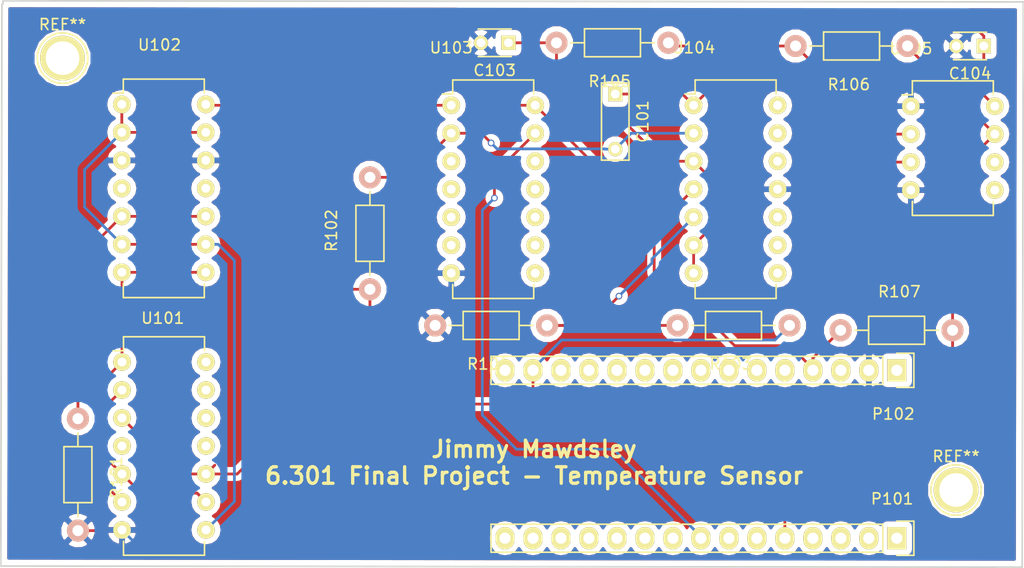
<source format=kicad_pcb>
(kicad_pcb (version 4) (host pcbnew 4.0.1-stable)

  (general
    (links 50)
    (no_connects 3)
    (area 40.424999 72.824999 133.375001 124.375001)
    (thickness 1.6)
    (drawings 6)
    (tracks 148)
    (zones 0)
    (modules 19)
    (nets 50)
  )

  (page A4)
  (layers
    (0 F.Cu signal)
    (31 B.Cu signal)
    (32 B.Adhes user)
    (33 F.Adhes user)
    (34 B.Paste user)
    (35 F.Paste user)
    (36 B.SilkS user)
    (37 F.SilkS user)
    (38 B.Mask user)
    (39 F.Mask user)
    (40 Dwgs.User user)
    (41 Cmts.User user)
    (42 Eco1.User user)
    (43 Eco2.User user)
    (44 Edge.Cuts user)
    (45 Margin user)
    (46 B.CrtYd user)
    (47 F.CrtYd user)
    (48 B.Fab user)
    (49 F.Fab user)
  )

  (setup
    (last_trace_width 0.25)
    (trace_clearance 0.2)
    (zone_clearance 0.508)
    (zone_45_only yes)
    (trace_min 0.2)
    (segment_width 0.2)
    (edge_width 0.15)
    (via_size 0.6)
    (via_drill 0.4)
    (via_min_size 0.4)
    (via_min_drill 0.3)
    (uvia_size 0.3)
    (uvia_drill 0.1)
    (uvias_allowed no)
    (uvia_min_size 0.2)
    (uvia_min_drill 0.1)
    (pcb_text_width 0.3)
    (pcb_text_size 1.5 1.5)
    (mod_edge_width 0.15)
    (mod_text_size 1 1)
    (mod_text_width 0.15)
    (pad_size 1.524 1.524)
    (pad_drill 0.762)
    (pad_to_mask_clearance 0.2)
    (aux_axis_origin 0 0)
    (visible_elements FFFFFF7F)
    (pcbplotparams
      (layerselection 0x010f0_80000001)
      (usegerberextensions false)
      (excludeedgelayer true)
      (linewidth 0.100000)
      (plotframeref false)
      (viasonmask false)
      (mode 1)
      (useauxorigin false)
      (hpglpennumber 1)
      (hpglpenspeed 20)
      (hpglpendiameter 15)
      (hpglpenoverlay 2)
      (psnegative false)
      (psa4output false)
      (plotreference true)
      (plotvalue true)
      (plotinvisibletext false)
      (padsonsilk false)
      (subtractmaskfromsilk false)
      (outputformat 1)
      (mirror false)
      (drillshape 0)
      (scaleselection 1)
      (outputdirectory ""))
  )

  (net 0 "")
  (net 1 "Net-(C101-Pad1)")
  (net 2 "Net-(C101-Pad2)")
  (net 3 /3.3V)
  (net 4 GND)
  (net 5 /3.0V)
  (net 6 /5V)
  (net 7 "Net-(P101-Pad1)")
  (net 8 "Net-(P101-Pad2)")
  (net 9 "Net-(P101-Pad3)")
  (net 10 "Net-(P101-Pad4)")
  (net 11 "Net-(P101-Pad5)")
  (net 12 "Net-(P101-Pad6)")
  (net 13 "Net-(P101-Pad7)")
  (net 14 "Net-(P101-Pad8)")
  (net 15 "Net-(P101-Pad9)")
  (net 16 "Net-(P101-Pad10)")
  (net 17 "Net-(P101-Pad11)")
  (net 18 "Net-(P101-Pad12)")
  (net 19 "Net-(P101-Pad13)")
  (net 20 "Net-(P101-Pad14)")
  (net 21 "Net-(P101-Pad15)")
  (net 22 "Net-(P102-Pad1)")
  (net 23 "Net-(P102-Pad3)")
  (net 24 "Net-(P102-Pad5)")
  (net 25 "Net-(P102-Pad6)")
  (net 26 "Net-(P102-Pad7)")
  (net 27 "Net-(P102-Pad8)")
  (net 28 "Net-(P102-Pad9)")
  (net 29 "Net-(P102-Pad10)")
  (net 30 "Net-(P102-Pad11)")
  (net 31 "Net-(P102-Pad12)")
  (net 32 "Net-(P102-Pad13)")
  (net 33 "Net-(P102-Pad15)")
  (net 34 "Net-(R101-Pad1)")
  (net 35 "Net-(R103-Pad2)")
  (net 36 "Net-(R105-Pad1)")
  (net 37 "Net-(U101-Pad1)")
  (net 38 "Net-(U101-Pad2)")
  (net 39 "Net-(U101-Pad4)")
  (net 40 "Net-(U101-Pad8)")
  (net 41 "Net-(U101-Pad11)")
  (net 42 "Net-(U101-Pad12)")
  (net 43 "Net-(U101-Pad13)")
  (net 44 "Net-(U101-Pad14)")
  (net 45 "Net-(U102-Pad4)")
  (net 46 "Net-(U102-Pad11)")
  (net 47 "Net-(U102-Pad14)")
  (net 48 "Net-(U105-Pad5)")
  (net 49 "Net-(U105-Pad6)")

  (net_class Default "This is the default net class."
    (clearance 0.2)
    (trace_width 0.25)
    (via_dia 0.6)
    (via_drill 0.4)
    (uvia_dia 0.3)
    (uvia_drill 0.1)
    (add_net /3.0V)
    (add_net /3.3V)
    (add_net /5V)
    (add_net GND)
    (add_net "Net-(C101-Pad1)")
    (add_net "Net-(C101-Pad2)")
    (add_net "Net-(P101-Pad1)")
    (add_net "Net-(P101-Pad10)")
    (add_net "Net-(P101-Pad11)")
    (add_net "Net-(P101-Pad12)")
    (add_net "Net-(P101-Pad13)")
    (add_net "Net-(P101-Pad14)")
    (add_net "Net-(P101-Pad15)")
    (add_net "Net-(P101-Pad2)")
    (add_net "Net-(P101-Pad3)")
    (add_net "Net-(P101-Pad4)")
    (add_net "Net-(P101-Pad5)")
    (add_net "Net-(P101-Pad6)")
    (add_net "Net-(P101-Pad7)")
    (add_net "Net-(P101-Pad8)")
    (add_net "Net-(P101-Pad9)")
    (add_net "Net-(P102-Pad1)")
    (add_net "Net-(P102-Pad10)")
    (add_net "Net-(P102-Pad11)")
    (add_net "Net-(P102-Pad12)")
    (add_net "Net-(P102-Pad13)")
    (add_net "Net-(P102-Pad15)")
    (add_net "Net-(P102-Pad3)")
    (add_net "Net-(P102-Pad5)")
    (add_net "Net-(P102-Pad6)")
    (add_net "Net-(P102-Pad7)")
    (add_net "Net-(P102-Pad8)")
    (add_net "Net-(P102-Pad9)")
    (add_net "Net-(R101-Pad1)")
    (add_net "Net-(R103-Pad2)")
    (add_net "Net-(R105-Pad1)")
    (add_net "Net-(U101-Pad1)")
    (add_net "Net-(U101-Pad11)")
    (add_net "Net-(U101-Pad12)")
    (add_net "Net-(U101-Pad13)")
    (add_net "Net-(U101-Pad14)")
    (add_net "Net-(U101-Pad2)")
    (add_net "Net-(U101-Pad4)")
    (add_net "Net-(U101-Pad8)")
    (add_net "Net-(U102-Pad11)")
    (add_net "Net-(U102-Pad14)")
    (add_net "Net-(U102-Pad4)")
    (add_net "Net-(U105-Pad5)")
    (add_net "Net-(U105-Pad6)")
  )

  (module Capacitors_ThroughHole:C_Rect_L7_W2.5_P5 (layer F.Cu) (tedit 0) (tstamp 584502E8)
    (at 96.266 81.36 270)
    (descr "Film Capacitor Length 7mm x Width 2.5mm, Pitch 5mm")
    (tags Capacitor)
    (path /58445134)
    (fp_text reference C101 (at 2.5 -2.5 270) (layer F.SilkS)
      (effects (font (size 1 1) (thickness 0.15)))
    )
    (fp_text value 1u (at 2.5 2.5 270) (layer F.Fab)
      (effects (font (size 1 1) (thickness 0.15)))
    )
    (fp_line (start -1.25 -1.5) (end 6.25 -1.5) (layer F.CrtYd) (width 0.05))
    (fp_line (start 6.25 -1.5) (end 6.25 1.5) (layer F.CrtYd) (width 0.05))
    (fp_line (start 6.25 1.5) (end -1.25 1.5) (layer F.CrtYd) (width 0.05))
    (fp_line (start -1.25 1.5) (end -1.25 -1.5) (layer F.CrtYd) (width 0.05))
    (fp_line (start -1 -1.25) (end 6 -1.25) (layer F.SilkS) (width 0.15))
    (fp_line (start 6 -1.25) (end 6 1.25) (layer F.SilkS) (width 0.15))
    (fp_line (start 6 1.25) (end -1 1.25) (layer F.SilkS) (width 0.15))
    (fp_line (start -1 1.25) (end -1 -1.25) (layer F.SilkS) (width 0.15))
    (pad 1 thru_hole rect (at 0 0 270) (size 1.3 1.3) (drill 0.8) (layers *.Cu *.Mask F.SilkS)
      (net 1 "Net-(C101-Pad1)"))
    (pad 2 thru_hole circle (at 5 0 270) (size 1.3 1.3) (drill 0.8) (layers *.Cu *.Mask F.SilkS)
      (net 2 "Net-(C101-Pad2)"))
  )

  (module Capacitors_ThroughHole:C_Disc_D3_P2.5 (layer F.Cu) (tedit 0) (tstamp 584502F4)
    (at 86.574 76.708 180)
    (descr "Capacitor 3mm Disc, Pitch 2.5mm")
    (tags Capacitor)
    (path /5844A48A)
    (fp_text reference C103 (at 1.25 -2.5 180) (layer F.SilkS)
      (effects (font (size 1 1) (thickness 0.15)))
    )
    (fp_text value 0.1u (at 1.25 2.5 180) (layer F.Fab)
      (effects (font (size 1 1) (thickness 0.15)))
    )
    (fp_line (start -0.9 -1.5) (end 3.4 -1.5) (layer F.CrtYd) (width 0.05))
    (fp_line (start 3.4 -1.5) (end 3.4 1.5) (layer F.CrtYd) (width 0.05))
    (fp_line (start 3.4 1.5) (end -0.9 1.5) (layer F.CrtYd) (width 0.05))
    (fp_line (start -0.9 1.5) (end -0.9 -1.5) (layer F.CrtYd) (width 0.05))
    (fp_line (start -0.25 -1.25) (end 2.75 -1.25) (layer F.SilkS) (width 0.15))
    (fp_line (start 2.75 1.25) (end -0.25 1.25) (layer F.SilkS) (width 0.15))
    (pad 1 thru_hole rect (at 0 0 180) (size 1.3 1.3) (drill 0.8) (layers *.Cu *.Mask F.SilkS)
      (net 5 /3.0V))
    (pad 2 thru_hole circle (at 2.5 0 180) (size 1.3 1.3) (drill 0.8001) (layers *.Cu *.Mask F.SilkS)
      (net 4 GND))
    (model Capacitors_ThroughHole.3dshapes/C_Disc_D3_P2.5.wrl
      (at (xyz 0.0492126 0 0))
      (scale (xyz 1 1 1))
      (rotate (xyz 0 0 0))
    )
  )

  (module Capacitors_ThroughHole:C_Disc_D3_P2.5 (layer F.Cu) (tedit 0) (tstamp 584502FA)
    (at 129.714 77 180)
    (descr "Capacitor 3mm Disc, Pitch 2.5mm")
    (tags Capacitor)
    (path /5844A5CD)
    (fp_text reference C104 (at 1.25 -2.5 180) (layer F.SilkS)
      (effects (font (size 1 1) (thickness 0.15)))
    )
    (fp_text value 0.1u (at 1.25 2.5 180) (layer F.Fab)
      (effects (font (size 1 1) (thickness 0.15)))
    )
    (fp_line (start -0.9 -1.5) (end 3.4 -1.5) (layer F.CrtYd) (width 0.05))
    (fp_line (start 3.4 -1.5) (end 3.4 1.5) (layer F.CrtYd) (width 0.05))
    (fp_line (start 3.4 1.5) (end -0.9 1.5) (layer F.CrtYd) (width 0.05))
    (fp_line (start -0.9 1.5) (end -0.9 -1.5) (layer F.CrtYd) (width 0.05))
    (fp_line (start -0.25 -1.25) (end 2.75 -1.25) (layer F.SilkS) (width 0.15))
    (fp_line (start 2.75 1.25) (end -0.25 1.25) (layer F.SilkS) (width 0.15))
    (pad 1 thru_hole rect (at 0 0 180) (size 1.3 1.3) (drill 0.8) (layers *.Cu *.Mask F.SilkS)
      (net 6 /5V))
    (pad 2 thru_hole circle (at 2.5 0 180) (size 1.3 1.3) (drill 0.8001) (layers *.Cu *.Mask F.SilkS)
      (net 4 GND))
    (model Capacitors_ThroughHole.3dshapes/C_Disc_D3_P2.5.wrl
      (at (xyz 0.0492126 0 0))
      (scale (xyz 1 1 1))
      (rotate (xyz 0 0 0))
    )
  )

  (module Socket_Strips:Socket_Strip_Straight_1x15 (layer F.Cu) (tedit 0) (tstamp 58450319)
    (at 121.82 121.674 180)
    (descr "Through hole socket strip")
    (tags "socket strip")
    (path /5844AC77)
    (fp_text reference P101 (at 0.42 3.574 180) (layer F.SilkS)
      (effects (font (size 1 1) (thickness 0.15)))
    )
    (fp_text value CONN_01X15 (at 19.52 2.674 180) (layer F.Fab)
      (effects (font (size 1 1) (thickness 0.15)))
    )
    (fp_line (start -1.75 -1.75) (end -1.75 1.75) (layer F.CrtYd) (width 0.05))
    (fp_line (start 37.35 -1.75) (end 37.35 1.75) (layer F.CrtYd) (width 0.05))
    (fp_line (start -1.75 -1.75) (end 37.35 -1.75) (layer F.CrtYd) (width 0.05))
    (fp_line (start -1.75 1.75) (end 37.35 1.75) (layer F.CrtYd) (width 0.05))
    (fp_line (start 1.27 -1.27) (end 36.83 -1.27) (layer F.SilkS) (width 0.15))
    (fp_line (start 36.83 -1.27) (end 36.83 1.27) (layer F.SilkS) (width 0.15))
    (fp_line (start 36.83 1.27) (end 1.27 1.27) (layer F.SilkS) (width 0.15))
    (fp_line (start -1.55 1.55) (end 0 1.55) (layer F.SilkS) (width 0.15))
    (fp_line (start 1.27 1.27) (end 1.27 -1.27) (layer F.SilkS) (width 0.15))
    (fp_line (start 0 -1.55) (end -1.55 -1.55) (layer F.SilkS) (width 0.15))
    (fp_line (start -1.55 -1.55) (end -1.55 1.55) (layer F.SilkS) (width 0.15))
    (pad 1 thru_hole rect (at 0 0 180) (size 1.7272 2.032) (drill 1.016) (layers *.Cu *.Mask F.SilkS)
      (net 7 "Net-(P101-Pad1)"))
    (pad 2 thru_hole oval (at 2.54 0 180) (size 1.7272 2.032) (drill 1.016) (layers *.Cu *.Mask F.SilkS)
      (net 8 "Net-(P101-Pad2)"))
    (pad 3 thru_hole oval (at 5.08 0 180) (size 1.7272 2.032) (drill 1.016) (layers *.Cu *.Mask F.SilkS)
      (net 9 "Net-(P101-Pad3)"))
    (pad 4 thru_hole oval (at 7.62 0 180) (size 1.7272 2.032) (drill 1.016) (layers *.Cu *.Mask F.SilkS)
      (net 10 "Net-(P101-Pad4)"))
    (pad 5 thru_hole oval (at 10.16 0 180) (size 1.7272 2.032) (drill 1.016) (layers *.Cu *.Mask F.SilkS)
      (net 11 "Net-(P101-Pad5)"))
    (pad 6 thru_hole oval (at 12.7 0 180) (size 1.7272 2.032) (drill 1.016) (layers *.Cu *.Mask F.SilkS)
      (net 12 "Net-(P101-Pad6)"))
    (pad 7 thru_hole oval (at 15.24 0 180) (size 1.7272 2.032) (drill 1.016) (layers *.Cu *.Mask F.SilkS)
      (net 13 "Net-(P101-Pad7)"))
    (pad 8 thru_hole oval (at 17.78 0 180) (size 1.7272 2.032) (drill 1.016) (layers *.Cu *.Mask F.SilkS)
      (net 14 "Net-(P101-Pad8)"))
    (pad 9 thru_hole oval (at 20.32 0 180) (size 1.7272 2.032) (drill 1.016) (layers *.Cu *.Mask F.SilkS)
      (net 15 "Net-(P101-Pad9)"))
    (pad 10 thru_hole oval (at 22.86 0 180) (size 1.7272 2.032) (drill 1.016) (layers *.Cu *.Mask F.SilkS)
      (net 16 "Net-(P101-Pad10)"))
    (pad 11 thru_hole oval (at 25.4 0 180) (size 1.7272 2.032) (drill 1.016) (layers *.Cu *.Mask F.SilkS)
      (net 17 "Net-(P101-Pad11)"))
    (pad 12 thru_hole oval (at 27.94 0 180) (size 1.7272 2.032) (drill 1.016) (layers *.Cu *.Mask F.SilkS)
      (net 18 "Net-(P101-Pad12)"))
    (pad 13 thru_hole oval (at 30.48 0 180) (size 1.7272 2.032) (drill 1.016) (layers *.Cu *.Mask F.SilkS)
      (net 19 "Net-(P101-Pad13)"))
    (pad 14 thru_hole oval (at 33.02 0 180) (size 1.7272 2.032) (drill 1.016) (layers *.Cu *.Mask F.SilkS)
      (net 20 "Net-(P101-Pad14)"))
    (pad 15 thru_hole oval (at 35.56 0 180) (size 1.7272 2.032) (drill 1.016) (layers *.Cu *.Mask F.SilkS)
      (net 21 "Net-(P101-Pad15)"))
    (model Socket_Strips.3dshapes/Socket_Strip_Straight_1x15.wrl
      (at (xyz 0.7 0 0))
      (scale (xyz 1 1 1))
      (rotate (xyz 0 0 180))
    )
  )

  (module Socket_Strips:Socket_Strip_Straight_1x15 (layer F.Cu) (tedit 0) (tstamp 5845032C)
    (at 121.82 106.434 180)
    (descr "Through hole socket strip")
    (tags "socket strip")
    (path /5844ACF5)
    (fp_text reference P102 (at 0.32 -3.966 180) (layer F.SilkS)
      (effects (font (size 1 1) (thickness 0.15)))
    )
    (fp_text value CONN_01X15 (at 19.42 -2.566 180) (layer F.Fab)
      (effects (font (size 1 1) (thickness 0.15)))
    )
    (fp_line (start -1.75 -1.75) (end -1.75 1.75) (layer F.CrtYd) (width 0.05))
    (fp_line (start 37.35 -1.75) (end 37.35 1.75) (layer F.CrtYd) (width 0.05))
    (fp_line (start -1.75 -1.75) (end 37.35 -1.75) (layer F.CrtYd) (width 0.05))
    (fp_line (start -1.75 1.75) (end 37.35 1.75) (layer F.CrtYd) (width 0.05))
    (fp_line (start 1.27 -1.27) (end 36.83 -1.27) (layer F.SilkS) (width 0.15))
    (fp_line (start 36.83 -1.27) (end 36.83 1.27) (layer F.SilkS) (width 0.15))
    (fp_line (start 36.83 1.27) (end 1.27 1.27) (layer F.SilkS) (width 0.15))
    (fp_line (start -1.55 1.55) (end 0 1.55) (layer F.SilkS) (width 0.15))
    (fp_line (start 1.27 1.27) (end 1.27 -1.27) (layer F.SilkS) (width 0.15))
    (fp_line (start 0 -1.55) (end -1.55 -1.55) (layer F.SilkS) (width 0.15))
    (fp_line (start -1.55 -1.55) (end -1.55 1.55) (layer F.SilkS) (width 0.15))
    (pad 1 thru_hole rect (at 0 0 180) (size 1.7272 2.032) (drill 1.016) (layers *.Cu *.Mask F.SilkS)
      (net 22 "Net-(P102-Pad1)"))
    (pad 2 thru_hole oval (at 2.54 0 180) (size 1.7272 2.032) (drill 1.016) (layers *.Cu *.Mask F.SilkS)
      (net 4 GND))
    (pad 3 thru_hole oval (at 5.08 0 180) (size 1.7272 2.032) (drill 1.016) (layers *.Cu *.Mask F.SilkS)
      (net 23 "Net-(P102-Pad3)"))
    (pad 4 thru_hole oval (at 7.62 0 180) (size 1.7272 2.032) (drill 1.016) (layers *.Cu *.Mask F.SilkS)
      (net 6 /5V))
    (pad 5 thru_hole oval (at 10.16 0 180) (size 1.7272 2.032) (drill 1.016) (layers *.Cu *.Mask F.SilkS)
      (net 24 "Net-(P102-Pad5)"))
    (pad 6 thru_hole oval (at 12.7 0 180) (size 1.7272 2.032) (drill 1.016) (layers *.Cu *.Mask F.SilkS)
      (net 25 "Net-(P102-Pad6)"))
    (pad 7 thru_hole oval (at 15.24 0 180) (size 1.7272 2.032) (drill 1.016) (layers *.Cu *.Mask F.SilkS)
      (net 26 "Net-(P102-Pad7)"))
    (pad 8 thru_hole oval (at 17.78 0 180) (size 1.7272 2.032) (drill 1.016) (layers *.Cu *.Mask F.SilkS)
      (net 27 "Net-(P102-Pad8)"))
    (pad 9 thru_hole oval (at 20.32 0 180) (size 1.7272 2.032) (drill 1.016) (layers *.Cu *.Mask F.SilkS)
      (net 28 "Net-(P102-Pad9)"))
    (pad 10 thru_hole oval (at 22.86 0 180) (size 1.7272 2.032) (drill 1.016) (layers *.Cu *.Mask F.SilkS)
      (net 29 "Net-(P102-Pad10)"))
    (pad 11 thru_hole oval (at 25.4 0 180) (size 1.7272 2.032) (drill 1.016) (layers *.Cu *.Mask F.SilkS)
      (net 30 "Net-(P102-Pad11)"))
    (pad 12 thru_hole oval (at 27.94 0 180) (size 1.7272 2.032) (drill 1.016) (layers *.Cu *.Mask F.SilkS)
      (net 31 "Net-(P102-Pad12)"))
    (pad 13 thru_hole oval (at 30.48 0 180) (size 1.7272 2.032) (drill 1.016) (layers *.Cu *.Mask F.SilkS)
      (net 32 "Net-(P102-Pad13)"))
    (pad 14 thru_hole oval (at 33.02 0 180) (size 1.7272 2.032) (drill 1.016) (layers *.Cu *.Mask F.SilkS)
      (net 3 /3.3V))
    (pad 15 thru_hole oval (at 35.56 0 180) (size 1.7272 2.032) (drill 1.016) (layers *.Cu *.Mask F.SilkS)
      (net 33 "Net-(P102-Pad15)"))
    (model Socket_Strips.3dshapes/Socket_Strip_Straight_1x15.wrl
      (at (xyz 0.7 0 0))
      (scale (xyz 1 1 1))
      (rotate (xyz 0 0 180))
    )
  )

  (module Resistors_ThroughHole:Resistor_Horizontal_RM10mm (layer F.Cu) (tedit 53F56209) (tstamp 58450332)
    (at 47.498 115.904 270)
    (descr "Resistor, Axial,  RM 10mm, 1/3W,")
    (tags "Resistor, Axial, RM 10mm, 1/3W,")
    (path /5844F3A8)
    (fp_text reference R101 (at 0.24892 -3.50012 270) (layer F.SilkS)
      (effects (font (size 1 1) (thickness 0.15)))
    )
    (fp_text value 200 (at 0.296 2.598 270) (layer F.Fab)
      (effects (font (size 1 1) (thickness 0.15)))
    )
    (fp_line (start -2.54 -1.27) (end 2.54 -1.27) (layer F.SilkS) (width 0.15))
    (fp_line (start 2.54 -1.27) (end 2.54 1.27) (layer F.SilkS) (width 0.15))
    (fp_line (start 2.54 1.27) (end -2.54 1.27) (layer F.SilkS) (width 0.15))
    (fp_line (start -2.54 1.27) (end -2.54 -1.27) (layer F.SilkS) (width 0.15))
    (fp_line (start -2.54 0) (end -3.81 0) (layer F.SilkS) (width 0.15))
    (fp_line (start 2.54 0) (end 3.81 0) (layer F.SilkS) (width 0.15))
    (pad 1 thru_hole circle (at -5.08 0 270) (size 1.99898 1.99898) (drill 1.00076) (layers *.Cu *.SilkS *.Mask)
      (net 34 "Net-(R101-Pad1)"))
    (pad 2 thru_hole circle (at 5.08 0 270) (size 1.99898 1.99898) (drill 1.00076) (layers *.Cu *.SilkS *.Mask)
      (net 4 GND))
    (model Resistors_ThroughHole.3dshapes/Resistor_Horizontal_RM10mm.wrl
      (at (xyz 0 0 0))
      (scale (xyz 0.4 0.4 0.4))
      (rotate (xyz 0 0 0))
    )
  )

  (module Resistors_ThroughHole:Resistor_Horizontal_RM10mm (layer F.Cu) (tedit 53F56209) (tstamp 58450338)
    (at 74 94 90)
    (descr "Resistor, Axial,  RM 10mm, 1/3W,")
    (tags "Resistor, Axial, RM 10mm, 1/3W,")
    (path /5844568C)
    (fp_text reference R102 (at 0.24892 -3.50012 90) (layer F.SilkS)
      (effects (font (size 1 1) (thickness 0.15)))
    )
    (fp_text value 20k (at 3.81 3.81 90) (layer F.Fab)
      (effects (font (size 1 1) (thickness 0.15)))
    )
    (fp_line (start -2.54 -1.27) (end 2.54 -1.27) (layer F.SilkS) (width 0.15))
    (fp_line (start 2.54 -1.27) (end 2.54 1.27) (layer F.SilkS) (width 0.15))
    (fp_line (start 2.54 1.27) (end -2.54 1.27) (layer F.SilkS) (width 0.15))
    (fp_line (start -2.54 1.27) (end -2.54 -1.27) (layer F.SilkS) (width 0.15))
    (fp_line (start -2.54 0) (end -3.81 0) (layer F.SilkS) (width 0.15))
    (fp_line (start 2.54 0) (end 3.81 0) (layer F.SilkS) (width 0.15))
    (pad 1 thru_hole circle (at -5.08 0 90) (size 1.99898 1.99898) (drill 1.00076) (layers *.Cu *.SilkS *.Mask)
      (net 3 /3.3V))
    (pad 2 thru_hole circle (at 5.08 0 90) (size 1.99898 1.99898) (drill 1.00076) (layers *.Cu *.SilkS *.Mask)
      (net 2 "Net-(C101-Pad2)"))
    (model Resistors_ThroughHole.3dshapes/Resistor_Horizontal_RM10mm.wrl
      (at (xyz 0 0 0))
      (scale (xyz 0.4 0.4 0.4))
      (rotate (xyz 0 0 0))
    )
  )

  (module Resistors_ThroughHole:Resistor_Horizontal_RM10mm (layer F.Cu) (tedit 53F56209) (tstamp 5845033E)
    (at 107 102.362 180)
    (descr "Resistor, Axial,  RM 10mm, 1/3W,")
    (tags "Resistor, Axial, RM 10mm, 1/3W,")
    (path /5844576C)
    (fp_text reference R103 (at 0.24892 -3.50012 180) (layer F.SilkS)
      (effects (font (size 1 1) (thickness 0.15)))
    )
    (fp_text value 10k (at 3.81 3.81 180) (layer F.Fab)
      (effects (font (size 1 1) (thickness 0.15)))
    )
    (fp_line (start -2.54 -1.27) (end 2.54 -1.27) (layer F.SilkS) (width 0.15))
    (fp_line (start 2.54 -1.27) (end 2.54 1.27) (layer F.SilkS) (width 0.15))
    (fp_line (start 2.54 1.27) (end -2.54 1.27) (layer F.SilkS) (width 0.15))
    (fp_line (start -2.54 1.27) (end -2.54 -1.27) (layer F.SilkS) (width 0.15))
    (fp_line (start -2.54 0) (end -3.81 0) (layer F.SilkS) (width 0.15))
    (fp_line (start 2.54 0) (end 3.81 0) (layer F.SilkS) (width 0.15))
    (pad 1 thru_hole circle (at -5.08 0 180) (size 1.99898 1.99898) (drill 1.00076) (layers *.Cu *.SilkS *.Mask)
      (net 3 /3.3V))
    (pad 2 thru_hole circle (at 5.08 0 180) (size 1.99898 1.99898) (drill 1.00076) (layers *.Cu *.SilkS *.Mask)
      (net 35 "Net-(R103-Pad2)"))
    (model Resistors_ThroughHole.3dshapes/Resistor_Horizontal_RM10mm.wrl
      (at (xyz 0 0 0))
      (scale (xyz 0.4 0.4 0.4))
      (rotate (xyz 0 0 0))
    )
  )

  (module Resistors_ThroughHole:Resistor_Horizontal_RM10mm (layer F.Cu) (tedit 53F56209) (tstamp 58450344)
    (at 85 102.362 180)
    (descr "Resistor, Axial,  RM 10mm, 1/3W,")
    (tags "Resistor, Axial, RM 10mm, 1/3W,")
    (path /584457AA)
    (fp_text reference R104 (at 0.24892 -3.50012 180) (layer F.SilkS)
      (effects (font (size 1 1) (thickness 0.15)))
    )
    (fp_text value 100k (at 3.81 3.81 180) (layer F.Fab)
      (effects (font (size 1 1) (thickness 0.15)))
    )
    (fp_line (start -2.54 -1.27) (end 2.54 -1.27) (layer F.SilkS) (width 0.15))
    (fp_line (start 2.54 -1.27) (end 2.54 1.27) (layer F.SilkS) (width 0.15))
    (fp_line (start 2.54 1.27) (end -2.54 1.27) (layer F.SilkS) (width 0.15))
    (fp_line (start -2.54 1.27) (end -2.54 -1.27) (layer F.SilkS) (width 0.15))
    (fp_line (start -2.54 0) (end -3.81 0) (layer F.SilkS) (width 0.15))
    (fp_line (start 2.54 0) (end 3.81 0) (layer F.SilkS) (width 0.15))
    (pad 1 thru_hole circle (at -5.08 0 180) (size 1.99898 1.99898) (drill 1.00076) (layers *.Cu *.SilkS *.Mask)
      (net 35 "Net-(R103-Pad2)"))
    (pad 2 thru_hole circle (at 5.08 0 180) (size 1.99898 1.99898) (drill 1.00076) (layers *.Cu *.SilkS *.Mask)
      (net 4 GND))
    (model Resistors_ThroughHole.3dshapes/Resistor_Horizontal_RM10mm.wrl
      (at (xyz 0 0 0))
      (scale (xyz 0.4 0.4 0.4))
      (rotate (xyz 0 0 0))
    )
  )

  (module Resistors_ThroughHole:Resistor_Horizontal_RM10mm (layer F.Cu) (tedit 53F56209) (tstamp 5845034A)
    (at 96.012 76.708 180)
    (descr "Resistor, Axial,  RM 10mm, 1/3W,")
    (tags "Resistor, Axial, RM 10mm, 1/3W,")
    (path /58449F94)
    (fp_text reference R105 (at 0.24892 -3.50012 180) (layer F.SilkS)
      (effects (font (size 1 1) (thickness 0.15)))
    )
    (fp_text value 1k (at 0.312 0.508 180) (layer F.Fab)
      (effects (font (size 1 1) (thickness 0.15)))
    )
    (fp_line (start -2.54 -1.27) (end 2.54 -1.27) (layer F.SilkS) (width 0.15))
    (fp_line (start 2.54 -1.27) (end 2.54 1.27) (layer F.SilkS) (width 0.15))
    (fp_line (start 2.54 1.27) (end -2.54 1.27) (layer F.SilkS) (width 0.15))
    (fp_line (start -2.54 1.27) (end -2.54 -1.27) (layer F.SilkS) (width 0.15))
    (fp_line (start -2.54 0) (end -3.81 0) (layer F.SilkS) (width 0.15))
    (fp_line (start 2.54 0) (end 3.81 0) (layer F.SilkS) (width 0.15))
    (pad 1 thru_hole circle (at -5.08 0 180) (size 1.99898 1.99898) (drill 1.00076) (layers *.Cu *.SilkS *.Mask)
      (net 36 "Net-(R105-Pad1)"))
    (pad 2 thru_hole circle (at 5.08 0 180) (size 1.99898 1.99898) (drill 1.00076) (layers *.Cu *.SilkS *.Mask)
      (net 5 /3.0V))
    (model Resistors_ThroughHole.3dshapes/Resistor_Horizontal_RM10mm.wrl
      (at (xyz 0 0 0))
      (scale (xyz 0.4 0.4 0.4))
      (rotate (xyz 0 0 0))
    )
  )

  (module Resistors_ThroughHole:Resistor_Horizontal_RM10mm (layer F.Cu) (tedit 53F56209) (tstamp 58450350)
    (at 117.714 77 180)
    (descr "Resistor, Axial,  RM 10mm, 1/3W,")
    (tags "Resistor, Axial, RM 10mm, 1/3W,")
    (path /5844A01B)
    (fp_text reference R106 (at 0.24892 -3.50012 180) (layer F.SilkS)
      (effects (font (size 1 1) (thickness 0.15)))
    )
    (fp_text value 100k (at -0.286 0.2 180) (layer F.Fab)
      (effects (font (size 1 1) (thickness 0.15)))
    )
    (fp_line (start -2.54 -1.27) (end 2.54 -1.27) (layer F.SilkS) (width 0.15))
    (fp_line (start 2.54 -1.27) (end 2.54 1.27) (layer F.SilkS) (width 0.15))
    (fp_line (start 2.54 1.27) (end -2.54 1.27) (layer F.SilkS) (width 0.15))
    (fp_line (start -2.54 1.27) (end -2.54 -1.27) (layer F.SilkS) (width 0.15))
    (fp_line (start -2.54 0) (end -3.81 0) (layer F.SilkS) (width 0.15))
    (fp_line (start 2.54 0) (end 3.81 0) (layer F.SilkS) (width 0.15))
    (pad 1 thru_hole circle (at -5.08 0 180) (size 1.99898 1.99898) (drill 1.00076) (layers *.Cu *.SilkS *.Mask)
      (net 11 "Net-(P101-Pad5)"))
    (pad 2 thru_hole circle (at 5.08 0 180) (size 1.99898 1.99898) (drill 1.00076) (layers *.Cu *.SilkS *.Mask)
      (net 36 "Net-(R105-Pad1)"))
    (model Resistors_ThroughHole.3dshapes/Resistor_Horizontal_RM10mm.wrl
      (at (xyz 0 0 0))
      (scale (xyz 0.4 0.4 0.4))
      (rotate (xyz 0 0 0))
    )
  )

  (module Housings_DIP:DIP-14_W7.62mm (layer F.Cu) (tedit 54130A77) (tstamp 58450362)
    (at 51.5 105.684)
    (descr "14-lead dip package, row spacing 7.62 mm (300 mils)")
    (tags "dil dip 2.54 300")
    (path /5844A476)
    (fp_text reference U101 (at 3.7 -3.984) (layer F.SilkS)
      (effects (font (size 1 1) (thickness 0.15)))
    )
    (fp_text value MPQ3906 (at 3.9 -2.084) (layer F.Fab)
      (effects (font (size 1 1) (thickness 0.15)))
    )
    (fp_line (start -1.05 -2.45) (end -1.05 17.7) (layer F.CrtYd) (width 0.05))
    (fp_line (start 8.65 -2.45) (end 8.65 17.7) (layer F.CrtYd) (width 0.05))
    (fp_line (start -1.05 -2.45) (end 8.65 -2.45) (layer F.CrtYd) (width 0.05))
    (fp_line (start -1.05 17.7) (end 8.65 17.7) (layer F.CrtYd) (width 0.05))
    (fp_line (start 0.135 -2.295) (end 0.135 -1.025) (layer F.SilkS) (width 0.15))
    (fp_line (start 7.485 -2.295) (end 7.485 -1.025) (layer F.SilkS) (width 0.15))
    (fp_line (start 7.485 17.535) (end 7.485 16.265) (layer F.SilkS) (width 0.15))
    (fp_line (start 0.135 17.535) (end 0.135 16.265) (layer F.SilkS) (width 0.15))
    (fp_line (start 0.135 -2.295) (end 7.485 -2.295) (layer F.SilkS) (width 0.15))
    (fp_line (start 0.135 17.535) (end 7.485 17.535) (layer F.SilkS) (width 0.15))
    (fp_line (start 0.135 -1.025) (end -0.8 -1.025) (layer F.SilkS) (width 0.15))
    (pad 1 thru_hole oval (at 0 0) (size 1.6 1.6) (drill 0.8) (layers *.Cu *.Mask F.SilkS)
      (net 37 "Net-(U101-Pad1)"))
    (pad 2 thru_hole oval (at 0 2.54) (size 1.6 1.6) (drill 0.8) (layers *.Cu *.Mask F.SilkS)
      (net 38 "Net-(U101-Pad2)"))
    (pad 3 thru_hole oval (at 0 5.08) (size 1.6 1.6) (drill 0.8) (layers *.Cu *.Mask F.SilkS)
      (net 3 /3.3V))
    (pad 4 thru_hole oval (at 0 7.62) (size 1.6 1.6) (drill 0.8) (layers *.Cu *.Mask F.SilkS)
      (net 39 "Net-(U101-Pad4)"))
    (pad 5 thru_hole oval (at 0 10.16) (size 1.6 1.6) (drill 0.8) (layers *.Cu *.Mask F.SilkS)
      (net 38 "Net-(U101-Pad2)"))
    (pad 6 thru_hole oval (at 0 12.7) (size 1.6 1.6) (drill 0.8) (layers *.Cu *.Mask F.SilkS)
      (net 37 "Net-(U101-Pad1)"))
    (pad 7 thru_hole oval (at 0 15.24) (size 1.6 1.6) (drill 0.8) (layers *.Cu *.Mask F.SilkS)
      (net 4 GND))
    (pad 8 thru_hole oval (at 7.62 15.24) (size 1.6 1.6) (drill 0.8) (layers *.Cu *.Mask F.SilkS)
      (net 40 "Net-(U101-Pad8)"))
    (pad 9 thru_hole oval (at 7.62 12.7) (size 1.6 1.6) (drill 0.8) (layers *.Cu *.Mask F.SilkS)
      (net 38 "Net-(U101-Pad2)"))
    (pad 10 thru_hole oval (at 7.62 10.16) (size 1.6 1.6) (drill 0.8) (layers *.Cu *.Mask F.SilkS)
      (net 3 /3.3V))
    (pad 11 thru_hole oval (at 7.62 7.62) (size 1.6 1.6) (drill 0.8) (layers *.Cu *.Mask F.SilkS)
      (net 41 "Net-(U101-Pad11)"))
    (pad 12 thru_hole oval (at 7.62 5.08) (size 1.6 1.6) (drill 0.8) (layers *.Cu *.Mask F.SilkS)
      (net 42 "Net-(U101-Pad12)"))
    (pad 13 thru_hole oval (at 7.62 2.54) (size 1.6 1.6) (drill 0.8) (layers *.Cu *.Mask F.SilkS)
      (net 43 "Net-(U101-Pad13)"))
    (pad 14 thru_hole oval (at 7.62 0) (size 1.6 1.6) (drill 0.8) (layers *.Cu *.Mask F.SilkS)
      (net 44 "Net-(U101-Pad14)"))
    (model Housings_DIP.3dshapes/DIP-14_W7.62mm.wrl
      (at (xyz 0 0 0))
      (scale (xyz 1 1 1))
      (rotate (xyz 0 0 0))
    )
  )

  (module Housings_DIP:DIP-14_W7.62mm (layer F.Cu) (tedit 54130A77) (tstamp 58450374)
    (at 51.48 82.3)
    (descr "14-lead dip package, row spacing 7.62 mm (300 mils)")
    (tags "dil dip 2.54 300")
    (path /5844A53D)
    (fp_text reference U102 (at 3.42 -5.4) (layer F.SilkS)
      (effects (font (size 1 1) (thickness 0.15)))
    )
    (fp_text value MPQ3904 (at 3.52 -3.5) (layer F.Fab)
      (effects (font (size 1 1) (thickness 0.15)))
    )
    (fp_line (start -1.05 -2.45) (end -1.05 17.7) (layer F.CrtYd) (width 0.05))
    (fp_line (start 8.65 -2.45) (end 8.65 17.7) (layer F.CrtYd) (width 0.05))
    (fp_line (start -1.05 -2.45) (end 8.65 -2.45) (layer F.CrtYd) (width 0.05))
    (fp_line (start -1.05 17.7) (end 8.65 17.7) (layer F.CrtYd) (width 0.05))
    (fp_line (start 0.135 -2.295) (end 0.135 -1.025) (layer F.SilkS) (width 0.15))
    (fp_line (start 7.485 -2.295) (end 7.485 -1.025) (layer F.SilkS) (width 0.15))
    (fp_line (start 7.485 17.535) (end 7.485 16.265) (layer F.SilkS) (width 0.15))
    (fp_line (start 0.135 17.535) (end 0.135 16.265) (layer F.SilkS) (width 0.15))
    (fp_line (start 0.135 -2.295) (end 7.485 -2.295) (layer F.SilkS) (width 0.15))
    (fp_line (start 0.135 17.535) (end 7.485 17.535) (layer F.SilkS) (width 0.15))
    (fp_line (start 0.135 -1.025) (end -0.8 -1.025) (layer F.SilkS) (width 0.15))
    (pad 1 thru_hole oval (at 0 0) (size 1.6 1.6) (drill 0.8) (layers *.Cu *.Mask F.SilkS)
      (net 40 "Net-(U101-Pad8)"))
    (pad 2 thru_hole oval (at 0 2.54) (size 1.6 1.6) (drill 0.8) (layers *.Cu *.Mask F.SilkS)
      (net 40 "Net-(U101-Pad8)"))
    (pad 3 thru_hole oval (at 0 5.08) (size 1.6 1.6) (drill 0.8) (layers *.Cu *.Mask F.SilkS)
      (net 4 GND))
    (pad 4 thru_hole oval (at 0 7.62) (size 1.6 1.6) (drill 0.8) (layers *.Cu *.Mask F.SilkS)
      (net 45 "Net-(U102-Pad4)"))
    (pad 5 thru_hole oval (at 0 10.16) (size 1.6 1.6) (drill 0.8) (layers *.Cu *.Mask F.SilkS)
      (net 34 "Net-(R101-Pad1)"))
    (pad 6 thru_hole oval (at 0 12.7) (size 1.6 1.6) (drill 0.8) (layers *.Cu *.Mask F.SilkS)
      (net 40 "Net-(U101-Pad8)"))
    (pad 7 thru_hole oval (at 0 15.24) (size 1.6 1.6) (drill 0.8) (layers *.Cu *.Mask F.SilkS)
      (net 37 "Net-(U101-Pad1)"))
    (pad 8 thru_hole oval (at 7.62 15.24) (size 1.6 1.6) (drill 0.8) (layers *.Cu *.Mask F.SilkS)
      (net 37 "Net-(U101-Pad1)"))
    (pad 9 thru_hole oval (at 7.62 12.7) (size 1.6 1.6) (drill 0.8) (layers *.Cu *.Mask F.SilkS)
      (net 40 "Net-(U101-Pad8)"))
    (pad 10 thru_hole oval (at 7.62 10.16) (size 1.6 1.6) (drill 0.8) (layers *.Cu *.Mask F.SilkS)
      (net 34 "Net-(R101-Pad1)"))
    (pad 11 thru_hole oval (at 7.62 7.62) (size 1.6 1.6) (drill 0.8) (layers *.Cu *.Mask F.SilkS)
      (net 46 "Net-(U102-Pad11)"))
    (pad 12 thru_hole oval (at 7.62 5.08) (size 1.6 1.6) (drill 0.8) (layers *.Cu *.Mask F.SilkS)
      (net 4 GND))
    (pad 13 thru_hole oval (at 7.62 2.54) (size 1.6 1.6) (drill 0.8) (layers *.Cu *.Mask F.SilkS)
      (net 40 "Net-(U101-Pad8)"))
    (pad 14 thru_hole oval (at 7.62 0) (size 1.6 1.6) (drill 0.8) (layers *.Cu *.Mask F.SilkS)
      (net 47 "Net-(U102-Pad14)"))
    (model Housings_DIP.3dshapes/DIP-14_W7.62mm.wrl
      (at (xyz 0 0 0))
      (scale (xyz 1 1 1))
      (rotate (xyz 0 0 0))
    )
  )

  (module Housings_DIP:DIP-14_W7.62mm (layer F.Cu) (tedit 54130A77) (tstamp 58450386)
    (at 81.38 82.38)
    (descr "14-lead dip package, row spacing 7.62 mm (300 mils)")
    (tags "dil dip 2.54 300")
    (path /58444E46)
    (fp_text reference U103 (at 0 -5.22) (layer F.SilkS)
      (effects (font (size 1 1) (thickness 0.15)))
    )
    (fp_text value 4066 (at 0 -3.72) (layer F.Fab)
      (effects (font (size 1 1) (thickness 0.15)))
    )
    (fp_line (start -1.05 -2.45) (end -1.05 17.7) (layer F.CrtYd) (width 0.05))
    (fp_line (start 8.65 -2.45) (end 8.65 17.7) (layer F.CrtYd) (width 0.05))
    (fp_line (start -1.05 -2.45) (end 8.65 -2.45) (layer F.CrtYd) (width 0.05))
    (fp_line (start -1.05 17.7) (end 8.65 17.7) (layer F.CrtYd) (width 0.05))
    (fp_line (start 0.135 -2.295) (end 0.135 -1.025) (layer F.SilkS) (width 0.15))
    (fp_line (start 7.485 -2.295) (end 7.485 -1.025) (layer F.SilkS) (width 0.15))
    (fp_line (start 7.485 17.535) (end 7.485 16.265) (layer F.SilkS) (width 0.15))
    (fp_line (start 0.135 17.535) (end 0.135 16.265) (layer F.SilkS) (width 0.15))
    (fp_line (start 0.135 -2.295) (end 7.485 -2.295) (layer F.SilkS) (width 0.15))
    (fp_line (start 0.135 17.535) (end 7.485 17.535) (layer F.SilkS) (width 0.15))
    (fp_line (start 0.135 -1.025) (end -0.8 -1.025) (layer F.SilkS) (width 0.15))
    (pad 1 thru_hole oval (at 0 0) (size 1.6 1.6) (drill 0.8) (layers *.Cu *.Mask F.SilkS)
      (net 47 "Net-(U102-Pad14)"))
    (pad 2 thru_hole oval (at 0 2.54) (size 1.6 1.6) (drill 0.8) (layers *.Cu *.Mask F.SilkS)
      (net 2 "Net-(C101-Pad2)"))
    (pad 3 thru_hole oval (at 0 5.08) (size 1.6 1.6) (drill 0.8) (layers *.Cu *.Mask F.SilkS))
    (pad 4 thru_hole oval (at 0 7.62) (size 1.6 1.6) (drill 0.8) (layers *.Cu *.Mask F.SilkS))
    (pad 5 thru_hole oval (at 0 10.16) (size 1.6 1.6) (drill 0.8) (layers *.Cu *.Mask F.SilkS))
    (pad 6 thru_hole oval (at 0 12.7) (size 1.6 1.6) (drill 0.8) (layers *.Cu *.Mask F.SilkS))
    (pad 7 thru_hole oval (at 0 15.24) (size 1.6 1.6) (drill 0.8) (layers *.Cu *.Mask F.SilkS)
      (net 4 GND))
    (pad 8 thru_hole oval (at 7.62 15.24) (size 1.6 1.6) (drill 0.8) (layers *.Cu *.Mask F.SilkS))
    (pad 9 thru_hole oval (at 7.62 12.7) (size 1.6 1.6) (drill 0.8) (layers *.Cu *.Mask F.SilkS))
    (pad 10 thru_hole oval (at 7.62 10.16) (size 1.6 1.6) (drill 0.8) (layers *.Cu *.Mask F.SilkS))
    (pad 11 thru_hole oval (at 7.62 7.62) (size 1.6 1.6) (drill 0.8) (layers *.Cu *.Mask F.SilkS))
    (pad 12 thru_hole oval (at 7.62 5.08) (size 1.6 1.6) (drill 0.8) (layers *.Cu *.Mask F.SilkS))
    (pad 13 thru_hole oval (at 7.62 2.54) (size 1.6 1.6) (drill 0.8) (layers *.Cu *.Mask F.SilkS)
      (net 14 "Net-(P101-Pad8)"))
    (pad 14 thru_hole oval (at 7.62 0) (size 1.6 1.6) (drill 0.8) (layers *.Cu *.Mask F.SilkS)
      (net 6 /5V))
    (model Housings_DIP.3dshapes/DIP-14_W7.62mm.wrl
      (at (xyz 0 0 0))
      (scale (xyz 1 1 1))
      (rotate (xyz 0 0 0))
    )
  )

  (module Housings_DIP:DIP-14_W7.62mm (layer F.Cu) (tedit 54130A77) (tstamp 58450398)
    (at 103.38 82.38)
    (descr "14-lead dip package, row spacing 7.62 mm (300 mils)")
    (tags "dil dip 2.54 300")
    (path /58449A85)
    (fp_text reference U104 (at 0 -5.22) (layer F.SilkS)
      (effects (font (size 1 1) (thickness 0.15)))
    )
    (fp_text value TL074 (at 0 -3.72) (layer F.Fab)
      (effects (font (size 1 1) (thickness 0.15)))
    )
    (fp_line (start -1.05 -2.45) (end -1.05 17.7) (layer F.CrtYd) (width 0.05))
    (fp_line (start 8.65 -2.45) (end 8.65 17.7) (layer F.CrtYd) (width 0.05))
    (fp_line (start -1.05 -2.45) (end 8.65 -2.45) (layer F.CrtYd) (width 0.05))
    (fp_line (start -1.05 17.7) (end 8.65 17.7) (layer F.CrtYd) (width 0.05))
    (fp_line (start 0.135 -2.295) (end 0.135 -1.025) (layer F.SilkS) (width 0.15))
    (fp_line (start 7.485 -2.295) (end 7.485 -1.025) (layer F.SilkS) (width 0.15))
    (fp_line (start 7.485 17.535) (end 7.485 16.265) (layer F.SilkS) (width 0.15))
    (fp_line (start 0.135 17.535) (end 0.135 16.265) (layer F.SilkS) (width 0.15))
    (fp_line (start 0.135 -2.295) (end 7.485 -2.295) (layer F.SilkS) (width 0.15))
    (fp_line (start 0.135 17.535) (end 7.485 17.535) (layer F.SilkS) (width 0.15))
    (fp_line (start 0.135 -1.025) (end -0.8 -1.025) (layer F.SilkS) (width 0.15))
    (pad 1 thru_hole oval (at 0 0) (size 1.6 1.6) (drill 0.8) (layers *.Cu *.Mask F.SilkS)
      (net 1 "Net-(C101-Pad1)"))
    (pad 2 thru_hole oval (at 0 2.54) (size 1.6 1.6) (drill 0.8) (layers *.Cu *.Mask F.SilkS)
      (net 2 "Net-(C101-Pad2)"))
    (pad 3 thru_hole oval (at 0 5.08) (size 1.6 1.6) (drill 0.8) (layers *.Cu *.Mask F.SilkS)
      (net 5 /3.0V))
    (pad 4 thru_hole oval (at 0 7.62) (size 1.6 1.6) (drill 0.8) (layers *.Cu *.Mask F.SilkS)
      (net 6 /5V))
    (pad 5 thru_hole oval (at 0 10.16) (size 1.6 1.6) (drill 0.8) (layers *.Cu *.Mask F.SilkS)
      (net 35 "Net-(R103-Pad2)"))
    (pad 6 thru_hole oval (at 0 12.7) (size 1.6 1.6) (drill 0.8) (layers *.Cu *.Mask F.SilkS)
      (net 5 /3.0V))
    (pad 7 thru_hole oval (at 0 15.24) (size 1.6 1.6) (drill 0.8) (layers *.Cu *.Mask F.SilkS)
      (net 5 /3.0V))
    (pad 8 thru_hole oval (at 7.62 15.24) (size 1.6 1.6) (drill 0.8) (layers *.Cu *.Mask F.SilkS))
    (pad 9 thru_hole oval (at 7.62 12.7) (size 1.6 1.6) (drill 0.8) (layers *.Cu *.Mask F.SilkS))
    (pad 10 thru_hole oval (at 7.62 10.16) (size 1.6 1.6) (drill 0.8) (layers *.Cu *.Mask F.SilkS))
    (pad 11 thru_hole oval (at 7.62 7.62) (size 1.6 1.6) (drill 0.8) (layers *.Cu *.Mask F.SilkS)
      (net 4 GND))
    (pad 12 thru_hole oval (at 7.62 5.08) (size 1.6 1.6) (drill 0.8) (layers *.Cu *.Mask F.SilkS))
    (pad 13 thru_hole oval (at 7.62 2.54) (size 1.6 1.6) (drill 0.8) (layers *.Cu *.Mask F.SilkS))
    (pad 14 thru_hole oval (at 7.62 0) (size 1.6 1.6) (drill 0.8) (layers *.Cu *.Mask F.SilkS))
    (model Housings_DIP.3dshapes/DIP-14_W7.62mm.wrl
      (at (xyz 0 0 0))
      (scale (xyz 1 1 1))
      (rotate (xyz 0 0 0))
    )
  )

  (module Housings_DIP:DIP-8_W7.62mm (layer F.Cu) (tedit 54130A77) (tstamp 584503A4)
    (at 123.094 82.46)
    (descr "8-lead dip package, row spacing 7.62 mm (300 mils)")
    (tags "dil dip 2.54 300")
    (path /58444F5F)
    (fp_text reference U105 (at 0 -5.22) (layer F.SilkS)
      (effects (font (size 1 1) (thickness 0.15)))
    )
    (fp_text value LM311N (at 0 -3.72) (layer F.Fab)
      (effects (font (size 1 1) (thickness 0.15)))
    )
    (fp_line (start -1.05 -2.45) (end -1.05 10.1) (layer F.CrtYd) (width 0.05))
    (fp_line (start 8.65 -2.45) (end 8.65 10.1) (layer F.CrtYd) (width 0.05))
    (fp_line (start -1.05 -2.45) (end 8.65 -2.45) (layer F.CrtYd) (width 0.05))
    (fp_line (start -1.05 10.1) (end 8.65 10.1) (layer F.CrtYd) (width 0.05))
    (fp_line (start 0.135 -2.295) (end 0.135 -1.025) (layer F.SilkS) (width 0.15))
    (fp_line (start 7.485 -2.295) (end 7.485 -1.025) (layer F.SilkS) (width 0.15))
    (fp_line (start 7.485 9.915) (end 7.485 8.645) (layer F.SilkS) (width 0.15))
    (fp_line (start 0.135 9.915) (end 0.135 8.645) (layer F.SilkS) (width 0.15))
    (fp_line (start 0.135 -2.295) (end 7.485 -2.295) (layer F.SilkS) (width 0.15))
    (fp_line (start 0.135 9.915) (end 7.485 9.915) (layer F.SilkS) (width 0.15))
    (fp_line (start 0.135 -1.025) (end -0.8 -1.025) (layer F.SilkS) (width 0.15))
    (pad 1 thru_hole oval (at 0 0) (size 1.6 1.6) (drill 0.8) (layers *.Cu *.Mask F.SilkS)
      (net 4 GND))
    (pad 2 thru_hole oval (at 0 2.54) (size 1.6 1.6) (drill 0.8) (layers *.Cu *.Mask F.SilkS)
      (net 36 "Net-(R105-Pad1)"))
    (pad 3 thru_hole oval (at 0 5.08) (size 1.6 1.6) (drill 0.8) (layers *.Cu *.Mask F.SilkS)
      (net 1 "Net-(C101-Pad1)"))
    (pad 4 thru_hole oval (at 0 7.62) (size 1.6 1.6) (drill 0.8) (layers *.Cu *.Mask F.SilkS)
      (net 4 GND))
    (pad 5 thru_hole oval (at 7.62 7.62) (size 1.6 1.6) (drill 0.8) (layers *.Cu *.Mask F.SilkS)
      (net 48 "Net-(U105-Pad5)"))
    (pad 6 thru_hole oval (at 7.62 5.08) (size 1.6 1.6) (drill 0.8) (layers *.Cu *.Mask F.SilkS)
      (net 49 "Net-(U105-Pad6)"))
    (pad 7 thru_hole oval (at 7.62 2.54) (size 1.6 1.6) (drill 0.8) (layers *.Cu *.Mask F.SilkS)
      (net 11 "Net-(P101-Pad5)"))
    (pad 8 thru_hole oval (at 7.62 0) (size 1.6 1.6) (drill 0.8) (layers *.Cu *.Mask F.SilkS)
      (net 6 /5V))
    (model Housings_DIP.3dshapes/DIP-8_W7.62mm.wrl
      (at (xyz 0 0 0))
      (scale (xyz 1 1 1))
      (rotate (xyz 0 0 0))
    )
  )

  (module Connect:1pin (layer F.Cu) (tedit 0) (tstamp 5845224F)
    (at 46.1 78.1)
    (descr "module 1 pin (ou trou mecanique de percage)")
    (tags DEV)
    (fp_text reference REF** (at 0 -3.048) (layer F.SilkS)
      (effects (font (size 1 1) (thickness 0.15)))
    )
    (fp_text value 1pin (at 0 2.794) (layer F.Fab)
      (effects (font (size 1 1) (thickness 0.15)))
    )
    (fp_circle (center 0 0) (end 0 -2.286) (layer F.SilkS) (width 0.15))
    (pad 1 thru_hole circle (at 0 0) (size 4.064 4.064) (drill 3.048) (layers *.Cu *.Mask F.SilkS))
  )

  (module Connect:1pin (layer F.Cu) (tedit 0) (tstamp 58452261)
    (at 127.2 117.3)
    (descr "module 1 pin (ou trou mecanique de percage)")
    (tags DEV)
    (fp_text reference REF** (at 0 -3.048) (layer F.SilkS)
      (effects (font (size 1 1) (thickness 0.15)))
    )
    (fp_text value 1pin (at 0 2.794) (layer F.Fab)
      (effects (font (size 1 1) (thickness 0.15)))
    )
    (fp_circle (center 0 0) (end 0 -2.286) (layer F.SilkS) (width 0.15))
    (pad 1 thru_hole circle (at 0 0) (size 4.064 4.064) (drill 3.048) (layers *.Cu *.Mask F.SilkS))
  )

  (module Resistors_ThroughHole:Resistor_Horizontal_RM10mm (layer F.Cu) (tedit 53F56209) (tstamp 584CCFB9)
    (at 121.8 102.8)
    (descr "Resistor, Axial,  RM 10mm, 1/3W,")
    (tags "Resistor, Axial, RM 10mm, 1/3W,")
    (path /584CD30D)
    (fp_text reference R107 (at 0.24892 -3.50012) (layer F.SilkS)
      (effects (font (size 1 1) (thickness 0.15)))
    )
    (fp_text value 10k (at 3.81 3.81) (layer F.Fab)
      (effects (font (size 1 1) (thickness 0.15)))
    )
    (fp_line (start -2.54 -1.27) (end 2.54 -1.27) (layer F.SilkS) (width 0.15))
    (fp_line (start 2.54 -1.27) (end 2.54 1.27) (layer F.SilkS) (width 0.15))
    (fp_line (start 2.54 1.27) (end -2.54 1.27) (layer F.SilkS) (width 0.15))
    (fp_line (start -2.54 1.27) (end -2.54 -1.27) (layer F.SilkS) (width 0.15))
    (fp_line (start -2.54 0) (end -3.81 0) (layer F.SilkS) (width 0.15))
    (fp_line (start 2.54 0) (end 3.81 0) (layer F.SilkS) (width 0.15))
    (pad 1 thru_hole circle (at -5.08 0) (size 1.99898 1.99898) (drill 1.00076) (layers *.Cu *.SilkS *.Mask)
      (net 6 /5V))
    (pad 2 thru_hole circle (at 5.08 0) (size 1.99898 1.99898) (drill 1.00076) (layers *.Cu *.SilkS *.Mask)
      (net 11 "Net-(P101-Pad5)"))
    (model Resistors_ThroughHole.3dshapes/Resistor_Horizontal_RM10mm.wrl
      (at (xyz 0 0 0))
      (scale (xyz 0.4 0.4 0.4))
      (rotate (xyz 0 0 0))
    )
  )

  (gr_line (start 40.7 72.9) (end 40.7 73.2) (layer Edge.Cuts) (width 0.15))
  (gr_line (start 133.3 73) (end 40.7 72.9) (layer Edge.Cuts) (width 0.15))
  (gr_line (start 133.2 124.3) (end 133.3 73) (layer Edge.Cuts) (width 0.15))
  (gr_line (start 40.5 124.2) (end 133.2 124.3) (layer Edge.Cuts) (width 0.15))
  (gr_line (start 40.6 73.2) (end 40.5 124.2) (layer Edge.Cuts) (width 0.15))
  (gr_text "Jimmy Mawdsley\n6.301 Final Project - Temperature Sensor" (at 88.9 114.8) (layer F.SilkS)
    (effects (font (size 1.5 1.5) (thickness 0.3)))
  )

  (segment (start 111.9 79.5) (end 106.26 79.5) (width 0.25) (layer F.Cu) (net 1))
  (segment (start 106.26 79.5) (end 103.38 82.38) (width 0.25) (layer F.Cu) (net 1))
  (segment (start 119.94 87.54) (end 111.9 79.5) (width 0.25) (layer F.Cu) (net 1))
  (segment (start 123.094 87.54) (end 119.94 87.54) (width 0.25) (layer F.Cu) (net 1))
  (segment (start 96.266 81.36) (end 102.36 81.36) (width 0.25) (layer F.Cu) (net 1))
  (segment (start 102.36 81.36) (end 103.38 82.38) (width 0.25) (layer F.Cu) (net 1))
  (segment (start 103.38 84.92) (end 97.706 84.92) (width 0.25) (layer B.Cu) (net 2))
  (segment (start 97.706 84.92) (end 96.266 86.36) (width 0.25) (layer B.Cu) (net 2))
  (segment (start 85 85.8) (end 85.534999 86.334999) (width 0.25) (layer B.Cu) (net 2))
  (segment (start 85.534999 86.334999) (end 95.321761 86.334999) (width 0.25) (layer B.Cu) (net 2))
  (segment (start 95.321761 86.334999) (end 95.346762 86.36) (width 0.25) (layer B.Cu) (net 2))
  (segment (start 95.346762 86.36) (end 96.266 86.36) (width 0.25) (layer B.Cu) (net 2))
  (segment (start 81.38 84.92) (end 84.12 84.92) (width 0.25) (layer F.Cu) (net 2))
  (segment (start 84.12 84.92) (end 85 85.8) (width 0.25) (layer F.Cu) (net 2))
  (via (at 85 85.8) (size 0.6) (drill 0.4) (layers F.Cu B.Cu) (net 2))
  (segment (start 74 88.92) (end 77.38 88.92) (width 0.25) (layer F.Cu) (net 2))
  (segment (start 77.38 88.92) (end 81.38 84.92) (width 0.25) (layer F.Cu) (net 2))
  (segment (start 112.08 102.362) (end 110.755509 103.686491) (width 0.25) (layer B.Cu) (net 3))
  (segment (start 110.755509 103.686491) (end 91.395109 103.686491) (width 0.25) (layer B.Cu) (net 3))
  (segment (start 91.395109 103.686491) (end 88.8 106.2816) (width 0.25) (layer B.Cu) (net 3))
  (segment (start 88.8 106.2816) (end 88.8 106.434) (width 0.25) (layer B.Cu) (net 3))
  (segment (start 79.2 109.5) (end 87.5 109.5) (width 0.25) (layer F.Cu) (net 3))
  (segment (start 87.5 109.5) (end 88.8 108.2) (width 0.25) (layer F.Cu) (net 3))
  (segment (start 88.8 108.2) (end 88.8 106.434) (width 0.25) (layer F.Cu) (net 3))
  (segment (start 74 104.3) (end 79.2 109.5) (width 0.25) (layer F.Cu) (net 3))
  (segment (start 74 99.08) (end 74 104.3) (width 0.25) (layer F.Cu) (net 3))
  (segment (start 88.9 107.0864) (end 88.9 106.934) (width 0.25) (layer F.Cu) (net 3))
  (segment (start 65.7 112.1) (end 61.956 115.844) (width 0.25) (layer F.Cu) (net 3))
  (segment (start 61.956 115.844) (end 59.12 115.844) (width 0.25) (layer F.Cu) (net 3))
  (segment (start 65.7 104.3) (end 65.7 112.1) (width 0.25) (layer F.Cu) (net 3))
  (segment (start 70.92 99.08) (end 65.7 104.3) (width 0.25) (layer F.Cu) (net 3))
  (segment (start 74 99.08) (end 70.92 99.08) (width 0.25) (layer F.Cu) (net 3))
  (segment (start 59.919999 115.044001) (end 59.12 115.844) (width 0.25) (layer F.Cu) (net 3))
  (segment (start 88.9 106.7816) (end 88.9 106.934) (width 0.25) (layer F.Cu) (net 3))
  (segment (start 59.12 115.844) (end 56.58 115.844) (width 0.25) (layer F.Cu) (net 3))
  (segment (start 56.58 115.844) (end 51.5 110.764) (width 0.25) (layer F.Cu) (net 3))
  (segment (start 59.1 87.38) (end 51.48 87.38) (width 0.25) (layer F.Cu) (net 4))
  (segment (start 53.676 123.1) (end 64.9 123.1) (width 0.25) (layer B.Cu) (net 4))
  (segment (start 51.5 120.924) (end 53.676 123.1) (width 0.25) (layer B.Cu) (net 4))
  (segment (start 59.1 87.38) (end 64.92 87.38) (width 0.25) (layer F.Cu) (net 4))
  (segment (start 47.498 120.984) (end 51.44 120.984) (width 0.25) (layer F.Cu) (net 4))
  (segment (start 51.44 120.984) (end 51.5 120.924) (width 0.25) (layer F.Cu) (net 4))
  (segment (start 123.094 82.46) (end 123.094 81.32863) (width 0.25) (layer F.Cu) (net 4))
  (segment (start 111.08 90.08) (end 111 90) (width 0.25) (layer F.Cu) (net 4))
  (segment (start 105.7 92.76) (end 105.7 89.78) (width 0.25) (layer F.Cu) (net 5))
  (segment (start 105.7 89.78) (end 103.38 87.46) (width 0.25) (layer F.Cu) (net 5))
  (segment (start 103.38 95.08) (end 105.7 92.76) (width 0.25) (layer F.Cu) (net 5))
  (segment (start 103.38 97.62) (end 103.38 95.08) (width 0.25) (layer F.Cu) (net 5))
  (segment (start 90.932 81.28) (end 90.932 76.708) (width 0.25) (layer F.Cu) (net 5))
  (segment (start 93.726 84.074) (end 90.932 81.28) (width 0.25) (layer F.Cu) (net 5))
  (segment (start 97.282 84.074) (end 93.726 84.074) (width 0.25) (layer F.Cu) (net 5))
  (segment (start 100.668 87.46) (end 97.282 84.074) (width 0.25) (layer F.Cu) (net 5))
  (segment (start 103.38 87.46) (end 100.668 87.46) (width 0.25) (layer F.Cu) (net 5))
  (segment (start 90.932 76.708) (end 89.518508 76.708) (width 0.25) (layer F.Cu) (net 5))
  (segment (start 89.518508 76.708) (end 86.574 76.708) (width 0.25) (layer F.Cu) (net 5))
  (segment (start 114.2 106.434) (end 114.2 105.32) (width 0.25) (layer F.Cu) (net 6))
  (segment (start 114.2 105.32) (end 115.720511 103.799489) (width 0.25) (layer F.Cu) (net 6))
  (segment (start 115.720511 103.799489) (end 116.72 102.8) (width 0.25) (layer F.Cu) (net 6))
  (segment (start 114.2 106.2816) (end 112.1184 104.2) (width 0.25) (layer F.Cu) (net 6))
  (segment (start 112.1184 104.2) (end 107.1 104.2) (width 0.25) (layer F.Cu) (net 6))
  (segment (start 107.1 104.2) (end 102.7 99.8) (width 0.25) (layer F.Cu) (net 6))
  (segment (start 102 99.8) (end 99.8 97.6) (width 0.25) (layer F.Cu) (net 6))
  (segment (start 102.7 99.8) (end 102 99.8) (width 0.25) (layer F.Cu) (net 6))
  (segment (start 99.8 97.6) (end 99.8 92.125001) (width 0.25) (layer F.Cu) (net 6))
  (segment (start 99.8 92.125001) (end 100.8 91.125001) (width 0.25) (layer F.Cu) (net 6))
  (segment (start 114.2 106.434) (end 114.2 106.2816) (width 0.25) (layer F.Cu) (net 6))
  (segment (start 80.4 76.5) (end 86.28 82.38) (width 0.25) (layer F.Cu) (net 6))
  (segment (start 86.28 82.38) (end 89 82.38) (width 0.25) (layer F.Cu) (net 6))
  (segment (start 80.4 75.9) (end 80.4 76.5) (width 0.25) (layer F.Cu) (net 6))
  (segment (start 81.898999 74.401001) (end 80.4 75.9) (width 0.25) (layer F.Cu) (net 6))
  (segment (start 83.3 74.2) (end 83.098999 74.401001) (width 0.25) (layer F.Cu) (net 6))
  (segment (start 83.098999 74.401001) (end 81.898999 74.401001) (width 0.25) (layer F.Cu) (net 6))
  (segment (start 127.814 74.2) (end 83.3 74.2) (width 0.25) (layer F.Cu) (net 6))
  (segment (start 129.714 77) (end 129.714 76.1) (width 0.25) (layer F.Cu) (net 6))
  (segment (start 129.714 76.1) (end 127.814 74.2) (width 0.25) (layer F.Cu) (net 6))
  (segment (start 97.745001 91.125001) (end 100.8 91.125001) (width 0.25) (layer F.Cu) (net 6))
  (segment (start 100.8 91.125001) (end 102.254999 91.125001) (width 0.25) (layer F.Cu) (net 6))
  (segment (start 89 82.38) (end 97.745001 91.125001) (width 0.25) (layer F.Cu) (net 6))
  (segment (start 114.3 106.7816) (end 114.3 106.934) (width 0.25) (layer F.Cu) (net 6))
  (segment (start 103.38 90) (end 102.254999 91.125001) (width 0.25) (layer F.Cu) (net 6))
  (segment (start 129.714 77) (end 129.714 81.46) (width 0.25) (layer F.Cu) (net 6))
  (segment (start 129.714 81.46) (end 130.714 82.46) (width 0.25) (layer F.Cu) (net 6))
  (segment (start 114.3 106.7816) (end 114.046 106.5276) (width 0.25) (layer F.Cu) (net 6))
  (segment (start 126.88 102.8) (end 126.88 88.834) (width 0.25) (layer F.Cu) (net 11))
  (segment (start 126.88 88.834) (end 126.9 88.814) (width 0.25) (layer F.Cu) (net 11))
  (segment (start 126.9 108.1) (end 126.88 108.08) (width 0.25) (layer F.Cu) (net 11))
  (segment (start 126.88 108.08) (end 126.88 102.8) (width 0.25) (layer F.Cu) (net 11))
  (segment (start 116.9 114.7) (end 111.66 119.94) (width 0.25) (layer F.Cu) (net 11))
  (segment (start 111.66 119.94) (end 111.66 121.674) (width 0.25) (layer F.Cu) (net 11))
  (segment (start 116.9 114.7) (end 120.3 114.7) (width 0.25) (layer F.Cu) (net 11))
  (segment (start 120.3 114.7) (end 126.9 108.1) (width 0.25) (layer F.Cu) (net 11))
  (segment (start 126.9 88.814) (end 130.714 85) (width 0.25) (layer F.Cu) (net 11))
  (segment (start 111.76 122.0216) (end 111.9 121.8816) (width 0.25) (layer F.Cu) (net 11))
  (segment (start 130.714 85) (end 122.794 77.08) (width 0.25) (layer F.Cu) (net 11))
  (segment (start 122.794 77.08) (end 122.794 77) (width 0.25) (layer F.Cu) (net 11))
  (segment (start 111.76 122.174) (end 111.76 122.0216) (width 0.25) (layer F.Cu) (net 11))
  (segment (start 85.3 90.8) (end 84.2 91.9) (width 0.25) (layer B.Cu) (net 14))
  (segment (start 84.2 91.9) (end 84.2 110.5) (width 0.25) (layer B.Cu) (net 14))
  (segment (start 84.2 110.5) (end 87.3 113.6) (width 0.25) (layer B.Cu) (net 14))
  (segment (start 87.3 113.6) (end 96.1184 113.6) (width 0.25) (layer B.Cu) (net 14))
  (segment (start 96.1184 113.6) (end 104.04 121.5216) (width 0.25) (layer B.Cu) (net 14))
  (segment (start 104.04 121.5216) (end 104.04 121.674) (width 0.25) (layer B.Cu) (net 14))
  (segment (start 104.14 122.0216) (end 104.14 122.174) (width 0.25) (layer B.Cu) (net 14))
  (segment (start 89 84.92) (end 85.3 88.62) (width 0.25) (layer F.Cu) (net 14))
  (segment (start 85.3 88.62) (end 85.3 90.8) (width 0.25) (layer F.Cu) (net 14))
  (via (at 85.3 90.8) (size 0.6) (drill 0.4) (layers F.Cu B.Cu) (net 14))
  (segment (start 47.498 110.824) (end 47.498 96.442) (width 0.25) (layer F.Cu) (net 34))
  (segment (start 47.498 96.442) (end 51.48 92.46) (width 0.25) (layer F.Cu) (net 34))
  (segment (start 51.48 92.46) (end 59.1 92.46) (width 0.25) (layer F.Cu) (net 34))
  (segment (start 99.6 96.7) (end 99.6 96.32) (width 0.25) (layer B.Cu) (net 35))
  (segment (start 99.6 96.32) (end 103.38 92.54) (width 0.25) (layer B.Cu) (net 35))
  (segment (start 96.6 99.7) (end 99.6 96.7) (width 0.25) (layer B.Cu) (net 35))
  (segment (start 90.08 102.362) (end 93.938 102.362) (width 0.25) (layer F.Cu) (net 35))
  (segment (start 93.938 102.362) (end 96.6 99.7) (width 0.25) (layer F.Cu) (net 35))
  (via (at 96.6 99.7) (size 0.6) (drill 0.4) (layers F.Cu B.Cu) (net 35))
  (segment (start 90.08 102.362) (end 101.92 102.362) (width 0.25) (layer F.Cu) (net 35))
  (segment (start 112.634 77) (end 101.384 77) (width 0.25) (layer F.Cu) (net 36))
  (segment (start 101.384 77) (end 101.092 76.708) (width 0.25) (layer F.Cu) (net 36))
  (segment (start 123.094 85) (end 120.634 85) (width 0.25) (layer F.Cu) (net 36))
  (segment (start 120.634 85) (end 112.634 77) (width 0.25) (layer F.Cu) (net 36))
  (segment (start 112.522 76.888) (end 112.634 77) (width 0.25) (layer F.Cu) (net 36))
  (segment (start 49.2 116.084) (end 49.2 107.984) (width 0.25) (layer F.Cu) (net 37))
  (segment (start 49.2 107.984) (end 51.5 105.684) (width 0.25) (layer F.Cu) (net 37))
  (segment (start 51.5 118.384) (end 49.2 116.084) (width 0.25) (layer F.Cu) (net 37))
  (segment (start 51.5 105.684) (end 51.5 97.56) (width 0.25) (layer F.Cu) (net 37))
  (segment (start 51.5 97.56) (end 51.48 97.54) (width 0.25) (layer F.Cu) (net 37))
  (segment (start 51.48 97.54) (end 59.1 97.54) (width 0.25) (layer F.Cu) (net 37))
  (segment (start 49.824 109.9) (end 49.824 114.168) (width 0.25) (layer F.Cu) (net 38))
  (segment (start 49.824 114.168) (end 51.5 115.844) (width 0.25) (layer F.Cu) (net 38))
  (segment (start 51.5 108.224) (end 49.824 109.9) (width 0.25) (layer F.Cu) (net 38))
  (segment (start 59.12 118.384) (end 58.320001 117.584001) (width 0.25) (layer F.Cu) (net 38))
  (segment (start 53.240001 117.584001) (end 51.5 115.844) (width 0.25) (layer F.Cu) (net 38))
  (segment (start 58.320001 117.584001) (end 53.240001 117.584001) (width 0.25) (layer F.Cu) (net 38))
  (segment (start 61.7 96.46863) (end 61.7 118.344) (width 0.25) (layer B.Cu) (net 40))
  (segment (start 61.7 118.344) (end 59.12 120.924) (width 0.25) (layer B.Cu) (net 40))
  (segment (start 59.1 95) (end 60.23137 95) (width 0.25) (layer B.Cu) (net 40))
  (segment (start 60.23137 95) (end 61.7 96.46863) (width 0.25) (layer B.Cu) (net 40))
  (segment (start 51.48 84.84) (end 48.1 88.22) (width 0.25) (layer B.Cu) (net 40))
  (segment (start 48.1 88.22) (end 48.1 91.62) (width 0.25) (layer B.Cu) (net 40))
  (segment (start 48.1 91.62) (end 50.680001 94.200001) (width 0.25) (layer B.Cu) (net 40))
  (segment (start 50.680001 94.200001) (end 51.48 95) (width 0.25) (layer B.Cu) (net 40))
  (segment (start 51.48 82.3) (end 51.48 83.43137) (width 0.25) (layer F.Cu) (net 40))
  (segment (start 51.48 83.43137) (end 51.48 84.84) (width 0.25) (layer F.Cu) (net 40))
  (segment (start 51.48 84.84) (end 59.1 84.84) (width 0.25) (layer F.Cu) (net 40))
  (segment (start 59.1 95) (end 57.96863 95) (width 0.25) (layer F.Cu) (net 40))
  (segment (start 57.96863 95) (end 51.48 95) (width 0.25) (layer F.Cu) (net 40))
  (segment (start 81.38 82.38) (end 59.18 82.38) (width 0.25) (layer F.Cu) (net 47))
  (segment (start 59.18 82.38) (end 59.1 82.3) (width 0.25) (layer F.Cu) (net 47))

  (zone (net 4) (net_name GND) (layer F.Cu) (tstamp 0) (hatch edge 0.508)
    (connect_pads (clearance 0.508))
    (min_thickness 0.254)
    (fill yes (arc_segments 16) (thermal_gap 0.508) (thermal_bridge_width 0.508))
    (polygon
      (pts
        (xy 41.4 73.3) (xy 132.84 73.3) (xy 132.8 123.9) (xy 40.598 123.9) (xy 41 73.3)
        (xy 41.1 73.3)
      )
    )
    (filled_polygon
      (pts
        (xy 81.831541 73.654419) (xy 81.60816 73.698853) (xy 81.361598 73.8636) (xy 79.862599 75.362599) (xy 79.697852 75.609161)
        (xy 79.64 75.9) (xy 79.64 76.5) (xy 79.697852 76.790839) (xy 79.862599 77.037401) (xy 85.742599 82.917401)
        (xy 85.989161 83.082148) (xy 86.28 83.14) (xy 87.787005 83.14) (xy 87.957189 83.394698) (xy 88.339275 83.65)
        (xy 87.957189 83.905302) (xy 87.64612 84.370849) (xy 87.536887 84.92) (xy 87.601312 85.243886) (xy 84.762599 88.082599)
        (xy 84.597852 88.329161) (xy 84.54 88.62) (xy 84.54 90.237537) (xy 84.507808 90.269673) (xy 84.365162 90.613201)
        (xy 84.364838 90.985167) (xy 84.506883 91.328943) (xy 84.769673 91.592192) (xy 85.113201 91.734838) (xy 85.485167 91.735162)
        (xy 85.828943 91.593117) (xy 86.092192 91.330327) (xy 86.234838 90.986799) (xy 86.235162 90.614833) (xy 86.093117 90.271057)
        (xy 86.06 90.237882) (xy 86.06 88.934802) (xy 87.537405 87.457397) (xy 87.536887 87.46) (xy 87.64612 88.009151)
        (xy 87.957189 88.474698) (xy 88.339275 88.73) (xy 87.957189 88.985302) (xy 87.64612 89.450849) (xy 87.536887 90)
        (xy 87.64612 90.549151) (xy 87.957189 91.014698) (xy 88.339275 91.27) (xy 87.957189 91.525302) (xy 87.64612 91.990849)
        (xy 87.536887 92.54) (xy 87.64612 93.089151) (xy 87.957189 93.554698) (xy 88.339275 93.81) (xy 87.957189 94.065302)
        (xy 87.64612 94.530849) (xy 87.536887 95.08) (xy 87.64612 95.629151) (xy 87.957189 96.094698) (xy 88.339275 96.35)
        (xy 87.957189 96.605302) (xy 87.64612 97.070849) (xy 87.536887 97.62) (xy 87.64612 98.169151) (xy 87.957189 98.634698)
        (xy 88.422736 98.945767) (xy 88.971887 99.055) (xy 89.028113 99.055) (xy 89.577264 98.945767) (xy 90.042811 98.634698)
        (xy 90.35388 98.169151) (xy 90.463113 97.62) (xy 90.35388 97.070849) (xy 90.042811 96.605302) (xy 89.660725 96.35)
        (xy 90.042811 96.094698) (xy 90.35388 95.629151) (xy 90.463113 95.08) (xy 90.35388 94.530849) (xy 90.042811 94.065302)
        (xy 89.660725 93.81) (xy 90.042811 93.554698) (xy 90.35388 93.089151) (xy 90.463113 92.54) (xy 90.35388 91.990849)
        (xy 90.042811 91.525302) (xy 89.660725 91.27) (xy 90.042811 91.014698) (xy 90.35388 90.549151) (xy 90.463113 90)
        (xy 90.35388 89.450849) (xy 90.042811 88.985302) (xy 89.660725 88.73) (xy 90.042811 88.474698) (xy 90.35388 88.009151)
        (xy 90.463113 87.46) (xy 90.35388 86.910849) (xy 90.042811 86.445302) (xy 89.660725 86.19) (xy 90.042811 85.934698)
        (xy 90.35388 85.469151) (xy 90.463113 84.92) (xy 90.462595 84.917397) (xy 97.2076 91.662402) (xy 97.454162 91.827149)
        (xy 97.745001 91.885001) (xy 99.087739 91.885001) (xy 99.04 92.125001) (xy 99.04 97.6) (xy 99.097852 97.890839)
        (xy 99.262599 98.137401) (xy 101.462599 100.337401) (xy 101.709161 100.502148) (xy 102 100.56) (xy 102.385198 100.56)
        (xy 102.770596 100.945398) (xy 102.246547 100.727794) (xy 101.596306 100.727226) (xy 100.995345 100.975538) (xy 100.535154 101.434927)
        (xy 100.465779 101.602) (xy 95.772802 101.602) (xy 96.73968 100.635122) (xy 96.785167 100.635162) (xy 97.128943 100.493117)
        (xy 97.392192 100.230327) (xy 97.534838 99.886799) (xy 97.535162 99.514833) (xy 97.393117 99.171057) (xy 97.130327 98.907808)
        (xy 96.786799 98.765162) (xy 96.414833 98.764838) (xy 96.071057 98.906883) (xy 95.807808 99.169673) (xy 95.665162 99.513201)
        (xy 95.665121 99.560076) (xy 93.623198 101.602) (xy 91.534496 101.602) (xy 91.466462 101.437345) (xy 91.007073 100.977154)
        (xy 90.406547 100.727794) (xy 89.756306 100.727226) (xy 89.155345 100.975538) (xy 88.695154 101.434927) (xy 88.445794 102.035453)
        (xy 88.445226 102.685694) (xy 88.693538 103.286655) (xy 89.152927 103.746846) (xy 89.753453 103.996206) (xy 90.403694 103.996774)
        (xy 91.004655 103.748462) (xy 91.464846 103.289073) (xy 91.534221 103.122) (xy 100.465504 103.122) (xy 100.533538 103.286655)
        (xy 100.992927 103.746846) (xy 101.593453 103.996206) (xy 102.243694 103.996774) (xy 102.844655 103.748462) (xy 103.304846 103.289073)
        (xy 103.554206 102.688547) (xy 103.554774 102.038306) (xy 103.337387 101.512189) (xy 106.562599 104.737401) (xy 106.583467 104.751345)
        (xy 106.58 104.750655) (xy 106.006511 104.864729) (xy 105.52033 105.189585) (xy 105.31 105.504366) (xy 105.09967 105.189585)
        (xy 104.613489 104.864729) (xy 104.04 104.750655) (xy 103.466511 104.864729) (xy 102.98033 105.189585) (xy 102.77 105.504366)
        (xy 102.55967 105.189585) (xy 102.073489 104.864729) (xy 101.5 104.750655) (xy 100.926511 104.864729) (xy 100.44033 105.189585)
        (xy 100.23 105.504366) (xy 100.01967 105.189585) (xy 99.533489 104.864729) (xy 98.96 104.750655) (xy 98.386511 104.864729)
        (xy 97.90033 105.189585) (xy 97.69 105.504366) (xy 97.47967 105.189585) (xy 96.993489 104.864729) (xy 96.42 104.750655)
        (xy 95.846511 104.864729) (xy 95.36033 105.189585) (xy 95.15 105.504366) (xy 94.93967 105.189585) (xy 94.453489 104.864729)
        (xy 93.88 104.750655) (xy 93.306511 104.864729) (xy 92.82033 105.189585) (xy 92.61 105.504366) (xy 92.39967 105.189585)
        (xy 91.913489 104.864729) (xy 91.34 104.750655) (xy 90.766511 104.864729) (xy 90.28033 105.189585) (xy 90.07 105.504366)
        (xy 89.85967 105.189585) (xy 89.373489 104.864729) (xy 88.8 104.750655) (xy 88.226511 104.864729) (xy 87.74033 105.189585)
        (xy 87.53 105.504366) (xy 87.31967 105.189585) (xy 86.833489 104.864729) (xy 86.26 104.750655) (xy 85.686511 104.864729)
        (xy 85.20033 105.189585) (xy 84.875474 105.675766) (xy 84.7614 106.249255) (xy 84.7614 106.618745) (xy 84.875474 107.192234)
        (xy 85.20033 107.678415) (xy 85.686511 108.003271) (xy 86.26 108.117345) (xy 86.833489 108.003271) (xy 87.31967 107.678415)
        (xy 87.53 107.363634) (xy 87.74033 107.678415) (xy 88.04 107.878648) (xy 88.04 107.885198) (xy 87.185198 108.74)
        (xy 79.514802 108.74) (xy 74.76 103.985198) (xy 74.76 103.514163) (xy 78.947443 103.514163) (xy 79.046042 103.780965)
        (xy 79.655582 104.007401) (xy 80.305377 103.983341) (xy 80.793958 103.780965) (xy 80.892557 103.514163) (xy 79.92 102.541605)
        (xy 78.947443 103.514163) (xy 74.76 103.514163) (xy 74.76 102.097582) (xy 78.274599 102.097582) (xy 78.298659 102.747377)
        (xy 78.501035 103.235958) (xy 78.767837 103.334557) (xy 79.740395 102.362) (xy 80.099605 102.362) (xy 81.072163 103.334557)
        (xy 81.338965 103.235958) (xy 81.565401 102.626418) (xy 81.541341 101.976623) (xy 81.338965 101.488042) (xy 81.072163 101.389443)
        (xy 80.099605 102.362) (xy 79.740395 102.362) (xy 78.767837 101.389443) (xy 78.501035 101.488042) (xy 78.274599 102.097582)
        (xy 74.76 102.097582) (xy 74.76 101.209837) (xy 78.947443 101.209837) (xy 79.92 102.182395) (xy 80.892557 101.209837)
        (xy 80.793958 100.943035) (xy 80.184418 100.716599) (xy 79.534623 100.740659) (xy 79.046042 100.943035) (xy 78.947443 101.209837)
        (xy 74.76 101.209837) (xy 74.76 100.534496) (xy 74.924655 100.466462) (xy 75.384846 100.007073) (xy 75.634206 99.406547)
        (xy 75.634774 98.756306) (xy 75.386462 98.155345) (xy 75.200481 97.969039) (xy 79.988096 97.969039) (xy 80.148959 98.357423)
        (xy 80.524866 98.772389) (xy 81.030959 99.011914) (xy 81.253 98.890629) (xy 81.253 97.747) (xy 81.507 97.747)
        (xy 81.507 98.890629) (xy 81.729041 99.011914) (xy 82.235134 98.772389) (xy 82.611041 98.357423) (xy 82.771904 97.969039)
        (xy 82.649915 97.747) (xy 81.507 97.747) (xy 81.253 97.747) (xy 80.110085 97.747) (xy 79.988096 97.969039)
        (xy 75.200481 97.969039) (xy 74.927073 97.695154) (xy 74.326547 97.445794) (xy 73.676306 97.445226) (xy 73.075345 97.693538)
        (xy 72.615154 98.152927) (xy 72.545779 98.32) (xy 70.92 98.32) (xy 70.629161 98.377852) (xy 70.382599 98.542599)
        (xy 65.162599 103.762599) (xy 64.997852 104.009161) (xy 64.94 104.3) (xy 64.94 111.785198) (xy 61.641198 115.084)
        (xy 60.672042 115.084) (xy 60.679998 115.044001) (xy 60.622147 114.753162) (xy 60.4574 114.5066) (xy 60.210838 114.341853)
        (xy 60.147124 114.32918) (xy 60.162811 114.318698) (xy 60.47388 113.853151) (xy 60.583113 113.304) (xy 60.47388 112.754849)
        (xy 60.162811 112.289302) (xy 59.780725 112.034) (xy 60.162811 111.778698) (xy 60.47388 111.313151) (xy 60.583113 110.764)
        (xy 60.47388 110.214849) (xy 60.162811 109.749302) (xy 59.780725 109.494) (xy 60.162811 109.238698) (xy 60.47388 108.773151)
        (xy 60.583113 108.224) (xy 60.47388 107.674849) (xy 60.162811 107.209302) (xy 59.780725 106.954) (xy 60.162811 106.698698)
        (xy 60.47388 106.233151) (xy 60.583113 105.684) (xy 60.47388 105.134849) (xy 60.162811 104.669302) (xy 59.697264 104.358233)
        (xy 59.148113 104.249) (xy 59.091887 104.249) (xy 58.542736 104.358233) (xy 58.077189 104.669302) (xy 57.76612 105.134849)
        (xy 57.656887 105.684) (xy 57.76612 106.233151) (xy 58.077189 106.698698) (xy 58.459275 106.954) (xy 58.077189 107.209302)
        (xy 57.76612 107.674849) (xy 57.656887 108.224) (xy 57.76612 108.773151) (xy 58.077189 109.238698) (xy 58.459275 109.494)
        (xy 58.077189 109.749302) (xy 57.76612 110.214849) (xy 57.656887 110.764) (xy 57.76612 111.313151) (xy 58.077189 111.778698)
        (xy 58.459275 112.034) (xy 58.077189 112.289302) (xy 57.76612 112.754849) (xy 57.656887 113.304) (xy 57.76612 113.853151)
        (xy 58.077189 114.318698) (xy 58.459275 114.574) (xy 58.077189 114.829302) (xy 57.907005 115.084) (xy 56.894802 115.084)
        (xy 52.898688 111.087886) (xy 52.963113 110.764) (xy 52.85388 110.214849) (xy 52.542811 109.749302) (xy 52.160725 109.494)
        (xy 52.542811 109.238698) (xy 52.85388 108.773151) (xy 52.963113 108.224) (xy 52.85388 107.674849) (xy 52.542811 107.209302)
        (xy 52.160725 106.954) (xy 52.542811 106.698698) (xy 52.85388 106.233151) (xy 52.963113 105.684) (xy 52.85388 105.134849)
        (xy 52.542811 104.669302) (xy 52.26 104.480333) (xy 52.26 98.730303) (xy 52.522811 98.554698) (xy 52.692995 98.3)
        (xy 57.887005 98.3) (xy 58.057189 98.554698) (xy 58.522736 98.865767) (xy 59.071887 98.975) (xy 59.128113 98.975)
        (xy 59.677264 98.865767) (xy 60.142811 98.554698) (xy 60.45388 98.089151) (xy 60.563113 97.54) (xy 60.45388 96.990849)
        (xy 60.142811 96.525302) (xy 59.760725 96.27) (xy 60.142811 96.014698) (xy 60.45388 95.549151) (xy 60.563113 95)
        (xy 60.45388 94.450849) (xy 60.142811 93.985302) (xy 59.760725 93.73) (xy 60.142811 93.474698) (xy 60.45388 93.009151)
        (xy 60.563113 92.46) (xy 60.45388 91.910849) (xy 60.142811 91.445302) (xy 59.760725 91.19) (xy 60.142811 90.934698)
        (xy 60.45388 90.469151) (xy 60.563113 89.92) (xy 60.45388 89.370849) (xy 60.142811 88.905302) (xy 59.738297 88.635014)
        (xy 59.955134 88.532389) (xy 60.331041 88.117423) (xy 60.491904 87.729039) (xy 60.369915 87.507) (xy 59.227 87.507)
        (xy 59.227 87.527) (xy 58.973 87.527) (xy 58.973 87.507) (xy 57.830085 87.507) (xy 57.708096 87.729039)
        (xy 57.868959 88.117423) (xy 58.244866 88.532389) (xy 58.461703 88.635014) (xy 58.057189 88.905302) (xy 57.74612 89.370849)
        (xy 57.636887 89.92) (xy 57.74612 90.469151) (xy 58.057189 90.934698) (xy 58.439275 91.19) (xy 58.057189 91.445302)
        (xy 57.887005 91.7) (xy 52.692995 91.7) (xy 52.522811 91.445302) (xy 52.140725 91.19) (xy 52.522811 90.934698)
        (xy 52.83388 90.469151) (xy 52.943113 89.92) (xy 52.83388 89.370849) (xy 52.522811 88.905302) (xy 52.118297 88.635014)
        (xy 52.335134 88.532389) (xy 52.711041 88.117423) (xy 52.871904 87.729039) (xy 52.749915 87.507) (xy 51.607 87.507)
        (xy 51.607 87.527) (xy 51.353 87.527) (xy 51.353 87.507) (xy 50.210085 87.507) (xy 50.088096 87.729039)
        (xy 50.248959 88.117423) (xy 50.624866 88.532389) (xy 50.841703 88.635014) (xy 50.437189 88.905302) (xy 50.12612 89.370849)
        (xy 50.016887 89.92) (xy 50.12612 90.469151) (xy 50.437189 90.934698) (xy 50.819275 91.19) (xy 50.437189 91.445302)
        (xy 50.12612 91.910849) (xy 50.016887 92.46) (xy 50.081312 92.783886) (xy 46.960599 95.904599) (xy 46.795852 96.151161)
        (xy 46.738 96.442) (xy 46.738 109.369504) (xy 46.573345 109.437538) (xy 46.113154 109.896927) (xy 45.863794 110.497453)
        (xy 45.863226 111.147694) (xy 46.111538 111.748655) (xy 46.570927 112.208846) (xy 47.171453 112.458206) (xy 47.821694 112.458774)
        (xy 48.422655 112.210462) (xy 48.44 112.193147) (xy 48.44 116.084) (xy 48.497852 116.374839) (xy 48.662599 116.621401)
        (xy 50.101312 118.060114) (xy 50.036887 118.384) (xy 50.14612 118.933151) (xy 50.457189 119.398698) (xy 50.861703 119.668986)
        (xy 50.644866 119.771611) (xy 50.268959 120.186577) (xy 50.108096 120.574961) (xy 50.230085 120.797) (xy 51.373 120.797)
        (xy 51.373 120.777) (xy 51.627 120.777) (xy 51.627 120.797) (xy 52.769915 120.797) (xy 52.891904 120.574961)
        (xy 52.731041 120.186577) (xy 52.355134 119.771611) (xy 52.138297 119.668986) (xy 52.542811 119.398698) (xy 52.85388 118.933151)
        (xy 52.963113 118.384) (xy 52.942804 118.281901) (xy 52.949162 118.286149) (xy 53.240001 118.344001) (xy 57.664843 118.344001)
        (xy 57.656887 118.384) (xy 57.76612 118.933151) (xy 58.077189 119.398698) (xy 58.459275 119.654) (xy 58.077189 119.909302)
        (xy 57.76612 120.374849) (xy 57.656887 120.924) (xy 57.76612 121.473151) (xy 58.077189 121.938698) (xy 58.542736 122.249767)
        (xy 59.091887 122.359) (xy 59.148113 122.359) (xy 59.697264 122.249767) (xy 60.162811 121.938698) (xy 60.47388 121.473151)
        (xy 60.583113 120.924) (xy 60.47388 120.374849) (xy 60.162811 119.909302) (xy 59.780725 119.654) (xy 60.162811 119.398698)
        (xy 60.47388 118.933151) (xy 60.583113 118.384) (xy 60.47388 117.834849) (xy 60.162811 117.369302) (xy 59.780725 117.114)
        (xy 60.162811 116.858698) (xy 60.332995 116.604) (xy 61.956 116.604) (xy 62.246839 116.546148) (xy 62.493401 116.381401)
        (xy 66.237401 112.637401) (xy 66.402148 112.390839) (xy 66.46 112.1) (xy 66.46 104.614802) (xy 71.234802 99.84)
        (xy 72.545504 99.84) (xy 72.613538 100.004655) (xy 73.072927 100.464846) (xy 73.24 100.534221) (xy 73.24 104.3)
        (xy 73.297852 104.590839) (xy 73.462599 104.837401) (xy 78.662599 110.037401) (xy 78.909161 110.202148) (xy 79.2 110.26)
        (xy 87.5 110.26) (xy 87.790839 110.202148) (xy 88.037401 110.037401) (xy 89.337401 108.737401) (xy 89.502148 108.490839)
        (xy 89.56 108.2) (xy 89.56 107.878648) (xy 89.85967 107.678415) (xy 90.07 107.363634) (xy 90.28033 107.678415)
        (xy 90.766511 108.003271) (xy 91.34 108.117345) (xy 91.913489 108.003271) (xy 92.39967 107.678415) (xy 92.61 107.363634)
        (xy 92.82033 107.678415) (xy 93.306511 108.003271) (xy 93.88 108.117345) (xy 94.453489 108.003271) (xy 94.93967 107.678415)
        (xy 95.15 107.363634) (xy 95.36033 107.678415) (xy 95.846511 108.003271) (xy 96.42 108.117345) (xy 96.993489 108.003271)
        (xy 97.47967 107.678415) (xy 97.69 107.363634) (xy 97.90033 107.678415) (xy 98.386511 108.003271) (xy 98.96 108.117345)
        (xy 99.533489 108.003271) (xy 100.01967 107.678415) (xy 100.23 107.363634) (xy 100.44033 107.678415) (xy 100.926511 108.003271)
        (xy 101.5 108.117345) (xy 102.073489 108.003271) (xy 102.55967 107.678415) (xy 102.77 107.363634) (xy 102.98033 107.678415)
        (xy 103.466511 108.003271) (xy 104.04 108.117345) (xy 104.613489 108.003271) (xy 105.09967 107.678415) (xy 105.31 107.363634)
        (xy 105.52033 107.678415) (xy 106.006511 108.003271) (xy 106.58 108.117345) (xy 107.153489 108.003271) (xy 107.63967 107.678415)
        (xy 107.85 107.363634) (xy 108.06033 107.678415) (xy 108.546511 108.003271) (xy 109.12 108.117345) (xy 109.693489 108.003271)
        (xy 110.17967 107.678415) (xy 110.39 107.363634) (xy 110.60033 107.678415) (xy 111.086511 108.003271) (xy 111.66 108.117345)
        (xy 112.233489 108.003271) (xy 112.71967 107.678415) (xy 112.93 107.363634) (xy 113.14033 107.678415) (xy 113.626511 108.003271)
        (xy 114.2 108.117345) (xy 114.773489 108.003271) (xy 115.25967 107.678415) (xy 115.47 107.363634) (xy 115.68033 107.678415)
        (xy 116.166511 108.003271) (xy 116.74 108.117345) (xy 117.313489 108.003271) (xy 117.79967 107.678415) (xy 118.006461 107.368931)
        (xy 118.377964 107.784732) (xy 118.905209 108.038709) (xy 118.920974 108.041358) (xy 119.153 107.920217) (xy 119.153 106.561)
        (xy 119.133 106.561) (xy 119.133 106.307) (xy 119.153 106.307) (xy 119.153 104.947783) (xy 119.407 104.947783)
        (xy 119.407 106.307) (xy 119.427 106.307) (xy 119.427 106.561) (xy 119.407 106.561) (xy 119.407 107.920217)
        (xy 119.639026 108.041358) (xy 119.654791 108.038709) (xy 120.182036 107.784732) (xy 120.338907 107.609155) (xy 120.353238 107.685317)
        (xy 120.49231 107.901441) (xy 120.70451 108.046431) (xy 120.9564 108.09744) (xy 122.6836 108.09744) (xy 122.918917 108.053162)
        (xy 123.135041 107.91409) (xy 123.280031 107.70189) (xy 123.33104 107.45) (xy 123.33104 105.418) (xy 123.286762 105.182683)
        (xy 123.14769 104.966559) (xy 122.93549 104.821569) (xy 122.6836 104.77056) (xy 120.9564 104.77056) (xy 120.721083 104.814838)
        (xy 120.504959 104.95391) (xy 120.359969 105.16611) (xy 120.340768 105.260927) (xy 120.182036 105.083268) (xy 119.654791 104.829291)
        (xy 119.639026 104.826642) (xy 119.407 104.947783) (xy 119.153 104.947783) (xy 118.920974 104.826642) (xy 118.905209 104.829291)
        (xy 118.377964 105.083268) (xy 118.006461 105.499069) (xy 117.79967 105.189585) (xy 117.313489 104.864729) (xy 116.74 104.750655)
        (xy 116.166511 104.864729) (xy 115.68033 105.189585) (xy 115.47 105.504366) (xy 115.317968 105.276834) (xy 116.228917 104.365885)
        (xy 116.393453 104.434206) (xy 117.043694 104.434774) (xy 117.644655 104.186462) (xy 118.104846 103.727073) (xy 118.354206 103.126547)
        (xy 118.354774 102.476306) (xy 118.106462 101.875345) (xy 117.647073 101.415154) (xy 117.046547 101.165794) (xy 116.396306 101.165226)
        (xy 115.795345 101.413538) (xy 115.335154 101.872927) (xy 115.085794 102.473453) (xy 115.085226 103.123694) (xy 115.154309 103.290889)
        (xy 113.7192 104.725998) (xy 112.818558 103.825356) (xy 113.004655 103.748462) (xy 113.464846 103.289073) (xy 113.714206 102.688547)
        (xy 113.714774 102.038306) (xy 113.466462 101.437345) (xy 113.007073 100.977154) (xy 112.406547 100.727794) (xy 111.756306 100.727226)
        (xy 111.155345 100.975538) (xy 110.695154 101.434927) (xy 110.445794 102.035453) (xy 110.445226 102.685694) (xy 110.693538 103.286655)
        (xy 110.846616 103.44) (xy 107.414802 103.44) (xy 103.237401 99.262599) (xy 102.990839 99.097852) (xy 102.7 99.04)
        (xy 102.314802 99.04) (xy 100.56 97.285198) (xy 100.56 92.439803) (xy 101.114802 91.885001) (xy 102.096845 91.885001)
        (xy 102.02612 91.990849) (xy 101.916887 92.54) (xy 102.02612 93.089151) (xy 102.337189 93.554698) (xy 102.719275 93.81)
        (xy 102.337189 94.065302) (xy 102.02612 94.530849) (xy 101.916887 95.08) (xy 102.02612 95.629151) (xy 102.337189 96.094698)
        (xy 102.62 96.283667) (xy 102.62 96.416333) (xy 102.337189 96.605302) (xy 102.02612 97.070849) (xy 101.916887 97.62)
        (xy 102.02612 98.169151) (xy 102.337189 98.634698) (xy 102.802736 98.945767) (xy 103.351887 99.055) (xy 103.408113 99.055)
        (xy 103.957264 98.945767) (xy 104.422811 98.634698) (xy 104.73388 98.169151) (xy 104.843113 97.62) (xy 104.73388 97.070849)
        (xy 104.422811 96.605302) (xy 104.14 96.416333) (xy 104.14 96.283667) (xy 104.422811 96.094698) (xy 104.73388 95.629151)
        (xy 104.843113 95.08) (xy 104.778688 94.756114) (xy 106.237401 93.297401) (xy 106.402148 93.05084) (xy 106.412778 92.997401)
        (xy 106.46 92.76) (xy 106.46 92.54) (xy 109.536887 92.54) (xy 109.64612 93.089151) (xy 109.957189 93.554698)
        (xy 110.339275 93.81) (xy 109.957189 94.065302) (xy 109.64612 94.530849) (xy 109.536887 95.08) (xy 109.64612 95.629151)
        (xy 109.957189 96.094698) (xy 110.339275 96.35) (xy 109.957189 96.605302) (xy 109.64612 97.070849) (xy 109.536887 97.62)
        (xy 109.64612 98.169151) (xy 109.957189 98.634698) (xy 110.422736 98.945767) (xy 110.971887 99.055) (xy 111.028113 99.055)
        (xy 111.577264 98.945767) (xy 112.042811 98.634698) (xy 112.35388 98.169151) (xy 112.463113 97.62) (xy 112.35388 97.070849)
        (xy 112.042811 96.605302) (xy 111.660725 96.35) (xy 112.042811 96.094698) (xy 112.35388 95.629151) (xy 112.463113 95.08)
        (xy 112.35388 94.530849) (xy 112.042811 94.065302) (xy 111.660725 93.81) (xy 112.042811 93.554698) (xy 112.35388 93.089151)
        (xy 112.463113 92.54) (xy 112.35388 91.990849) (xy 112.042811 91.525302) (xy 111.638297 91.255014) (xy 111.855134 91.152389)
        (xy 112.231041 90.737423) (xy 112.358769 90.429039) (xy 121.702096 90.429039) (xy 121.862959 90.817423) (xy 122.238866 91.232389)
        (xy 122.744959 91.471914) (xy 122.967 91.350629) (xy 122.967 90.207) (xy 123.221 90.207) (xy 123.221 91.350629)
        (xy 123.443041 91.471914) (xy 123.949134 91.232389) (xy 124.325041 90.817423) (xy 124.485904 90.429039) (xy 124.363915 90.207)
        (xy 123.221 90.207) (xy 122.967 90.207) (xy 121.824085 90.207) (xy 121.702096 90.429039) (xy 112.358769 90.429039)
        (xy 112.391904 90.349039) (xy 112.269915 90.127) (xy 111.127 90.127) (xy 111.127 90.147) (xy 110.873 90.147)
        (xy 110.873 90.127) (xy 109.730085 90.127) (xy 109.608096 90.349039) (xy 109.768959 90.737423) (xy 110.144866 91.152389)
        (xy 110.361703 91.255014) (xy 109.957189 91.525302) (xy 109.64612 91.990849) (xy 109.536887 92.54) (xy 106.46 92.54)
        (xy 106.46 89.78) (xy 106.402148 89.489161) (xy 106.402148 89.48916) (xy 106.237401 89.242599) (xy 104.778688 87.783886)
        (xy 104.843113 87.46) (xy 104.73388 86.910849) (xy 104.422811 86.445302) (xy 104.040725 86.19) (xy 104.422811 85.934698)
        (xy 104.73388 85.469151) (xy 104.843113 84.92) (xy 104.73388 84.370849) (xy 104.422811 83.905302) (xy 104.040725 83.65)
        (xy 104.422811 83.394698) (xy 104.73388 82.929151) (xy 104.843113 82.38) (xy 109.536887 82.38) (xy 109.64612 82.929151)
        (xy 109.957189 83.394698) (xy 110.339275 83.65) (xy 109.957189 83.905302) (xy 109.64612 84.370849) (xy 109.536887 84.92)
        (xy 109.64612 85.469151) (xy 109.957189 85.934698) (xy 110.339275 86.19) (xy 109.957189 86.445302) (xy 109.64612 86.910849)
        (xy 109.536887 87.46) (xy 109.64612 88.009151) (xy 109.957189 88.474698) (xy 110.361703 88.744986) (xy 110.144866 88.847611)
        (xy 109.768959 89.262577) (xy 109.608096 89.650961) (xy 109.730085 89.873) (xy 110.873 89.873) (xy 110.873 89.853)
        (xy 111.127 89.853) (xy 111.127 89.873) (xy 112.269915 89.873) (xy 112.391904 89.650961) (xy 112.231041 89.262577)
        (xy 111.855134 88.847611) (xy 111.638297 88.744986) (xy 112.042811 88.474698) (xy 112.35388 88.009151) (xy 112.463113 87.46)
        (xy 112.35388 86.910849) (xy 112.042811 86.445302) (xy 111.660725 86.19) (xy 112.042811 85.934698) (xy 112.35388 85.469151)
        (xy 112.463113 84.92) (xy 112.35388 84.370849) (xy 112.042811 83.905302) (xy 111.660725 83.65) (xy 112.042811 83.394698)
        (xy 112.35388 82.929151) (xy 112.463113 82.38) (xy 112.35388 81.830849) (xy 112.042811 81.365302) (xy 111.577264 81.054233)
        (xy 111.028113 80.945) (xy 110.971887 80.945) (xy 110.422736 81.054233) (xy 109.957189 81.365302) (xy 109.64612 81.830849)
        (xy 109.536887 82.38) (xy 104.843113 82.38) (xy 104.778688 82.056114) (xy 106.574802 80.26) (xy 111.585198 80.26)
        (xy 119.402599 88.077401) (xy 119.649161 88.242148) (xy 119.94 88.3) (xy 121.881005 88.3) (xy 122.051189 88.554698)
        (xy 122.455703 88.824986) (xy 122.238866 88.927611) (xy 121.862959 89.342577) (xy 121.702096 89.730961) (xy 121.824085 89.953)
        (xy 122.967 89.953) (xy 122.967 89.933) (xy 123.221 89.933) (xy 123.221 89.953) (xy 124.363915 89.953)
        (xy 124.485904 89.730961) (xy 124.325041 89.342577) (xy 123.949134 88.927611) (xy 123.732297 88.824986) (xy 124.136811 88.554698)
        (xy 124.44788 88.089151) (xy 124.557113 87.54) (xy 124.44788 86.990849) (xy 124.136811 86.525302) (xy 123.754725 86.27)
        (xy 124.136811 86.014698) (xy 124.44788 85.549151) (xy 124.557113 85) (xy 124.44788 84.450849) (xy 124.136811 83.985302)
        (xy 123.732297 83.715014) (xy 123.949134 83.612389) (xy 124.325041 83.197423) (xy 124.485904 82.809039) (xy 124.363915 82.587)
        (xy 123.221 82.587) (xy 123.221 82.607) (xy 122.967 82.607) (xy 122.967 82.587) (xy 121.824085 82.587)
        (xy 121.702096 82.809039) (xy 121.862959 83.197423) (xy 122.238866 83.612389) (xy 122.455703 83.715014) (xy 122.051189 83.985302)
        (xy 121.881005 84.24) (xy 120.948803 84.24) (xy 118.819764 82.110961) (xy 121.702096 82.110961) (xy 121.824085 82.333)
        (xy 122.967 82.333) (xy 122.967 81.189371) (xy 123.221 81.189371) (xy 123.221 82.333) (xy 124.363915 82.333)
        (xy 124.485904 82.110961) (xy 124.325041 81.722577) (xy 123.949134 81.307611) (xy 123.443041 81.068086) (xy 123.221 81.189371)
        (xy 122.967 81.189371) (xy 122.744959 81.068086) (xy 122.238866 81.307611) (xy 121.862959 81.722577) (xy 121.702096 82.110961)
        (xy 118.819764 82.110961) (xy 114.199885 77.491083) (xy 114.268206 77.326547) (xy 114.268774 76.676306) (xy 114.020462 76.075345)
        (xy 113.561073 75.615154) (xy 112.960547 75.365794) (xy 112.310306 75.365226) (xy 111.709345 75.613538) (xy 111.249154 76.072927)
        (xy 111.179779 76.24) (xy 102.667148 76.24) (xy 102.478462 75.783345) (xy 102.019073 75.323154) (xy 101.418547 75.073794)
        (xy 100.768306 75.073226) (xy 100.167345 75.321538) (xy 99.707154 75.780927) (xy 99.457794 76.381453) (xy 99.457226 77.031694)
        (xy 99.705538 77.632655) (xy 100.164927 78.092846) (xy 100.765453 78.342206) (xy 101.415694 78.342774) (xy 102.016655 78.094462)
        (xy 102.351701 77.76) (xy 111.179504 77.76) (xy 111.247538 77.924655) (xy 111.706927 78.384846) (xy 112.307453 78.634206)
        (xy 112.957694 78.634774) (xy 113.124889 78.565691) (xy 120.096598 85.537401) (xy 120.223432 85.622148) (xy 120.343161 85.702148)
        (xy 120.634 85.76) (xy 121.881005 85.76) (xy 122.051189 86.014698) (xy 122.433275 86.27) (xy 122.051189 86.525302)
        (xy 121.881005 86.78) (xy 120.254802 86.78) (xy 112.437401 78.962599) (xy 112.190839 78.797852) (xy 111.9 78.74)
        (xy 106.26 78.74) (xy 105.969161 78.797852) (xy 105.722599 78.962599) (xy 103.685102 81.000096) (xy 103.408113 80.945)
        (xy 103.351887 80.945) (xy 103.074898 81.000096) (xy 102.897401 80.822599) (xy 102.650839 80.657852) (xy 102.36 80.6)
        (xy 97.542742 80.6) (xy 97.519162 80.474683) (xy 97.38009 80.258559) (xy 97.16789 80.113569) (xy 96.916 80.06256)
        (xy 95.616 80.06256) (xy 95.380683 80.106838) (xy 95.164559 80.24591) (xy 95.019569 80.45811) (xy 94.96856 80.71)
        (xy 94.96856 82.01) (xy 95.012838 82.245317) (xy 95.15191 82.461441) (xy 95.36411 82.606431) (xy 95.616 82.65744)
        (xy 96.916 82.65744) (xy 97.151317 82.613162) (xy 97.367441 82.47409) (xy 97.512431 82.26189) (xy 97.541164 82.12)
        (xy 101.968604 82.12) (xy 101.916887 82.38) (xy 102.02612 82.929151) (xy 102.337189 83.394698) (xy 102.719275 83.65)
        (xy 102.337189 83.905302) (xy 102.02612 84.370849) (xy 101.916887 84.92) (xy 102.02612 85.469151) (xy 102.337189 85.934698)
        (xy 102.719275 86.19) (xy 102.337189 86.445302) (xy 102.167005 86.7) (xy 100.982802 86.7) (xy 97.819401 83.536599)
        (xy 97.572839 83.371852) (xy 97.282 83.314) (xy 94.040802 83.314) (xy 91.692 80.965198) (xy 91.692 78.162496)
        (xy 91.856655 78.094462) (xy 92.316846 77.635073) (xy 92.566206 77.034547) (xy 92.566774 76.384306) (xy 92.318462 75.783345)
        (xy 91.859073 75.323154) (xy 91.258547 75.073794) (xy 90.608306 75.073226) (xy 90.007345 75.321538) (xy 89.547154 75.780927)
        (xy 89.477779 75.948) (xy 87.850742 75.948) (xy 87.827162 75.822683) (xy 87.68809 75.606559) (xy 87.47589 75.461569)
        (xy 87.224 75.41056) (xy 85.924 75.41056) (xy 85.688683 75.454838) (xy 85.472559 75.59391) (xy 85.327569 75.80611)
        (xy 85.27656 76.058) (xy 85.27656 76.220385) (xy 85.203611 76.044271) (xy 84.973016 75.98859) (xy 84.253605 76.708)
        (xy 84.973016 77.42741) (xy 85.203611 77.371729) (xy 85.27656 77.162098) (xy 85.27656 77.358) (xy 85.320838 77.593317)
        (xy 85.45991 77.809441) (xy 85.67211 77.954431) (xy 85.924 78.00544) (xy 87.224 78.00544) (xy 87.459317 77.961162)
        (xy 87.675441 77.82209) (xy 87.820431 77.60989) (xy 87.849164 77.468) (xy 89.477504 77.468) (xy 89.545538 77.632655)
        (xy 90.004927 78.092846) (xy 90.172 78.162221) (xy 90.172 81.28) (xy 90.229852 81.570839) (xy 90.394599 81.817401)
        (xy 93.188599 84.611401) (xy 93.435161 84.776148) (xy 93.726 84.834) (xy 96.967198 84.834) (xy 100.130599 87.997401)
        (xy 100.377161 88.162148) (xy 100.668 88.22) (xy 102.167005 88.22) (xy 102.337189 88.474698) (xy 102.719275 88.73)
        (xy 102.337189 88.985302) (xy 102.02612 89.450849) (xy 101.916887 90) (xy 101.981312 90.323886) (xy 101.940197 90.365001)
        (xy 98.059803 90.365001) (xy 94.309283 86.614481) (xy 94.980777 86.614481) (xy 95.175995 87.086943) (xy 95.537155 87.448735)
        (xy 96.009276 87.644777) (xy 96.520481 87.645223) (xy 96.992943 87.450005) (xy 97.354735 87.088845) (xy 97.550777 86.616724)
        (xy 97.551223 86.105519) (xy 97.356005 85.633057) (xy 96.994845 85.271265) (xy 96.522724 85.075223) (xy 96.011519 85.074777)
        (xy 95.539057 85.269995) (xy 95.177265 85.631155) (xy 94.981223 86.103276) (xy 94.980777 86.614481) (xy 94.309283 86.614481)
        (xy 90.398688 82.703886) (xy 90.463113 82.38) (xy 90.35388 81.830849) (xy 90.042811 81.365302) (xy 89.577264 81.054233)
        (xy 89.028113 80.945) (xy 88.971887 80.945) (xy 88.422736 81.054233) (xy 87.957189 81.365302) (xy 87.787005 81.62)
        (xy 86.594802 81.62) (xy 82.581818 77.607016) (xy 83.35459 77.607016) (xy 83.410271 77.837611) (xy 83.893078 78.005622)
        (xy 84.403428 77.976083) (xy 84.737729 77.837611) (xy 84.79341 77.607016) (xy 84.074 76.887605) (xy 83.35459 77.607016)
        (xy 82.581818 77.607016) (xy 81.50188 76.527078) (xy 82.776378 76.527078) (xy 82.805917 77.037428) (xy 82.944389 77.371729)
        (xy 83.174984 77.42741) (xy 83.894395 76.708) (xy 83.174984 75.98859) (xy 82.944389 76.044271) (xy 82.776378 76.527078)
        (xy 81.50188 76.527078) (xy 81.174802 76.2) (xy 81.565818 75.808984) (xy 83.35459 75.808984) (xy 84.074 76.528395)
        (xy 84.79341 75.808984) (xy 84.737729 75.578389) (xy 84.254922 75.410378) (xy 83.744572 75.439917) (xy 83.410271 75.578389)
        (xy 83.35459 75.808984) (xy 81.565818 75.808984) (xy 82.213801 75.161001) (xy 83.098999 75.161001) (xy 83.389838 75.103149)
        (xy 83.604076 74.96) (xy 127.499198 74.96) (xy 128.536469 75.997271) (xy 128.467569 76.09811) (xy 128.41656 76.35)
        (xy 128.41656 76.512385) (xy 128.343611 76.336271) (xy 128.113016 76.28059) (xy 127.393605 77) (xy 128.113016 77.71941)
        (xy 128.343611 77.663729) (xy 128.41656 77.454098) (xy 128.41656 77.65) (xy 128.460838 77.885317) (xy 128.59991 78.101441)
        (xy 128.81211 78.246431) (xy 128.954 78.275164) (xy 128.954 81.46) (xy 129.011852 81.750839) (xy 129.176599 81.997401)
        (xy 129.315312 82.136114) (xy 129.250887 82.46) (xy 129.251405 82.462603) (xy 124.687818 77.899016) (xy 126.49459 77.899016)
        (xy 126.550271 78.129611) (xy 127.033078 78.297622) (xy 127.543428 78.268083) (xy 127.877729 78.129611) (xy 127.93341 77.899016)
        (xy 127.214 77.179605) (xy 126.49459 77.899016) (xy 124.687818 77.899016) (xy 124.336412 77.54761) (xy 124.428206 77.326547)
        (xy 124.428649 76.819078) (xy 125.916378 76.819078) (xy 125.945917 77.329428) (xy 126.084389 77.663729) (xy 126.314984 77.71941)
        (xy 127.034395 77) (xy 126.314984 76.28059) (xy 126.084389 76.336271) (xy 125.916378 76.819078) (xy 124.428649 76.819078)
        (xy 124.428774 76.676306) (xy 124.191056 76.100984) (xy 126.49459 76.100984) (xy 127.214 76.820395) (xy 127.93341 76.100984)
        (xy 127.877729 75.870389) (xy 127.394922 75.702378) (xy 126.884572 75.731917) (xy 126.550271 75.870389) (xy 126.49459 76.100984)
        (xy 124.191056 76.100984) (xy 124.180462 76.075345) (xy 123.721073 75.615154) (xy 123.120547 75.365794) (xy 122.470306 75.365226)
        (xy 121.869345 75.613538) (xy 121.409154 76.072927) (xy 121.159794 76.673453) (xy 121.159226 77.323694) (xy 121.407538 77.924655)
        (xy 121.866927 78.384846) (xy 122.467453 78.634206) (xy 123.117694 78.634774) (xy 123.228279 78.589081) (xy 129.315312 84.676114)
        (xy 129.250887 85) (xy 129.315312 85.323886) (xy 126.342599 88.296599) (xy 126.177852 88.543161) (xy 126.12 88.834)
        (xy 126.12 101.345504) (xy 125.955345 101.413538) (xy 125.495154 101.872927) (xy 125.245794 102.473453) (xy 125.245226 103.123694)
        (xy 125.493538 103.724655) (xy 125.952927 104.184846) (xy 126.12 104.254221) (xy 126.12 107.805198) (xy 119.985198 113.94)
        (xy 116.9 113.94) (xy 116.609161 113.997852) (xy 116.362599 114.162599) (xy 111.122599 119.402599) (xy 110.957852 119.649161)
        (xy 110.9 119.94) (xy 110.9 120.229352) (xy 110.60033 120.429585) (xy 110.39 120.744366) (xy 110.17967 120.429585)
        (xy 109.693489 120.104729) (xy 109.12 119.990655) (xy 108.546511 120.104729) (xy 108.06033 120.429585) (xy 107.85 120.744366)
        (xy 107.63967 120.429585) (xy 107.153489 120.104729) (xy 106.58 119.990655) (xy 106.006511 120.104729) (xy 105.52033 120.429585)
        (xy 105.31 120.744366) (xy 105.09967 120.429585) (xy 104.613489 120.104729) (xy 104.04 119.990655) (xy 103.466511 120.104729)
        (xy 102.98033 120.429585) (xy 102.77 120.744366) (xy 102.55967 120.429585) (xy 102.073489 120.104729) (xy 101.5 119.990655)
        (xy 100.926511 120.104729) (xy 100.44033 120.429585) (xy 100.23 120.744366) (xy 100.01967 120.429585) (xy 99.533489 120.104729)
        (xy 98.96 119.990655) (xy 98.386511 120.104729) (xy 97.90033 120.429585) (xy 97.69 120.744366) (xy 97.47967 120.429585)
        (xy 96.993489 120.104729) (xy 96.42 119.990655) (xy 95.846511 120.104729) (xy 95.36033 120.429585) (xy 95.15 120.744366)
        (xy 94.93967 120.429585) (xy 94.453489 120.104729) (xy 93.88 119.990655) (xy 93.306511 120.104729) (xy 92.82033 120.429585)
        (xy 92.61 120.744366) (xy 92.39967 120.429585) (xy 91.913489 120.104729) (xy 91.34 119.990655) (xy 90.766511 120.104729)
        (xy 90.28033 120.429585) (xy 90.07 120.744366) (xy 89.85967 120.429585) (xy 89.373489 120.104729) (xy 88.8 119.990655)
        (xy 88.226511 120.104729) (xy 87.74033 120.429585) (xy 87.53 120.744366) (xy 87.31967 120.429585) (xy 86.833489 120.104729)
        (xy 86.26 119.990655) (xy 85.686511 120.104729) (xy 85.20033 120.429585) (xy 84.875474 120.915766) (xy 84.7614 121.489255)
        (xy 84.7614 121.858745) (xy 84.875474 122.432234) (xy 85.20033 122.918415) (xy 85.686511 123.243271) (xy 86.26 123.357345)
        (xy 86.833489 123.243271) (xy 87.31967 122.918415) (xy 87.53 122.603634) (xy 87.74033 122.918415) (xy 88.226511 123.243271)
        (xy 88.8 123.357345) (xy 89.373489 123.243271) (xy 89.85967 122.918415) (xy 90.07 122.603634) (xy 90.28033 122.918415)
        (xy 90.766511 123.243271) (xy 91.34 123.357345) (xy 91.913489 123.243271) (xy 92.39967 122.918415) (xy 92.61 122.603634)
        (xy 92.82033 122.918415) (xy 93.306511 123.243271) (xy 93.88 123.357345) (xy 94.453489 123.243271) (xy 94.93967 122.918415)
        (xy 95.15 122.603634) (xy 95.36033 122.918415) (xy 95.846511 123.243271) (xy 96.42 123.357345) (xy 96.993489 123.243271)
        (xy 97.47967 122.918415) (xy 97.69 122.603634) (xy 97.90033 122.918415) (xy 98.386511 123.243271) (xy 98.96 123.357345)
        (xy 99.533489 123.243271) (xy 100.01967 122.918415) (xy 100.23 122.603634) (xy 100.44033 122.918415) (xy 100.926511 123.243271)
        (xy 101.5 123.357345) (xy 102.073489 123.243271) (xy 102.55967 122.918415) (xy 102.77 122.603634) (xy 102.98033 122.918415)
        (xy 103.466511 123.243271) (xy 104.04 123.357345) (xy 104.613489 123.243271) (xy 105.09967 122.918415) (xy 105.31 122.603634)
        (xy 105.52033 122.918415) (xy 106.006511 123.243271) (xy 106.58 123.357345) (xy 107.153489 123.243271) (xy 107.63967 122.918415)
        (xy 107.85 122.603634) (xy 108.06033 122.918415) (xy 108.546511 123.243271) (xy 109.12 123.357345) (xy 109.693489 123.243271)
        (xy 110.17967 122.918415) (xy 110.39 122.603634) (xy 110.60033 122.918415) (xy 111.086511 123.243271) (xy 111.66 123.357345)
        (xy 112.233489 123.243271) (xy 112.71967 122.918415) (xy 112.93 122.603634) (xy 113.14033 122.918415) (xy 113.626511 123.243271)
        (xy 114.2 123.357345) (xy 114.773489 123.243271) (xy 115.25967 122.918415) (xy 115.47 122.603634) (xy 115.68033 122.918415)
        (xy 116.166511 123.243271) (xy 116.74 123.357345) (xy 117.313489 123.243271) (xy 117.79967 122.918415) (xy 118.01 122.603634)
        (xy 118.22033 122.918415) (xy 118.706511 123.243271) (xy 119.28 123.357345) (xy 119.853489 123.243271) (xy 120.33967 122.918415)
        (xy 120.349243 122.904087) (xy 120.353238 122.925317) (xy 120.49231 123.141441) (xy 120.70451 123.286431) (xy 120.9564 123.33744)
        (xy 122.6836 123.33744) (xy 122.918917 123.293162) (xy 123.135041 123.15409) (xy 123.280031 122.94189) (xy 123.33104 122.69)
        (xy 123.33104 120.658) (xy 123.286762 120.422683) (xy 123.14769 120.206559) (xy 122.93549 120.061569) (xy 122.6836 120.01056)
        (xy 120.9564 120.01056) (xy 120.721083 120.054838) (xy 120.504959 120.19391) (xy 120.359969 120.40611) (xy 120.3516 120.447439)
        (xy 120.33967 120.429585) (xy 119.853489 120.104729) (xy 119.28 119.990655) (xy 118.706511 120.104729) (xy 118.22033 120.429585)
        (xy 118.01 120.744366) (xy 117.79967 120.429585) (xy 117.313489 120.104729) (xy 116.74 119.990655) (xy 116.166511 120.104729)
        (xy 115.68033 120.429585) (xy 115.47 120.744366) (xy 115.25967 120.429585) (xy 114.773489 120.104729) (xy 114.2 119.990655)
        (xy 113.626511 120.104729) (xy 113.14033 120.429585) (xy 112.93 120.744366) (xy 112.71967 120.429585) (xy 112.435256 120.239546)
        (xy 114.84663 117.828172) (xy 124.532538 117.828172) (xy 124.937709 118.808761) (xy 125.687293 119.559655) (xy 126.667173 119.966536)
        (xy 127.728172 119.967462) (xy 128.708761 119.562291) (xy 129.459655 118.812707) (xy 129.866536 117.832827) (xy 129.867462 116.771828)
        (xy 129.462291 115.791239) (xy 128.712707 115.040345) (xy 127.732827 114.633464) (xy 126.671828 114.632538) (xy 125.691239 115.037709)
        (xy 124.940345 115.787293) (xy 124.533464 116.767173) (xy 124.532538 117.828172) (xy 114.84663 117.828172) (xy 117.214802 115.46)
        (xy 120.3 115.46) (xy 120.590839 115.402148) (xy 120.837401 115.237401) (xy 127.437401 108.637401) (xy 127.602148 108.390839)
        (xy 127.66 108.1) (xy 127.64 107.999454) (xy 127.64 104.254496) (xy 127.804655 104.186462) (xy 128.264846 103.727073)
        (xy 128.514206 103.126547) (xy 128.514774 102.476306) (xy 128.266462 101.875345) (xy 127.807073 101.415154) (xy 127.64 101.345779)
        (xy 127.64 89.148802) (xy 129.251405 87.537397) (xy 129.250887 87.54) (xy 129.36012 88.089151) (xy 129.671189 88.554698)
        (xy 130.053275 88.81) (xy 129.671189 89.065302) (xy 129.36012 89.530849) (xy 129.250887 90.08) (xy 129.36012 90.629151)
        (xy 129.671189 91.094698) (xy 130.136736 91.405767) (xy 130.685887 91.515) (xy 130.742113 91.515) (xy 131.291264 91.405767)
        (xy 131.756811 91.094698) (xy 132.06788 90.629151) (xy 132.177113 90.08) (xy 132.06788 89.530849) (xy 131.756811 89.065302)
        (xy 131.374725 88.81) (xy 131.756811 88.554698) (xy 132.06788 88.089151) (xy 132.177113 87.54) (xy 132.06788 86.990849)
        (xy 131.756811 86.525302) (xy 131.374725 86.27) (xy 131.756811 86.014698) (xy 132.06788 85.549151) (xy 132.177113 85)
        (xy 132.06788 84.450849) (xy 131.756811 83.985302) (xy 131.374725 83.73) (xy 131.756811 83.474698) (xy 132.06788 83.009151)
        (xy 132.177113 82.46) (xy 132.06788 81.910849) (xy 131.756811 81.445302) (xy 131.291264 81.134233) (xy 130.742113 81.025)
        (xy 130.685887 81.025) (xy 130.474 81.067147) (xy 130.474 78.276742) (xy 130.599317 78.253162) (xy 130.815441 78.11409)
        (xy 130.960431 77.90189) (xy 131.01144 77.65) (xy 131.01144 76.35) (xy 130.967162 76.114683) (xy 130.82809 75.898559)
        (xy 130.61589 75.753569) (xy 130.364 75.70256) (xy 130.34492 75.70256) (xy 130.251401 75.562599) (xy 128.393504 73.704702)
        (xy 132.588616 73.709233) (xy 132.491384 123.589235) (xy 41.211392 123.490767) (xy 41.214047 122.136163) (xy 46.525443 122.136163)
        (xy 46.624042 122.402965) (xy 47.233582 122.629401) (xy 47.883377 122.605341) (xy 48.371958 122.402965) (xy 48.470557 122.136163)
        (xy 47.498 121.163605) (xy 46.525443 122.136163) (xy 41.214047 122.136163) (xy 41.216825 120.719582) (xy 45.852599 120.719582)
        (xy 45.876659 121.369377) (xy 46.079035 121.857958) (xy 46.345837 121.956557) (xy 47.318395 120.984) (xy 47.677605 120.984)
        (xy 48.650163 121.956557) (xy 48.916965 121.857958) (xy 49.134254 121.273039) (xy 50.108096 121.273039) (xy 50.268959 121.661423)
        (xy 50.644866 122.076389) (xy 51.150959 122.315914) (xy 51.373 122.194629) (xy 51.373 121.051) (xy 51.627 121.051)
        (xy 51.627 122.194629) (xy 51.849041 122.315914) (xy 52.355134 122.076389) (xy 52.731041 121.661423) (xy 52.891904 121.273039)
        (xy 52.769915 121.051) (xy 51.627 121.051) (xy 51.373 121.051) (xy 50.230085 121.051) (xy 50.108096 121.273039)
        (xy 49.134254 121.273039) (xy 49.143401 121.248418) (xy 49.119341 120.598623) (xy 48.916965 120.110042) (xy 48.650163 120.011443)
        (xy 47.677605 120.984) (xy 47.318395 120.984) (xy 46.345837 120.011443) (xy 46.079035 120.110042) (xy 45.852599 120.719582)
        (xy 41.216825 120.719582) (xy 41.218565 119.831837) (xy 46.525443 119.831837) (xy 47.498 120.804395) (xy 48.470557 119.831837)
        (xy 48.371958 119.565035) (xy 47.762418 119.338599) (xy 47.112623 119.362659) (xy 46.624042 119.565035) (xy 46.525443 119.831837)
        (xy 41.218565 119.831837) (xy 41.292158 82.3) (xy 50.016887 82.3) (xy 50.12612 82.849151) (xy 50.437189 83.314698)
        (xy 50.72 83.503667) (xy 50.72 83.636333) (xy 50.437189 83.825302) (xy 50.12612 84.290849) (xy 50.016887 84.84)
        (xy 50.12612 85.389151) (xy 50.437189 85.854698) (xy 50.841703 86.124986) (xy 50.624866 86.227611) (xy 50.248959 86.642577)
        (xy 50.088096 87.030961) (xy 50.210085 87.253) (xy 51.353 87.253) (xy 51.353 87.233) (xy 51.607 87.233)
        (xy 51.607 87.253) (xy 52.749915 87.253) (xy 52.871904 87.030961) (xy 52.711041 86.642577) (xy 52.335134 86.227611)
        (xy 52.118297 86.124986) (xy 52.522811 85.854698) (xy 52.692995 85.6) (xy 57.887005 85.6) (xy 58.057189 85.854698)
        (xy 58.461703 86.124986) (xy 58.244866 86.227611) (xy 57.868959 86.642577) (xy 57.708096 87.030961) (xy 57.830085 87.253)
        (xy 58.973 87.253) (xy 58.973 87.233) (xy 59.227 87.233) (xy 59.227 87.253) (xy 60.369915 87.253)
        (xy 60.491904 87.030961) (xy 60.331041 86.642577) (xy 59.955134 86.227611) (xy 59.738297 86.124986) (xy 60.142811 85.854698)
        (xy 60.45388 85.389151) (xy 60.563113 84.84) (xy 60.45388 84.290849) (xy 60.142811 83.825302) (xy 59.760725 83.57)
        (xy 60.142811 83.314698) (xy 60.259541 83.14) (xy 80.167005 83.14) (xy 80.337189 83.394698) (xy 80.719275 83.65)
        (xy 80.337189 83.905302) (xy 80.02612 84.370849) (xy 79.916887 84.92) (xy 79.981312 85.243886) (xy 77.065198 88.16)
        (xy 75.454496 88.16) (xy 75.386462 87.995345) (xy 74.927073 87.535154) (xy 74.326547 87.285794) (xy 73.676306 87.285226)
        (xy 73.075345 87.533538) (xy 72.615154 87.992927) (xy 72.365794 88.593453) (xy 72.365226 89.243694) (xy 72.613538 89.844655)
        (xy 73.072927 90.304846) (xy 73.673453 90.554206) (xy 74.323694 90.554774) (xy 74.924655 90.306462) (xy 75.384846 89.847073)
        (xy 75.454221 89.68) (xy 77.38 89.68) (xy 77.670839 89.622148) (xy 77.917401 89.457401) (xy 79.917405 87.457397)
        (xy 79.916887 87.46) (xy 80.02612 88.009151) (xy 80.337189 88.474698) (xy 80.719275 88.73) (xy 80.337189 88.985302)
        (xy 80.02612 89.450849) (xy 79.916887 90) (xy 80.02612 90.549151) (xy 80.337189 91.014698) (xy 80.719275 91.27)
        (xy 80.337189 91.525302) (xy 80.02612 91.990849) (xy 79.916887 92.54) (xy 80.02612 93.089151) (xy 80.337189 93.554698)
        (xy 80.719275 93.81) (xy 80.337189 94.065302) (xy 80.02612 94.530849) (xy 79.916887 95.08) (xy 80.02612 95.629151)
        (xy 80.337189 96.094698) (xy 80.741703 96.364986) (xy 80.524866 96.467611) (xy 80.148959 96.882577) (xy 79.988096 97.270961)
        (xy 80.110085 97.493) (xy 81.253 97.493) (xy 81.253 97.473) (xy 81.507 97.473) (xy 81.507 97.493)
        (xy 82.649915 97.493) (xy 82.771904 97.270961) (xy 82.611041 96.882577) (xy 82.235134 96.467611) (xy 82.018297 96.364986)
        (xy 82.422811 96.094698) (xy 82.73388 95.629151) (xy 82.843113 95.08) (xy 82.73388 94.530849) (xy 82.422811 94.065302)
        (xy 82.040725 93.81) (xy 82.422811 93.554698) (xy 82.73388 93.089151) (xy 82.843113 92.54) (xy 82.73388 91.990849)
        (xy 82.422811 91.525302) (xy 82.040725 91.27) (xy 82.422811 91.014698) (xy 82.73388 90.549151) (xy 82.843113 90)
        (xy 82.73388 89.450849) (xy 82.422811 88.985302) (xy 82.040725 88.73) (xy 82.422811 88.474698) (xy 82.73388 88.009151)
        (xy 82.843113 87.46) (xy 82.73388 86.910849) (xy 82.422811 86.445302) (xy 82.040725 86.19) (xy 82.422811 85.934698)
        (xy 82.592995 85.68) (xy 83.805198 85.68) (xy 84.064878 85.93968) (xy 84.064838 85.985167) (xy 84.206883 86.328943)
        (xy 84.469673 86.592192) (xy 84.813201 86.734838) (xy 85.185167 86.735162) (xy 85.528943 86.593117) (xy 85.792192 86.330327)
        (xy 85.934838 85.986799) (xy 85.935162 85.614833) (xy 85.793117 85.271057) (xy 85.530327 85.007808) (xy 85.186799 84.865162)
        (xy 85.139923 84.865121) (xy 84.657401 84.382599) (xy 84.410839 84.217852) (xy 84.12 84.16) (xy 82.592995 84.16)
        (xy 82.422811 83.905302) (xy 82.040725 83.65) (xy 82.422811 83.394698) (xy 82.73388 82.929151) (xy 82.843113 82.38)
        (xy 82.73388 81.830849) (xy 82.422811 81.365302) (xy 81.957264 81.054233) (xy 81.408113 80.945) (xy 81.351887 80.945)
        (xy 80.802736 81.054233) (xy 80.337189 81.365302) (xy 80.167005 81.62) (xy 60.366449 81.62) (xy 60.142811 81.285302)
        (xy 59.677264 80.974233) (xy 59.128113 80.865) (xy 59.071887 80.865) (xy 58.522736 80.974233) (xy 58.057189 81.285302)
        (xy 57.74612 81.750849) (xy 57.636887 82.3) (xy 57.74612 82.849151) (xy 58.057189 83.314698) (xy 58.439275 83.57)
        (xy 58.057189 83.825302) (xy 57.887005 84.08) (xy 52.692995 84.08) (xy 52.522811 83.825302) (xy 52.24 83.636333)
        (xy 52.24 83.503667) (xy 52.522811 83.314698) (xy 52.83388 82.849151) (xy 52.943113 82.3) (xy 52.83388 81.750849)
        (xy 52.522811 81.285302) (xy 52.057264 80.974233) (xy 51.508113 80.865) (xy 51.451887 80.865) (xy 50.902736 80.974233)
        (xy 50.437189 81.285302) (xy 50.12612 81.750849) (xy 50.016887 82.3) (xy 41.292158 82.3) (xy 41.299358 78.628172)
        (xy 43.432538 78.628172) (xy 43.837709 79.608761) (xy 44.587293 80.359655) (xy 45.567173 80.766536) (xy 46.628172 80.767462)
        (xy 47.608761 80.362291) (xy 48.359655 79.612707) (xy 48.766536 78.632827) (xy 48.767462 77.571828) (xy 48.362291 76.591239)
        (xy 47.612707 75.840345) (xy 46.632827 75.433464) (xy 45.571828 75.432538) (xy 44.591239 75.837709) (xy 43.840345 76.587293)
        (xy 43.433464 77.567173) (xy 43.432538 78.628172) (xy 41.299358 78.628172) (xy 41.309197 73.610659)
      )
    )
  )
  (zone (net 4) (net_name GND) (layer B.Cu) (tstamp 5845162C) (hatch edge 0.508)
    (connect_pads (clearance 0.508))
    (min_thickness 0.254)
    (fill yes (arc_segments 16) (thermal_gap 0.508) (thermal_bridge_width 0.508))
    (polygon
      (pts
        (xy 41.4 73.3) (xy 132.84 73.3) (xy 132.9 124) (xy 40.698 124) (xy 41 73.3)
        (xy 41 73.3)
      )
    )
    (filled_polygon
      (pts
        (xy 132.588616 73.709233) (xy 132.491384 123.589235) (xy 41.211392 123.490767) (xy 41.214047 122.136163) (xy 46.525443 122.136163)
        (xy 46.624042 122.402965) (xy 47.233582 122.629401) (xy 47.883377 122.605341) (xy 48.371958 122.402965) (xy 48.470557 122.136163)
        (xy 47.498 121.163605) (xy 46.525443 122.136163) (xy 41.214047 122.136163) (xy 41.216825 120.719582) (xy 45.852599 120.719582)
        (xy 45.876659 121.369377) (xy 46.079035 121.857958) (xy 46.345837 121.956557) (xy 47.318395 120.984) (xy 47.677605 120.984)
        (xy 48.650163 121.956557) (xy 48.916965 121.857958) (xy 49.134254 121.273039) (xy 50.108096 121.273039) (xy 50.268959 121.661423)
        (xy 50.644866 122.076389) (xy 51.150959 122.315914) (xy 51.373 122.194629) (xy 51.373 121.051) (xy 51.627 121.051)
        (xy 51.627 122.194629) (xy 51.849041 122.315914) (xy 52.355134 122.076389) (xy 52.731041 121.661423) (xy 52.891904 121.273039)
        (xy 52.769915 121.051) (xy 51.627 121.051) (xy 51.373 121.051) (xy 50.230085 121.051) (xy 50.108096 121.273039)
        (xy 49.134254 121.273039) (xy 49.143401 121.248418) (xy 49.119341 120.598623) (xy 48.916965 120.110042) (xy 48.650163 120.011443)
        (xy 47.677605 120.984) (xy 47.318395 120.984) (xy 46.345837 120.011443) (xy 46.079035 120.110042) (xy 45.852599 120.719582)
        (xy 41.216825 120.719582) (xy 41.218565 119.831837) (xy 46.525443 119.831837) (xy 47.498 120.804395) (xy 48.470557 119.831837)
        (xy 48.371958 119.565035) (xy 47.762418 119.338599) (xy 47.112623 119.362659) (xy 46.624042 119.565035) (xy 46.525443 119.831837)
        (xy 41.218565 119.831837) (xy 41.235593 111.147694) (xy 45.863226 111.147694) (xy 46.111538 111.748655) (xy 46.570927 112.208846)
        (xy 47.171453 112.458206) (xy 47.821694 112.458774) (xy 48.422655 112.210462) (xy 48.882846 111.751073) (xy 49.132206 111.150547)
        (xy 49.132774 110.500306) (xy 48.884462 109.899345) (xy 48.425073 109.439154) (xy 47.824547 109.189794) (xy 47.174306 109.189226)
        (xy 46.573345 109.437538) (xy 46.113154 109.896927) (xy 45.863794 110.497453) (xy 45.863226 111.147694) (xy 41.235593 111.147694)
        (xy 41.246306 105.684) (xy 50.036887 105.684) (xy 50.14612 106.233151) (xy 50.457189 106.698698) (xy 50.839275 106.954)
        (xy 50.457189 107.209302) (xy 50.14612 107.674849) (xy 50.036887 108.224) (xy 50.14612 108.773151) (xy 50.457189 109.238698)
        (xy 50.839275 109.494) (xy 50.457189 109.749302) (xy 50.14612 110.214849) (xy 50.036887 110.764) (xy 50.14612 111.313151)
        (xy 50.457189 111.778698) (xy 50.839275 112.034) (xy 50.457189 112.289302) (xy 50.14612 112.754849) (xy 50.036887 113.304)
        (xy 50.14612 113.853151) (xy 50.457189 114.318698) (xy 50.839275 114.574) (xy 50.457189 114.829302) (xy 50.14612 115.294849)
        (xy 50.036887 115.844) (xy 50.14612 116.393151) (xy 50.457189 116.858698) (xy 50.839275 117.114) (xy 50.457189 117.369302)
        (xy 50.14612 117.834849) (xy 50.036887 118.384) (xy 50.14612 118.933151) (xy 50.457189 119.398698) (xy 50.861703 119.668986)
        (xy 50.644866 119.771611) (xy 50.268959 120.186577) (xy 50.108096 120.574961) (xy 50.230085 120.797) (xy 51.373 120.797)
        (xy 51.373 120.777) (xy 51.627 120.777) (xy 51.627 120.797) (xy 52.769915 120.797) (xy 52.891904 120.574961)
        (xy 52.731041 120.186577) (xy 52.355134 119.771611) (xy 52.138297 119.668986) (xy 52.542811 119.398698) (xy 52.85388 118.933151)
        (xy 52.963113 118.384) (xy 52.85388 117.834849) (xy 52.542811 117.369302) (xy 52.160725 117.114) (xy 52.542811 116.858698)
        (xy 52.85388 116.393151) (xy 52.963113 115.844) (xy 52.85388 115.294849) (xy 52.542811 114.829302) (xy 52.160725 114.574)
        (xy 52.542811 114.318698) (xy 52.85388 113.853151) (xy 52.963113 113.304) (xy 52.85388 112.754849) (xy 52.542811 112.289302)
        (xy 52.160725 112.034) (xy 52.542811 111.778698) (xy 52.85388 111.313151) (xy 52.963113 110.764) (xy 52.85388 110.214849)
        (xy 52.542811 109.749302) (xy 52.160725 109.494) (xy 52.542811 109.238698) (xy 52.85388 108.773151) (xy 52.963113 108.224)
        (xy 52.85388 107.674849) (xy 52.542811 107.209302) (xy 52.160725 106.954) (xy 52.542811 106.698698) (xy 52.85388 106.233151)
        (xy 52.963113 105.684) (xy 52.85388 105.134849) (xy 52.542811 104.669302) (xy 52.077264 104.358233) (xy 51.528113 104.249)
        (xy 51.471887 104.249) (xy 50.922736 104.358233) (xy 50.457189 104.669302) (xy 50.14612 105.134849) (xy 50.036887 105.684)
        (xy 41.246306 105.684) (xy 41.28055 88.22) (xy 47.34 88.22) (xy 47.34 91.62) (xy 47.397852 91.910839)
        (xy 47.562599 92.157401) (xy 50.081312 94.676114) (xy 50.016887 95) (xy 50.12612 95.549151) (xy 50.437189 96.014698)
        (xy 50.819275 96.27) (xy 50.437189 96.525302) (xy 50.12612 96.990849) (xy 50.016887 97.54) (xy 50.12612 98.089151)
        (xy 50.437189 98.554698) (xy 50.902736 98.865767) (xy 51.451887 98.975) (xy 51.508113 98.975) (xy 52.057264 98.865767)
        (xy 52.522811 98.554698) (xy 52.83388 98.089151) (xy 52.943113 97.54) (xy 52.83388 96.990849) (xy 52.522811 96.525302)
        (xy 52.140725 96.27) (xy 52.522811 96.014698) (xy 52.83388 95.549151) (xy 52.943113 95) (xy 52.83388 94.450849)
        (xy 52.522811 93.985302) (xy 52.140725 93.73) (xy 52.522811 93.474698) (xy 52.83388 93.009151) (xy 52.943113 92.46)
        (xy 52.83388 91.910849) (xy 52.522811 91.445302) (xy 52.140725 91.19) (xy 52.522811 90.934698) (xy 52.83388 90.469151)
        (xy 52.943113 89.92) (xy 57.636887 89.92) (xy 57.74612 90.469151) (xy 58.057189 90.934698) (xy 58.439275 91.19)
        (xy 58.057189 91.445302) (xy 57.74612 91.910849) (xy 57.636887 92.46) (xy 57.74612 93.009151) (xy 58.057189 93.474698)
        (xy 58.439275 93.73) (xy 58.057189 93.985302) (xy 57.74612 94.450849) (xy 57.636887 95) (xy 57.74612 95.549151)
        (xy 58.057189 96.014698) (xy 58.439275 96.27) (xy 58.057189 96.525302) (xy 57.74612 96.990849) (xy 57.636887 97.54)
        (xy 57.74612 98.089151) (xy 58.057189 98.554698) (xy 58.522736 98.865767) (xy 59.071887 98.975) (xy 59.128113 98.975)
        (xy 59.677264 98.865767) (xy 60.142811 98.554698) (xy 60.45388 98.089151) (xy 60.563113 97.54) (xy 60.45388 96.990849)
        (xy 60.142811 96.525302) (xy 59.760725 96.27) (xy 60.142811 96.014698) (xy 60.154208 95.99764) (xy 60.94 96.783432)
        (xy 60.94 118.029198) (xy 60.582595 118.386603) (xy 60.583113 118.384) (xy 60.47388 117.834849) (xy 60.162811 117.369302)
        (xy 59.780725 117.114) (xy 60.162811 116.858698) (xy 60.47388 116.393151) (xy 60.583113 115.844) (xy 60.47388 115.294849)
        (xy 60.162811 114.829302) (xy 59.780725 114.574) (xy 60.162811 114.318698) (xy 60.47388 113.853151) (xy 60.583113 113.304)
        (xy 60.47388 112.754849) (xy 60.162811 112.289302) (xy 59.780725 112.034) (xy 60.162811 111.778698) (xy 60.47388 111.313151)
        (xy 60.583113 110.764) (xy 60.47388 110.214849) (xy 60.162811 109.749302) (xy 59.780725 109.494) (xy 60.162811 109.238698)
        (xy 60.47388 108.773151) (xy 60.583113 108.224) (xy 60.47388 107.674849) (xy 60.162811 107.209302) (xy 59.780725 106.954)
        (xy 60.162811 106.698698) (xy 60.47388 106.233151) (xy 60.583113 105.684) (xy 60.47388 105.134849) (xy 60.162811 104.669302)
        (xy 59.697264 104.358233) (xy 59.148113 104.249) (xy 59.091887 104.249) (xy 58.542736 104.358233) (xy 58.077189 104.669302)
        (xy 57.76612 105.134849) (xy 57.656887 105.684) (xy 57.76612 106.233151) (xy 58.077189 106.698698) (xy 58.459275 106.954)
        (xy 58.077189 107.209302) (xy 57.76612 107.674849) (xy 57.656887 108.224) (xy 57.76612 108.773151) (xy 58.077189 109.238698)
        (xy 58.459275 109.494) (xy 58.077189 109.749302) (xy 57.76612 110.214849) (xy 57.656887 110.764) (xy 57.76612 111.313151)
        (xy 58.077189 111.778698) (xy 58.459275 112.034) (xy 58.077189 112.289302) (xy 57.76612 112.754849) (xy 57.656887 113.304)
        (xy 57.76612 113.853151) (xy 58.077189 114.318698) (xy 58.459275 114.574) (xy 58.077189 114.829302) (xy 57.76612 115.294849)
        (xy 57.656887 115.844) (xy 57.76612 116.393151) (xy 58.077189 116.858698) (xy 58.459275 117.114) (xy 58.077189 117.369302)
        (xy 57.76612 117.834849) (xy 57.656887 118.384) (xy 57.76612 118.933151) (xy 58.077189 119.398698) (xy 58.459275 119.654)
        (xy 58.077189 119.909302) (xy 57.76612 120.374849) (xy 57.656887 120.924) (xy 57.76612 121.473151) (xy 58.077189 121.938698)
        (xy 58.542736 122.249767) (xy 59.091887 122.359) (xy 59.148113 122.359) (xy 59.697264 122.249767) (xy 60.162811 121.938698)
        (xy 60.47388 121.473151) (xy 60.583113 120.924) (xy 60.518688 120.600114) (xy 62.237401 118.881401) (xy 62.402148 118.634839)
        (xy 62.46 118.344) (xy 62.46 103.514163) (xy 78.947443 103.514163) (xy 79.046042 103.780965) (xy 79.655582 104.007401)
        (xy 80.305377 103.983341) (xy 80.793958 103.780965) (xy 80.892557 103.514163) (xy 79.92 102.541605) (xy 78.947443 103.514163)
        (xy 62.46 103.514163) (xy 62.46 102.097582) (xy 78.274599 102.097582) (xy 78.298659 102.747377) (xy 78.501035 103.235958)
        (xy 78.767837 103.334557) (xy 79.740395 102.362) (xy 80.099605 102.362) (xy 81.072163 103.334557) (xy 81.338965 103.235958)
        (xy 81.565401 102.626418) (xy 81.541341 101.976623) (xy 81.338965 101.488042) (xy 81.072163 101.389443) (xy 80.099605 102.362)
        (xy 79.740395 102.362) (xy 78.767837 101.389443) (xy 78.501035 101.488042) (xy 78.274599 102.097582) (xy 62.46 102.097582)
        (xy 62.46 101.209837) (xy 78.947443 101.209837) (xy 79.92 102.182395) (xy 80.892557 101.209837) (xy 80.793958 100.943035)
        (xy 80.184418 100.716599) (xy 79.534623 100.740659) (xy 79.046042 100.943035) (xy 78.947443 101.209837) (xy 62.46 101.209837)
        (xy 62.46 99.403694) (xy 72.365226 99.403694) (xy 72.613538 100.004655) (xy 73.072927 100.464846) (xy 73.673453 100.714206)
        (xy 74.323694 100.714774) (xy 74.924655 100.466462) (xy 75.384846 100.007073) (xy 75.634206 99.406547) (xy 75.634774 98.756306)
        (xy 75.386462 98.155345) (xy 75.200481 97.969039) (xy 79.988096 97.969039) (xy 80.148959 98.357423) (xy 80.524866 98.772389)
        (xy 81.030959 99.011914) (xy 81.253 98.890629) (xy 81.253 97.747) (xy 81.507 97.747) (xy 81.507 98.890629)
        (xy 81.729041 99.011914) (xy 82.235134 98.772389) (xy 82.611041 98.357423) (xy 82.771904 97.969039) (xy 82.649915 97.747)
        (xy 81.507 97.747) (xy 81.253 97.747) (xy 80.110085 97.747) (xy 79.988096 97.969039) (xy 75.200481 97.969039)
        (xy 74.927073 97.695154) (xy 74.326547 97.445794) (xy 73.676306 97.445226) (xy 73.075345 97.693538) (xy 72.615154 98.152927)
        (xy 72.365794 98.753453) (xy 72.365226 99.403694) (xy 62.46 99.403694) (xy 62.46 96.46863) (xy 62.402148 96.177791)
        (xy 62.402148 96.17779) (xy 62.237401 95.931229) (xy 60.768771 94.462599) (xy 60.522209 94.297852) (xy 60.325507 94.258725)
        (xy 60.142811 93.985302) (xy 59.760725 93.73) (xy 60.142811 93.474698) (xy 60.45388 93.009151) (xy 60.563113 92.46)
        (xy 60.45388 91.910849) (xy 60.142811 91.445302) (xy 59.760725 91.19) (xy 60.142811 90.934698) (xy 60.45388 90.469151)
        (xy 60.563113 89.92) (xy 60.45388 89.370849) (xy 60.368918 89.243694) (xy 72.365226 89.243694) (xy 72.613538 89.844655)
        (xy 73.072927 90.304846) (xy 73.673453 90.554206) (xy 74.323694 90.554774) (xy 74.924655 90.306462) (xy 75.384846 89.847073)
        (xy 75.634206 89.246547) (xy 75.634774 88.596306) (xy 75.386462 87.995345) (xy 74.927073 87.535154) (xy 74.326547 87.285794)
        (xy 73.676306 87.285226) (xy 73.075345 87.533538) (xy 72.615154 87.992927) (xy 72.365794 88.593453) (xy 72.365226 89.243694)
        (xy 60.368918 89.243694) (xy 60.142811 88.905302) (xy 59.738297 88.635014) (xy 59.955134 88.532389) (xy 60.331041 88.117423)
        (xy 60.491904 87.729039) (xy 60.369915 87.507) (xy 59.227 87.507) (xy 59.227 87.527) (xy 58.973 87.527)
        (xy 58.973 87.507) (xy 57.830085 87.507) (xy 57.708096 87.729039) (xy 57.868959 88.117423) (xy 58.244866 88.532389)
        (xy 58.461703 88.635014) (xy 58.057189 88.905302) (xy 57.74612 89.370849) (xy 57.636887 89.92) (xy 52.943113 89.92)
        (xy 52.83388 89.370849) (xy 52.522811 88.905302) (xy 52.118297 88.635014) (xy 52.335134 88.532389) (xy 52.711041 88.117423)
        (xy 52.871904 87.729039) (xy 52.749915 87.507) (xy 51.607 87.507) (xy 51.607 87.527) (xy 51.353 87.527)
        (xy 51.353 87.507) (xy 50.210085 87.507) (xy 50.088096 87.729039) (xy 50.248959 88.117423) (xy 50.624866 88.532389)
        (xy 50.841703 88.635014) (xy 50.437189 88.905302) (xy 50.12612 89.370849) (xy 50.016887 89.92) (xy 50.12612 90.469151)
        (xy 50.437189 90.934698) (xy 50.819275 91.19) (xy 50.437189 91.445302) (xy 50.12612 91.910849) (xy 50.016887 92.46)
        (xy 50.017405 92.462603) (xy 48.86 91.305198) (xy 48.86 88.534802) (xy 50.185873 87.208929) (xy 50.210085 87.253)
        (xy 51.353 87.253) (xy 51.353 87.233) (xy 51.607 87.233) (xy 51.607 87.253) (xy 52.749915 87.253)
        (xy 52.871904 87.030961) (xy 52.711041 86.642577) (xy 52.335134 86.227611) (xy 52.118297 86.124986) (xy 52.522811 85.854698)
        (xy 52.83388 85.389151) (xy 52.943113 84.84) (xy 52.83388 84.290849) (xy 52.522811 83.825302) (xy 52.140725 83.57)
        (xy 52.522811 83.314698) (xy 52.83388 82.849151) (xy 52.943113 82.3) (xy 57.636887 82.3) (xy 57.74612 82.849151)
        (xy 58.057189 83.314698) (xy 58.439275 83.57) (xy 58.057189 83.825302) (xy 57.74612 84.290849) (xy 57.636887 84.84)
        (xy 57.74612 85.389151) (xy 58.057189 85.854698) (xy 58.461703 86.124986) (xy 58.244866 86.227611) (xy 57.868959 86.642577)
        (xy 57.708096 87.030961) (xy 57.830085 87.253) (xy 58.973 87.253) (xy 58.973 87.233) (xy 59.227 87.233)
        (xy 59.227 87.253) (xy 60.369915 87.253) (xy 60.491904 87.030961) (xy 60.331041 86.642577) (xy 59.955134 86.227611)
        (xy 59.738297 86.124986) (xy 60.142811 85.854698) (xy 60.45388 85.389151) (xy 60.563113 84.84) (xy 60.45388 84.290849)
        (xy 60.142811 83.825302) (xy 59.760725 83.57) (xy 60.142811 83.314698) (xy 60.45388 82.849151) (xy 60.547199 82.38)
        (xy 79.916887 82.38) (xy 80.02612 82.929151) (xy 80.337189 83.394698) (xy 80.719275 83.65) (xy 80.337189 83.905302)
        (xy 80.02612 84.370849) (xy 79.916887 84.92) (xy 80.02612 85.469151) (xy 80.337189 85.934698) (xy 80.719275 86.19)
        (xy 80.337189 86.445302) (xy 80.02612 86.910849) (xy 79.916887 87.46) (xy 80.02612 88.009151) (xy 80.337189 88.474698)
        (xy 80.719275 88.73) (xy 80.337189 88.985302) (xy 80.02612 89.450849) (xy 79.916887 90) (xy 80.02612 90.549151)
        (xy 80.337189 91.014698) (xy 80.719275 91.27) (xy 80.337189 91.525302) (xy 80.02612 91.990849) (xy 79.916887 92.54)
        (xy 80.02612 93.089151) (xy 80.337189 93.554698) (xy 80.719275 93.81) (xy 80.337189 94.065302) (xy 80.02612 94.530849)
        (xy 79.916887 95.08) (xy 80.02612 95.629151) (xy 80.337189 96.094698) (xy 80.741703 96.364986) (xy 80.524866 96.467611)
        (xy 80.148959 96.882577) (xy 79.988096 97.270961) (xy 80.110085 97.493) (xy 81.253 97.493) (xy 81.253 97.473)
        (xy 81.507 97.473) (xy 81.507 97.493) (xy 82.649915 97.493) (xy 82.771904 97.270961) (xy 82.611041 96.882577)
        (xy 82.235134 96.467611) (xy 82.018297 96.364986) (xy 82.422811 96.094698) (xy 82.73388 95.629151) (xy 82.843113 95.08)
        (xy 82.73388 94.530849) (xy 82.422811 94.065302) (xy 82.040725 93.81) (xy 82.422811 93.554698) (xy 82.73388 93.089151)
        (xy 82.843113 92.54) (xy 82.73388 91.990849) (xy 82.673177 91.9) (xy 83.44 91.9) (xy 83.44 110.5)
        (xy 83.497852 110.790839) (xy 83.662599 111.037401) (xy 86.762599 114.137401) (xy 87.009161 114.302148) (xy 87.3 114.36)
        (xy 95.803598 114.36) (xy 101.445161 120.001563) (xy 100.926511 120.104729) (xy 100.44033 120.429585) (xy 100.23 120.744366)
        (xy 100.01967 120.429585) (xy 99.533489 120.104729) (xy 98.96 119.990655) (xy 98.386511 120.104729) (xy 97.90033 120.429585)
        (xy 97.69 120.744366) (xy 97.47967 120.429585) (xy 96.993489 120.104729) (xy 96.42 119.990655) (xy 95.846511 120.104729)
        (xy 95.36033 120.429585) (xy 95.15 120.744366) (xy 94.93967 120.429585) (xy 94.453489 120.104729) (xy 93.88 119.990655)
        (xy 93.306511 120.104729) (xy 92.82033 120.429585) (xy 92.61 120.744366) (xy 92.39967 120.429585) (xy 91.913489 120.104729)
        (xy 91.34 119.990655) (xy 90.766511 120.104729) (xy 90.28033 120.429585) (xy 90.07 120.744366) (xy 89.85967 120.429585)
        (xy 89.373489 120.104729) (xy 88.8 119.990655) (xy 88.226511 120.104729) (xy 87.74033 120.429585) (xy 87.53 120.744366)
        (xy 87.31967 120.429585) (xy 86.833489 120.104729) (xy 86.26 119.990655) (xy 85.686511 120.104729) (xy 85.20033 120.429585)
        (xy 84.875474 120.915766) (xy 84.7614 121.489255) (xy 84.7614 121.858745) (xy 84.875474 122.432234) (xy 85.20033 122.918415)
        (xy 85.686511 123.243271) (xy 86.26 123.357345) (xy 86.833489 123.243271) (xy 87.31967 122.918415) (xy 87.53 122.603634)
        (xy 87.74033 122.918415) (xy 88.226511 123.243271) (xy 88.8 123.357345) (xy 89.373489 123.243271) (xy 89.85967 122.918415)
        (xy 90.07 122.603634) (xy 90.28033 122.918415) (xy 90.766511 123.243271) (xy 91.34 123.357345) (xy 91.913489 123.243271)
        (xy 92.39967 122.918415) (xy 92.61 122.603634) (xy 92.82033 122.918415) (xy 93.306511 123.243271) (xy 93.88 123.357345)
        (xy 94.453489 123.243271) (xy 94.93967 122.918415) (xy 95.15 122.603634) (xy 95.36033 122.918415) (xy 95.846511 123.243271)
        (xy 96.42 123.357345) (xy 96.993489 123.243271) (xy 97.47967 122.918415) (xy 97.69 122.603634) (xy 97.90033 122.918415)
        (xy 98.386511 123.243271) (xy 98.96 123.357345) (xy 99.533489 123.243271) (xy 100.01967 122.918415) (xy 100.23 122.603634)
        (xy 100.44033 122.918415) (xy 100.926511 123.243271) (xy 101.5 123.357345) (xy 102.073489 123.243271) (xy 102.55967 122.918415)
        (xy 102.77 122.603634) (xy 102.98033 122.918415) (xy 103.466511 123.243271) (xy 104.04 123.357345) (xy 104.613489 123.243271)
        (xy 105.09967 122.918415) (xy 105.31 122.603634) (xy 105.52033 122.918415) (xy 106.006511 123.243271) (xy 106.58 123.357345)
        (xy 107.153489 123.243271) (xy 107.63967 122.918415) (xy 107.85 122.603634) (xy 108.06033 122.918415) (xy 108.546511 123.243271)
        (xy 109.12 123.357345) (xy 109.693489 123.243271) (xy 110.17967 122.918415) (xy 110.39 122.603634) (xy 110.60033 122.918415)
        (xy 111.086511 123.243271) (xy 111.66 123.357345) (xy 112.233489 123.243271) (xy 112.71967 122.918415) (xy 112.93 122.603634)
        (xy 113.14033 122.918415) (xy 113.626511 123.243271) (xy 114.2 123.357345) (xy 114.773489 123.243271) (xy 115.25967 122.918415)
        (xy 115.47 122.603634) (xy 115.68033 122.918415) (xy 116.166511 123.243271) (xy 116.74 123.357345) (xy 117.313489 123.243271)
        (xy 117.79967 122.918415) (xy 118.01 122.603634) (xy 118.22033 122.918415) (xy 118.706511 123.243271) (xy 119.28 123.357345)
        (xy 119.853489 123.243271) (xy 120.33967 122.918415) (xy 120.349243 122.904087) (xy 120.353238 122.925317) (xy 120.49231 123.141441)
        (xy 120.70451 123.286431) (xy 120.9564 123.33744) (xy 122.6836 123.33744) (xy 122.918917 123.293162) (xy 123.135041 123.15409)
        (xy 123.280031 122.94189) (xy 123.33104 122.69) (xy 123.33104 120.658) (xy 123.286762 120.422683) (xy 123.14769 120.206559)
        (xy 122.93549 120.061569) (xy 122.6836 120.01056) (xy 120.9564 120.01056) (xy 120.721083 120.054838) (xy 120.504959 120.19391)
        (xy 120.359969 120.40611) (xy 120.3516 120.447439) (xy 120.33967 120.429585) (xy 119.853489 120.104729) (xy 119.28 119.990655)
        (xy 118.706511 120.104729) (xy 118.22033 120.429585) (xy 118.01 120.744366) (xy 117.79967 120.429585) (xy 117.313489 120.104729)
        (xy 116.74 119.990655) (xy 116.166511 120.104729) (xy 115.68033 120.429585) (xy 115.47 120.744366) (xy 115.25967 120.429585)
        (xy 114.773489 120.104729) (xy 114.2 119.990655) (xy 113.626511 120.104729) (xy 113.14033 120.429585) (xy 112.93 120.744366)
        (xy 112.71967 120.429585) (xy 112.233489 120.104729) (xy 111.66 119.990655) (xy 111.086511 120.104729) (xy 110.60033 120.429585)
        (xy 110.39 120.744366) (xy 110.17967 120.429585) (xy 109.693489 120.104729) (xy 109.12 119.990655) (xy 108.546511 120.104729)
        (xy 108.06033 120.429585) (xy 107.85 120.744366) (xy 107.63967 120.429585) (xy 107.153489 120.104729) (xy 106.58 119.990655)
        (xy 106.006511 120.104729) (xy 105.52033 120.429585) (xy 105.31 120.744366) (xy 105.09967 120.429585) (xy 104.613489 120.104729)
        (xy 104.04 119.990655) (xy 103.659536 120.066334) (xy 101.421374 117.828172) (xy 124.532538 117.828172) (xy 124.937709 118.808761)
        (xy 125.687293 119.559655) (xy 126.667173 119.966536) (xy 127.728172 119.967462) (xy 128.708761 119.562291) (xy 129.459655 118.812707)
        (xy 129.866536 117.832827) (xy 129.867462 116.771828) (xy 129.462291 115.791239) (xy 128.712707 115.040345) (xy 127.732827 114.633464)
        (xy 126.671828 114.632538) (xy 125.691239 115.037709) (xy 124.940345 115.787293) (xy 124.533464 116.767173) (xy 124.532538 117.828172)
        (xy 101.421374 117.828172) (xy 96.655801 113.062599) (xy 96.409239 112.897852) (xy 96.1184 112.84) (xy 87.614802 112.84)
        (xy 84.96 110.185198) (xy 84.96 107.318736) (xy 85.20033 107.678415) (xy 85.686511 108.003271) (xy 86.26 108.117345)
        (xy 86.833489 108.003271) (xy 87.31967 107.678415) (xy 87.53 107.363634) (xy 87.74033 107.678415) (xy 88.226511 108.003271)
        (xy 88.8 108.117345) (xy 89.373489 108.003271) (xy 89.85967 107.678415) (xy 90.07 107.363634) (xy 90.28033 107.678415)
        (xy 90.766511 108.003271) (xy 91.34 108.117345) (xy 91.913489 108.003271) (xy 92.39967 107.678415) (xy 92.61 107.363634)
        (xy 92.82033 107.678415) (xy 93.306511 108.003271) (xy 93.88 108.117345) (xy 94.453489 108.003271) (xy 94.93967 107.678415)
        (xy 95.15 107.363634) (xy 95.36033 107.678415) (xy 95.846511 108.003271) (xy 96.42 108.117345) (xy 96.993489 108.003271)
        (xy 97.47967 107.678415) (xy 97.69 107.363634) (xy 97.90033 107.678415) (xy 98.386511 108.003271) (xy 98.96 108.117345)
        (xy 99.533489 108.003271) (xy 100.01967 107.678415) (xy 100.23 107.363634) (xy 100.44033 107.678415) (xy 100.926511 108.003271)
        (xy 101.5 108.117345) (xy 102.073489 108.003271) (xy 102.55967 107.678415) (xy 102.77 107.363634) (xy 102.98033 107.678415)
        (xy 103.466511 108.003271) (xy 104.04 108.117345) (xy 104.613489 108.003271) (xy 105.09967 107.678415) (xy 105.31 107.363634)
        (xy 105.52033 107.678415) (xy 106.006511 108.003271) (xy 106.58 108.117345) (xy 107.153489 108.003271) (xy 107.63967 107.678415)
        (xy 107.85 107.363634) (xy 108.06033 107.678415) (xy 108.546511 108.003271) (xy 109.12 108.117345) (xy 109.693489 108.003271)
        (xy 110.17967 107.678415) (xy 110.39 107.363634) (xy 110.60033 107.678415) (xy 111.086511 108.003271) (xy 111.66 108.117345)
        (xy 112.233489 108.003271) (xy 112.71967 107.678415) (xy 112.93 107.363634) (xy 113.14033 107.678415) (xy 113.626511 108.003271)
        (xy 114.2 108.117345) (xy 114.773489 108.003271) (xy 115.25967 107.678415) (xy 115.47 107.363634) (xy 115.68033 107.678415)
        (xy 116.166511 108.003271) (xy 116.74 108.117345) (xy 117.313489 108.003271) (xy 117.79967 107.678415) (xy 118.006461 107.368931)
        (xy 118.377964 107.784732) (xy 118.905209 108.038709) (xy 118.920974 108.041358) (xy 119.153 107.920217) (xy 119.153 106.561)
        (xy 119.133 106.561) (xy 119.133 106.307) (xy 119.153 106.307) (xy 119.153 104.947783) (xy 119.407 104.947783)
        (xy 119.407 106.307) (xy 119.427 106.307) (xy 119.427 106.561) (xy 119.407 106.561) (xy 119.407 107.920217)
        (xy 119.639026 108.041358) (xy 119.654791 108.038709) (xy 120.182036 107.784732) (xy 120.338907 107.609155) (xy 120.353238 107.685317)
        (xy 120.49231 107.901441) (xy 120.70451 108.046431) (xy 120.9564 108.09744) (xy 122.6836 108.09744) (xy 122.918917 108.053162)
        (xy 123.135041 107.91409) (xy 123.280031 107.70189) (xy 123.33104 107.45) (xy 123.33104 105.418) (xy 123.286762 105.182683)
        (xy 123.14769 104.966559) (xy 122.93549 104.821569) (xy 122.6836 104.77056) (xy 120.9564 104.77056) (xy 120.721083 104.814838)
        (xy 120.504959 104.95391) (xy 120.359969 105.16611) (xy 120.340768 105.260927) (xy 120.182036 105.083268) (xy 119.654791 104.829291)
        (xy 119.639026 104.826642) (xy 119.407 104.947783) (xy 119.153 104.947783) (xy 118.920974 104.826642) (xy 118.905209 104.829291)
        (xy 118.377964 105.083268) (xy 118.006461 105.499069) (xy 117.79967 105.189585) (xy 117.313489 104.864729) (xy 116.74 104.750655)
        (xy 116.166511 104.864729) (xy 115.68033 105.189585) (xy 115.47 105.504366) (xy 115.25967 105.189585) (xy 114.773489 104.864729)
        (xy 114.2 104.750655) (xy 113.626511 104.864729) (xy 113.14033 105.189585) (xy 112.93 105.504366) (xy 112.71967 105.189585)
        (xy 112.233489 104.864729) (xy 111.66 104.750655) (xy 111.086511 104.864729) (xy 110.60033 105.189585) (xy 110.39 105.504366)
        (xy 110.17967 105.189585) (xy 109.693489 104.864729) (xy 109.12 104.750655) (xy 108.546511 104.864729) (xy 108.06033 105.189585)
        (xy 107.85 105.504366) (xy 107.63967 105.189585) (xy 107.153489 104.864729) (xy 106.58 104.750655) (xy 106.006511 104.864729)
        (xy 105.52033 105.189585) (xy 105.31 105.504366) (xy 105.09967 105.189585) (xy 104.613489 104.864729) (xy 104.04 104.750655)
        (xy 103.466511 104.864729) (xy 102.98033 105.189585) (xy 102.77 105.504366) (xy 102.55967 105.189585) (xy 102.073489 104.864729)
        (xy 101.5 104.750655) (xy 100.926511 104.864729) (xy 100.44033 105.189585) (xy 100.23 105.504366) (xy 100.01967 105.189585)
        (xy 99.533489 104.864729) (xy 98.96 104.750655) (xy 98.386511 104.864729) (xy 97.90033 105.189585) (xy 97.69 105.504366)
        (xy 97.47967 105.189585) (xy 96.993489 104.864729) (xy 96.42 104.750655) (xy 95.846511 104.864729) (xy 95.36033 105.189585)
        (xy 95.15 105.504366) (xy 94.93967 105.189585) (xy 94.453489 104.864729) (xy 93.88 104.750655) (xy 93.306511 104.864729)
        (xy 92.82033 105.189585) (xy 92.61 105.504366) (xy 92.39967 105.189585) (xy 91.913489 104.864729) (xy 91.394839 104.761563)
        (xy 91.709911 104.446491) (xy 110.755509 104.446491) (xy 111.046348 104.388639) (xy 111.29291 104.223892) (xy 111.588917 103.927885)
        (xy 111.753453 103.996206) (xy 112.403694 103.996774) (xy 113.004655 103.748462) (xy 113.464846 103.289073) (xy 113.533517 103.123694)
        (xy 115.085226 103.123694) (xy 115.333538 103.724655) (xy 115.792927 104.184846) (xy 116.393453 104.434206) (xy 117.043694 104.434774)
        (xy 117.644655 104.186462) (xy 118.104846 103.727073) (xy 118.354206 103.126547) (xy 118.354208 103.123694) (xy 125.245226 103.123694)
        (xy 125.493538 103.724655) (xy 125.952927 104.184846) (xy 126.553453 104.434206) (xy 127.203694 104.434774) (xy 127.804655 104.186462)
        (xy 128.264846 103.727073) (xy 128.514206 103.126547) (xy 128.514774 102.476306) (xy 128.266462 101.875345) (xy 127.807073 101.415154)
        (xy 127.206547 101.165794) (xy 126.556306 101.165226) (xy 125.955345 101.413538) (xy 125.495154 101.872927) (xy 125.245794 102.473453)
        (xy 125.245226 103.123694) (xy 118.354208 103.123694) (xy 118.354774 102.476306) (xy 118.106462 101.875345) (xy 117.647073 101.415154)
        (xy 117.046547 101.165794) (xy 116.396306 101.165226) (xy 115.795345 101.413538) (xy 115.335154 101.872927) (xy 115.085794 102.473453)
        (xy 115.085226 103.123694) (xy 113.533517 103.123694) (xy 113.714206 102.688547) (xy 113.714774 102.038306) (xy 113.466462 101.437345)
        (xy 113.007073 100.977154) (xy 112.406547 100.727794) (xy 111.756306 100.727226) (xy 111.155345 100.975538) (xy 110.695154 101.434927)
        (xy 110.445794 102.035453) (xy 110.445226 102.685694) (xy 110.514309 102.852889) (xy 110.440707 102.926491) (xy 103.455403 102.926491)
        (xy 103.554206 102.688547) (xy 103.554774 102.038306) (xy 103.306462 101.437345) (xy 102.847073 100.977154) (xy 102.246547 100.727794)
        (xy 101.596306 100.727226) (xy 100.995345 100.975538) (xy 100.535154 101.434927) (xy 100.285794 102.035453) (xy 100.285226 102.685694)
        (xy 100.384721 102.926491) (xy 91.615403 102.926491) (xy 91.714206 102.688547) (xy 91.714774 102.038306) (xy 91.466462 101.437345)
        (xy 91.007073 100.977154) (xy 90.406547 100.727794) (xy 89.756306 100.727226) (xy 89.155345 100.975538) (xy 88.695154 101.434927)
        (xy 88.445794 102.035453) (xy 88.445226 102.685694) (xy 88.693538 103.286655) (xy 89.152927 103.746846) (xy 89.753453 103.996206)
        (xy 90.010368 103.99643) (xy 89.180464 104.826334) (xy 88.8 104.750655) (xy 88.226511 104.864729) (xy 87.74033 105.189585)
        (xy 87.53 105.504366) (xy 87.31967 105.189585) (xy 86.833489 104.864729) (xy 86.26 104.750655) (xy 85.686511 104.864729)
        (xy 85.20033 105.189585) (xy 84.96 105.549264) (xy 84.96 92.214802) (xy 85.43968 91.735122) (xy 85.485167 91.735162)
        (xy 85.828943 91.593117) (xy 86.092192 91.330327) (xy 86.234838 90.986799) (xy 86.235162 90.614833) (xy 86.093117 90.271057)
        (xy 85.830327 90.007808) (xy 85.486799 89.865162) (xy 85.114833 89.864838) (xy 84.771057 90.006883) (xy 84.507808 90.269673)
        (xy 84.365162 90.613201) (xy 84.365121 90.660077) (xy 83.662599 91.362599) (xy 83.497852 91.609161) (xy 83.44 91.9)
        (xy 82.673177 91.9) (xy 82.422811 91.525302) (xy 82.040725 91.27) (xy 82.422811 91.014698) (xy 82.73388 90.549151)
        (xy 82.843113 90) (xy 82.73388 89.450849) (xy 82.422811 88.985302) (xy 82.040725 88.73) (xy 82.422811 88.474698)
        (xy 82.73388 88.009151) (xy 82.843113 87.46) (xy 82.73388 86.910849) (xy 82.422811 86.445302) (xy 82.040725 86.19)
        (xy 82.347278 85.985167) (xy 84.064838 85.985167) (xy 84.206883 86.328943) (xy 84.469673 86.592192) (xy 84.813201 86.734838)
        (xy 84.860077 86.734879) (xy 84.997598 86.8724) (xy 85.24416 87.037147) (xy 85.534999 87.094999) (xy 87.60949 87.094999)
        (xy 87.536887 87.46) (xy 87.64612 88.009151) (xy 87.957189 88.474698) (xy 88.339275 88.73) (xy 87.957189 88.985302)
        (xy 87.64612 89.450849) (xy 87.536887 90) (xy 87.64612 90.549151) (xy 87.957189 91.014698) (xy 88.339275 91.27)
        (xy 87.957189 91.525302) (xy 87.64612 91.990849) (xy 87.536887 92.54) (xy 87.64612 93.089151) (xy 87.957189 93.554698)
        (xy 88.339275 93.81) (xy 87.957189 94.065302) (xy 87.64612 94.530849) (xy 87.536887 95.08) (xy 87.64612 95.629151)
        (xy 87.957189 96.094698) (xy 88.339275 96.35) (xy 87.957189 96.605302) (xy 87.64612 97.070849) (xy 87.536887 97.62)
        (xy 87.64612 98.169151) (xy 87.957189 98.634698) (xy 88.422736 98.945767) (xy 88.971887 99.055) (xy 89.028113 99.055)
        (xy 89.577264 98.945767) (xy 90.042811 98.634698) (xy 90.35388 98.169151) (xy 90.463113 97.62) (xy 90.35388 97.070849)
        (xy 90.042811 96.605302) (xy 89.660725 96.35) (xy 90.042811 96.094698) (xy 90.35388 95.629151) (xy 90.463113 95.08)
        (xy 90.35388 94.530849) (xy 90.042811 94.065302) (xy 89.660725 93.81) (xy 90.042811 93.554698) (xy 90.35388 93.089151)
        (xy 90.463113 92.54) (xy 90.35388 91.990849) (xy 90.042811 91.525302) (xy 89.660725 91.27) (xy 90.042811 91.014698)
        (xy 90.35388 90.549151) (xy 90.463113 90) (xy 90.35388 89.450849) (xy 90.042811 88.985302) (xy 89.660725 88.73)
        (xy 90.042811 88.474698) (xy 90.35388 88.009151) (xy 90.463113 87.46) (xy 90.39051 87.094999) (xy 95.184037 87.094999)
        (xy 95.537155 87.448735) (xy 96.009276 87.644777) (xy 96.520481 87.645223) (xy 96.992943 87.450005) (xy 97.354735 87.088845)
        (xy 97.550777 86.616724) (xy 97.551185 86.149617) (xy 98.020802 85.68) (xy 102.167005 85.68) (xy 102.337189 85.934698)
        (xy 102.719275 86.19) (xy 102.337189 86.445302) (xy 102.02612 86.910849) (xy 101.916887 87.46) (xy 102.02612 88.009151)
        (xy 102.337189 88.474698) (xy 102.719275 88.73) (xy 102.337189 88.985302) (xy 102.02612 89.450849) (xy 101.916887 90)
        (xy 102.02612 90.549151) (xy 102.337189 91.014698) (xy 102.719275 91.27) (xy 102.337189 91.525302) (xy 102.02612 91.990849)
        (xy 101.916887 92.54) (xy 101.981312 92.863886) (xy 99.062599 95.782599) (xy 98.897852 96.029161) (xy 98.84 96.32)
        (xy 98.84 96.385198) (xy 96.46032 98.764878) (xy 96.414833 98.764838) (xy 96.071057 98.906883) (xy 95.807808 99.169673)
        (xy 95.665162 99.513201) (xy 95.664838 99.885167) (xy 95.806883 100.228943) (xy 96.069673 100.492192) (xy 96.413201 100.634838)
        (xy 96.785167 100.635162) (xy 97.128943 100.493117) (xy 97.392192 100.230327) (xy 97.534838 99.886799) (xy 97.534879 99.839923)
        (xy 100.137401 97.237401) (xy 100.302148 96.990839) (xy 100.36 96.7) (xy 100.36 96.634802) (xy 101.917405 95.077397)
        (xy 101.916887 95.08) (xy 102.02612 95.629151) (xy 102.337189 96.094698) (xy 102.719275 96.35) (xy 102.337189 96.605302)
        (xy 102.02612 97.070849) (xy 101.916887 97.62) (xy 102.02612 98.169151) (xy 102.337189 98.634698) (xy 102.802736 98.945767)
        (xy 103.351887 99.055) (xy 103.408113 99.055) (xy 103.957264 98.945767) (xy 104.422811 98.634698) (xy 104.73388 98.169151)
        (xy 104.843113 97.62) (xy 104.73388 97.070849) (xy 104.422811 96.605302) (xy 104.040725 96.35) (xy 104.422811 96.094698)
        (xy 104.73388 95.629151) (xy 104.843113 95.08) (xy 104.73388 94.530849) (xy 104.422811 94.065302) (xy 104.040725 93.81)
        (xy 104.422811 93.554698) (xy 104.73388 93.089151) (xy 104.843113 92.54) (xy 109.536887 92.54) (xy 109.64612 93.089151)
        (xy 109.957189 93.554698) (xy 110.339275 93.81) (xy 109.957189 94.065302) (xy 109.64612 94.530849) (xy 109.536887 95.08)
        (xy 109.64612 95.629151) (xy 109.957189 96.094698) (xy 110.339275 96.35) (xy 109.957189 96.605302) (xy 109.64612 97.070849)
        (xy 109.536887 97.62) (xy 109.64612 98.169151) (xy 109.957189 98.634698) (xy 110.422736 98.945767) (xy 110.971887 99.055)
        (xy 111.028113 99.055) (xy 111.577264 98.945767) (xy 112.042811 98.634698) (xy 112.35388 98.169151) (xy 112.463113 97.62)
        (xy 112.35388 97.070849) (xy 112.042811 96.605302) (xy 111.660725 96.35) (xy 112.042811 96.094698) (xy 112.35388 95.629151)
        (xy 112.463113 95.08) (xy 112.35388 94.530849) (xy 112.042811 94.065302) (xy 111.660725 93.81) (xy 112.042811 93.554698)
        (xy 112.35388 93.089151) (xy 112.463113 92.54) (xy 112.35388 91.990849) (xy 112.042811 91.525302) (xy 111.638297 91.255014)
        (xy 111.855134 91.152389) (xy 112.231041 90.737423) (xy 112.358769 90.429039) (xy 121.702096 90.429039) (xy 121.862959 90.817423)
        (xy 122.238866 91.232389) (xy 122.744959 91.471914) (xy 122.967 91.350629) (xy 122.967 90.207) (xy 123.221 90.207)
        (xy 123.221 91.350629) (xy 123.443041 91.471914) (xy 123.949134 91.232389) (xy 124.325041 90.817423) (xy 124.485904 90.429039)
        (xy 124.363915 90.207) (xy 123.221 90.207) (xy 122.967 90.207) (xy 121.824085 90.207) (xy 121.702096 90.429039)
        (xy 112.358769 90.429039) (xy 112.391904 90.349039) (xy 112.269915 90.127) (xy 111.127 90.127) (xy 111.127 90.147)
        (xy 110.873 90.147) (xy 110.873 90.127) (xy 109.730085 90.127) (xy 109.608096 90.349039) (xy 109.768959 90.737423)
        (xy 110.144866 91.152389) (xy 110.361703 91.255014) (xy 109.957189 91.525302) (xy 109.64612 91.990849) (xy 109.536887 92.54)
        (xy 104.843113 92.54) (xy 104.73388 91.990849) (xy 104.422811 91.525302) (xy 104.040725 91.27) (xy 104.422811 91.014698)
        (xy 104.73388 90.549151) (xy 104.843113 90) (xy 104.73388 89.450849) (xy 104.422811 88.985302) (xy 104.040725 88.73)
        (xy 104.422811 88.474698) (xy 104.73388 88.009151) (xy 104.843113 87.46) (xy 104.73388 86.910849) (xy 104.422811 86.445302)
        (xy 104.040725 86.19) (xy 104.422811 85.934698) (xy 104.73388 85.469151) (xy 104.843113 84.92) (xy 104.73388 84.370849)
        (xy 104.422811 83.905302) (xy 104.040725 83.65) (xy 104.422811 83.394698) (xy 104.73388 82.929151) (xy 104.843113 82.38)
        (xy 109.536887 82.38) (xy 109.64612 82.929151) (xy 109.957189 83.394698) (xy 110.339275 83.65) (xy 109.957189 83.905302)
        (xy 109.64612 84.370849) (xy 109.536887 84.92) (xy 109.64612 85.469151) (xy 109.957189 85.934698) (xy 110.339275 86.19)
        (xy 109.957189 86.445302) (xy 109.64612 86.910849) (xy 109.536887 87.46) (xy 109.64612 88.009151) (xy 109.957189 88.474698)
        (xy 110.361703 88.744986) (xy 110.144866 88.847611) (xy 109.768959 89.262577) (xy 109.608096 89.650961) (xy 109.730085 89.873)
        (xy 110.873 89.873) (xy 110.873 89.853) (xy 111.127 89.853) (xy 111.127 89.873) (xy 112.269915 89.873)
        (xy 112.391904 89.650961) (xy 112.231041 89.262577) (xy 111.855134 88.847611) (xy 111.638297 88.744986) (xy 112.042811 88.474698)
        (xy 112.35388 88.009151) (xy 112.463113 87.46) (xy 112.35388 86.910849) (xy 112.042811 86.445302) (xy 111.660725 86.19)
        (xy 112.042811 85.934698) (xy 112.35388 85.469151) (xy 112.447199 85) (xy 121.630887 85) (xy 121.74012 85.549151)
        (xy 122.051189 86.014698) (xy 122.433275 86.27) (xy 122.051189 86.525302) (xy 121.74012 86.990849) (xy 121.630887 87.54)
        (xy 121.74012 88.089151) (xy 122.051189 88.554698) (xy 122.455703 88.824986) (xy 122.238866 88.927611) (xy 121.862959 89.342577)
        (xy 121.702096 89.730961) (xy 121.824085 89.953) (xy 122.967 89.953) (xy 122.967 89.933) (xy 123.221 89.933)
        (xy 123.221 89.953) (xy 124.363915 89.953) (xy 124.485904 89.730961) (xy 124.325041 89.342577) (xy 123.949134 88.927611)
        (xy 123.732297 88.824986) (xy 124.136811 88.554698) (xy 124.44788 88.089151) (xy 124.557113 87.54) (xy 124.44788 86.990849)
        (xy 124.136811 86.525302) (xy 123.754725 86.27) (xy 124.136811 86.014698) (xy 124.44788 85.549151) (xy 124.557113 85)
        (xy 124.44788 84.450849) (xy 124.136811 83.985302) (xy 123.732297 83.715014) (xy 123.949134 83.612389) (xy 124.325041 83.197423)
        (xy 124.485904 82.809039) (xy 124.363915 82.587) (xy 123.221 82.587) (xy 123.221 82.607) (xy 122.967 82.607)
        (xy 122.967 82.587) (xy 121.824085 82.587) (xy 121.702096 82.809039) (xy 121.862959 83.197423) (xy 122.238866 83.612389)
        (xy 122.455703 83.715014) (xy 122.051189 83.985302) (xy 121.74012 84.450849) (xy 121.630887 85) (xy 112.447199 85)
        (xy 112.463113 84.92) (xy 112.35388 84.370849) (xy 112.042811 83.905302) (xy 111.660725 83.65) (xy 112.042811 83.394698)
        (xy 112.35388 82.929151) (xy 112.447199 82.46) (xy 129.250887 82.46) (xy 129.36012 83.009151) (xy 129.671189 83.474698)
        (xy 130.053275 83.73) (xy 129.671189 83.985302) (xy 129.36012 84.450849) (xy 129.250887 85) (xy 129.36012 85.549151)
        (xy 129.671189 86.014698) (xy 130.053275 86.27) (xy 129.671189 86.525302) (xy 129.36012 86.990849) (xy 129.250887 87.54)
        (xy 129.36012 88.089151) (xy 129.671189 88.554698) (xy 130.053275 88.81) (xy 129.671189 89.065302) (xy 129.36012 89.530849)
        (xy 129.250887 90.08) (xy 129.36012 90.629151) (xy 129.671189 91.094698) (xy 130.136736 91.405767) (xy 130.685887 91.515)
        (xy 130.742113 91.515) (xy 131.291264 91.405767) (xy 131.756811 91.094698) (xy 132.06788 90.629151) (xy 132.177113 90.08)
        (xy 132.06788 89.530849) (xy 131.756811 89.065302) (xy 131.374725 88.81) (xy 131.756811 88.554698) (xy 132.06788 88.089151)
        (xy 132.177113 87.54) (xy 132.06788 86.990849) (xy 131.756811 86.525302) (xy 131.374725 86.27) (xy 131.756811 86.014698)
        (xy 132.06788 85.549151) (xy 132.177113 85) (xy 132.06788 84.450849) (xy 131.756811 83.985302) (xy 131.374725 83.73)
        (xy 131.756811 83.474698) (xy 132.06788 83.009151) (xy 132.177113 82.46) (xy 132.06788 81.910849) (xy 131.756811 81.445302)
        (xy 131.291264 81.134233) (xy 130.742113 81.025) (xy 130.685887 81.025) (xy 130.136736 81.134233) (xy 129.671189 81.445302)
        (xy 129.36012 81.910849) (xy 129.250887 82.46) (xy 112.447199 82.46) (xy 112.463113 82.38) (xy 112.409598 82.110961)
        (xy 121.702096 82.110961) (xy 121.824085 82.333) (xy 122.967 82.333) (xy 122.967 81.189371) (xy 123.221 81.189371)
        (xy 123.221 82.333) (xy 124.363915 82.333) (xy 124.485904 82.110961) (xy 124.325041 81.722577) (xy 123.949134 81.307611)
        (xy 123.443041 81.068086) (xy 123.221 81.189371) (xy 122.967 81.189371) (xy 122.744959 81.068086) (xy 122.238866 81.307611)
        (xy 121.862959 81.722577) (xy 121.702096 82.110961) (xy 112.409598 82.110961) (xy 112.35388 81.830849) (xy 112.042811 81.365302)
        (xy 111.577264 81.054233) (xy 111.028113 80.945) (xy 110.971887 80.945) (xy 110.422736 81.054233) (xy 109.957189 81.365302)
        (xy 109.64612 81.830849) (xy 109.536887 82.38) (xy 104.843113 82.38) (xy 104.73388 81.830849) (xy 104.422811 81.365302)
        (xy 103.957264 81.054233) (xy 103.408113 80.945) (xy 103.351887 80.945) (xy 102.802736 81.054233) (xy 102.337189 81.365302)
        (xy 102.02612 81.830849) (xy 101.916887 82.38) (xy 102.02612 82.929151) (xy 102.337189 83.394698) (xy 102.719275 83.65)
        (xy 102.337189 83.905302) (xy 102.167005 84.16) (xy 97.706 84.16) (xy 97.415161 84.217852) (xy 97.168599 84.382599)
        (xy 96.476016 85.075182) (xy 96.011519 85.074777) (xy 95.539057 85.269995) (xy 95.233519 85.574999) (xy 90.283155 85.574999)
        (xy 90.35388 85.469151) (xy 90.463113 84.92) (xy 90.35388 84.370849) (xy 90.042811 83.905302) (xy 89.660725 83.65)
        (xy 90.042811 83.394698) (xy 90.35388 82.929151) (xy 90.463113 82.38) (xy 90.35388 81.830849) (xy 90.042811 81.365302)
        (xy 89.577264 81.054233) (xy 89.028113 80.945) (xy 88.971887 80.945) (xy 88.422736 81.054233) (xy 87.957189 81.365302)
        (xy 87.64612 81.830849) (xy 87.536887 82.38) (xy 87.64612 82.929151) (xy 87.957189 83.394698) (xy 88.339275 83.65)
        (xy 87.957189 83.905302) (xy 87.64612 84.370849) (xy 87.536887 84.92) (xy 87.64612 85.469151) (xy 87.716845 85.574999)
        (xy 85.918703 85.574999) (xy 85.793117 85.271057) (xy 85.530327 85.007808) (xy 85.186799 84.865162) (xy 84.814833 84.864838)
        (xy 84.471057 85.006883) (xy 84.207808 85.269673) (xy 84.065162 85.613201) (xy 84.064838 85.985167) (xy 82.347278 85.985167)
        (xy 82.422811 85.934698) (xy 82.73388 85.469151) (xy 82.843113 84.92) (xy 82.73388 84.370849) (xy 82.422811 83.905302)
        (xy 82.040725 83.65) (xy 82.422811 83.394698) (xy 82.73388 82.929151) (xy 82.843113 82.38) (xy 82.73388 81.830849)
        (xy 82.422811 81.365302) (xy 81.957264 81.054233) (xy 81.408113 80.945) (xy 81.351887 80.945) (xy 80.802736 81.054233)
        (xy 80.337189 81.365302) (xy 80.02612 81.830849) (xy 79.916887 82.38) (xy 60.547199 82.38) (xy 60.563113 82.3)
        (xy 60.45388 81.750849) (xy 60.142811 81.285302) (xy 59.677264 80.974233) (xy 59.128113 80.865) (xy 59.071887 80.865)
        (xy 58.522736 80.974233) (xy 58.057189 81.285302) (xy 57.74612 81.750849) (xy 57.636887 82.3) (xy 52.943113 82.3)
        (xy 52.83388 81.750849) (xy 52.522811 81.285302) (xy 52.057264 80.974233) (xy 51.508113 80.865) (xy 51.451887 80.865)
        (xy 50.902736 80.974233) (xy 50.437189 81.285302) (xy 50.12612 81.750849) (xy 50.016887 82.3) (xy 50.12612 82.849151)
        (xy 50.437189 83.314698) (xy 50.819275 83.57) (xy 50.437189 83.825302) (xy 50.12612 84.290849) (xy 50.016887 84.84)
        (xy 50.081312 85.163886) (xy 47.562599 87.682599) (xy 47.397852 87.929161) (xy 47.34 88.22) (xy 41.28055 88.22)
        (xy 41.299358 78.628172) (xy 43.432538 78.628172) (xy 43.837709 79.608761) (xy 44.587293 80.359655) (xy 45.567173 80.766536)
        (xy 46.628172 80.767462) (xy 46.76724 80.71) (xy 94.96856 80.71) (xy 94.96856 82.01) (xy 95.012838 82.245317)
        (xy 95.15191 82.461441) (xy 95.36411 82.606431) (xy 95.616 82.65744) (xy 96.916 82.65744) (xy 97.151317 82.613162)
        (xy 97.367441 82.47409) (xy 97.512431 82.26189) (xy 97.56344 82.01) (xy 97.56344 80.71) (xy 97.519162 80.474683)
        (xy 97.38009 80.258559) (xy 97.16789 80.113569) (xy 96.916 80.06256) (xy 95.616 80.06256) (xy 95.380683 80.106838)
        (xy 95.164559 80.24591) (xy 95.019569 80.45811) (xy 94.96856 80.71) (xy 46.76724 80.71) (xy 47.608761 80.362291)
        (xy 48.359655 79.612707) (xy 48.766536 78.632827) (xy 48.767431 77.607016) (xy 83.35459 77.607016) (xy 83.410271 77.837611)
        (xy 83.893078 78.005622) (xy 84.403428 77.976083) (xy 84.737729 77.837611) (xy 84.79341 77.607016) (xy 84.074 76.887605)
        (xy 83.35459 77.607016) (xy 48.767431 77.607016) (xy 48.767462 77.571828) (xy 48.362291 76.591239) (xy 48.298242 76.527078)
        (xy 82.776378 76.527078) (xy 82.805917 77.037428) (xy 82.944389 77.371729) (xy 83.174984 77.42741) (xy 83.894395 76.708)
        (xy 84.253605 76.708) (xy 84.973016 77.42741) (xy 85.203611 77.371729) (xy 85.27656 77.162098) (xy 85.27656 77.358)
        (xy 85.320838 77.593317) (xy 85.45991 77.809441) (xy 85.67211 77.954431) (xy 85.924 78.00544) (xy 87.224 78.00544)
        (xy 87.459317 77.961162) (xy 87.675441 77.82209) (xy 87.820431 77.60989) (xy 87.87144 77.358) (xy 87.87144 77.031694)
        (xy 89.297226 77.031694) (xy 89.545538 77.632655) (xy 90.004927 78.092846) (xy 90.605453 78.342206) (xy 91.255694 78.342774)
        (xy 91.856655 78.094462) (xy 92.316846 77.635073) (xy 92.566206 77.034547) (xy 92.566208 77.031694) (xy 99.457226 77.031694)
        (xy 99.705538 77.632655) (xy 100.164927 78.092846) (xy 100.765453 78.342206) (xy 101.415694 78.342774) (xy 102.016655 78.094462)
        (xy 102.476846 77.635073) (xy 102.606141 77.323694) (xy 110.999226 77.323694) (xy 111.247538 77.924655) (xy 111.706927 78.384846)
        (xy 112.307453 78.634206) (xy 112.957694 78.634774) (xy 113.558655 78.386462) (xy 114.018846 77.927073) (xy 114.268206 77.326547)
        (xy 114.268208 77.323694) (xy 121.159226 77.323694) (xy 121.407538 77.924655) (xy 121.866927 78.384846) (xy 122.467453 78.634206)
        (xy 123.117694 78.634774) (xy 123.718655 78.386462) (xy 124.178846 77.927073) (xy 124.190496 77.899016) (xy 126.49459 77.899016)
        (xy 126.550271 78.129611) (xy 127.033078 78.297622) (xy 127.543428 78.268083) (xy 127.877729 78.129611) (xy 127.93341 77.899016)
        (xy 127.214 77.179605) (xy 126.49459 77.899016) (xy 124.190496 77.899016) (xy 124.428206 77.326547) (xy 124.428649 76.819078)
        (xy 125.916378 76.819078) (xy 125.945917 77.329428) (xy 126.084389 77.663729) (xy 126.314984 77.71941) (xy 127.034395 77)
        (xy 127.393605 77) (xy 128.113016 77.71941) (xy 128.343611 77.663729) (xy 128.41656 77.454098) (xy 128.41656 77.65)
        (xy 128.460838 77.885317) (xy 128.59991 78.101441) (xy 128.81211 78.246431) (xy 129.064 78.29744) (xy 130.364 78.29744)
        (xy 130.599317 78.253162) (xy 130.815441 78.11409) (xy 130.960431 77.90189) (xy 131.01144 77.65) (xy 131.01144 76.35)
        (xy 130.967162 76.114683) (xy 130.82809 75.898559) (xy 130.61589 75.753569) (xy 130.364 75.70256) (xy 129.064 75.70256)
        (xy 128.828683 75.746838) (xy 128.612559 75.88591) (xy 128.467569 76.09811) (xy 128.41656 76.35) (xy 128.41656 76.512385)
        (xy 128.343611 76.336271) (xy 128.113016 76.28059) (xy 127.393605 77) (xy 127.034395 77) (xy 126.314984 76.28059)
        (xy 126.084389 76.336271) (xy 125.916378 76.819078) (xy 124.428649 76.819078) (xy 124.428774 76.676306) (xy 124.191056 76.100984)
        (xy 126.49459 76.100984) (xy 127.214 76.820395) (xy 127.93341 76.100984) (xy 127.877729 75.870389) (xy 127.394922 75.702378)
        (xy 126.884572 75.731917) (xy 126.550271 75.870389) (xy 126.49459 76.100984) (xy 124.191056 76.100984) (xy 124.180462 76.075345)
        (xy 123.721073 75.615154) (xy 123.120547 75.365794) (xy 122.470306 75.365226) (xy 121.869345 75.613538) (xy 121.409154 76.072927)
        (xy 121.159794 76.673453) (xy 121.159226 77.323694) (xy 114.268208 77.323694) (xy 114.268774 76.676306) (xy 114.020462 76.075345)
        (xy 113.561073 75.615154) (xy 112.960547 75.365794) (xy 112.310306 75.365226) (xy 111.709345 75.613538) (xy 111.249154 76.072927)
        (xy 110.999794 76.673453) (xy 110.999226 77.323694) (xy 102.606141 77.323694) (xy 102.726206 77.034547) (xy 102.726774 76.384306)
        (xy 102.478462 75.783345) (xy 102.019073 75.323154) (xy 101.418547 75.073794) (xy 100.768306 75.073226) (xy 100.167345 75.321538)
        (xy 99.707154 75.780927) (xy 99.457794 76.381453) (xy 99.457226 77.031694) (xy 92.566208 77.031694) (xy 92.566774 76.384306)
        (xy 92.318462 75.783345) (xy 91.859073 75.323154) (xy 91.258547 75.073794) (xy 90.608306 75.073226) (xy 90.007345 75.321538)
        (xy 89.547154 75.780927) (xy 89.297794 76.381453) (xy 89.297226 77.031694) (xy 87.87144 77.031694) (xy 87.87144 76.058)
        (xy 87.827162 75.822683) (xy 87.68809 75.606559) (xy 87.47589 75.461569) (xy 87.224 75.41056) (xy 85.924 75.41056)
        (xy 85.688683 75.454838) (xy 85.472559 75.59391) (xy 85.327569 75.80611) (xy 85.27656 76.058) (xy 85.27656 76.220385)
        (xy 85.203611 76.044271) (xy 84.973016 75.98859) (xy 84.253605 76.708) (xy 83.894395 76.708) (xy 83.174984 75.98859)
        (xy 82.944389 76.044271) (xy 82.776378 76.527078) (xy 48.298242 76.527078) (xy 47.612707 75.840345) (xy 47.537182 75.808984)
        (xy 83.35459 75.808984) (xy 84.074 76.528395) (xy 84.79341 75.808984) (xy 84.737729 75.578389) (xy 84.254922 75.410378)
        (xy 83.744572 75.439917) (xy 83.410271 75.578389) (xy 83.35459 75.808984) (xy 47.537182 75.808984) (xy 46.632827 75.433464)
        (xy 45.571828 75.432538) (xy 44.591239 75.837709) (xy 43.840345 76.587293) (xy 43.433464 77.567173) (xy 43.432538 78.628172)
        (xy 41.299358 78.628172) (xy 41.309197 73.610659)
      )
    )
  )
)

</source>
